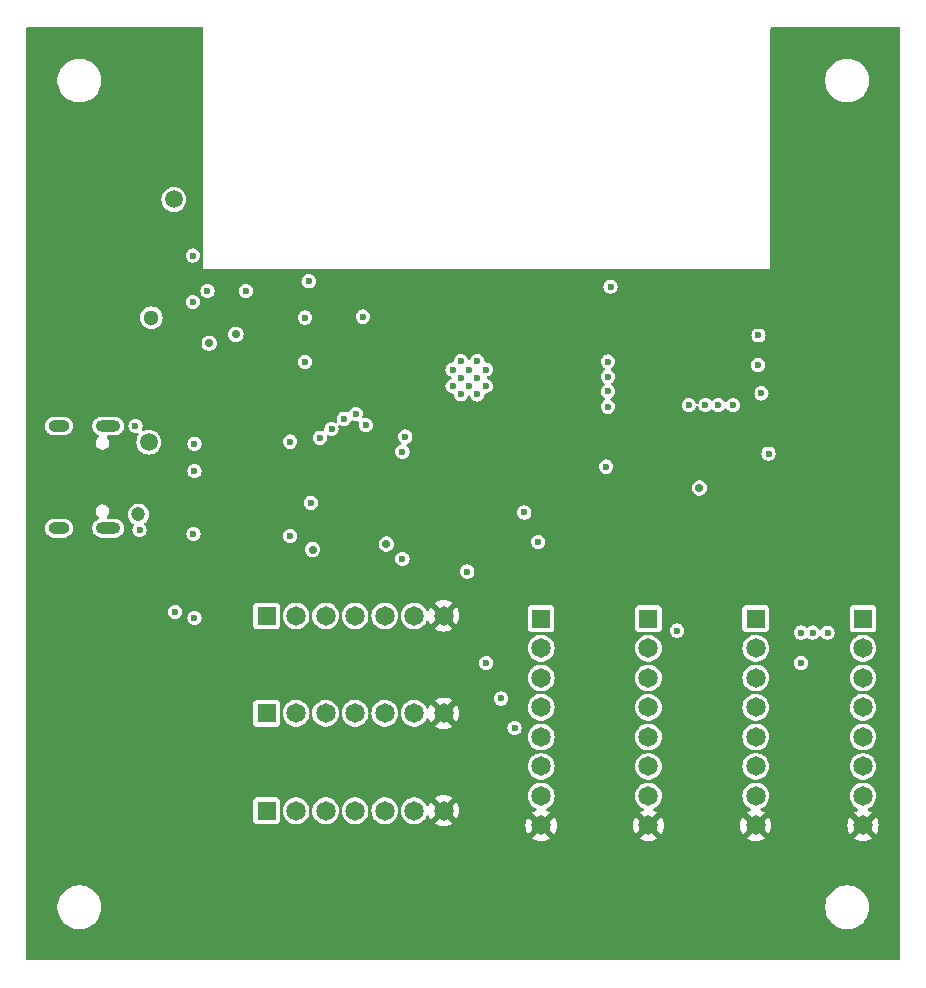
<source format=gbr>
%TF.GenerationSoftware,KiCad,Pcbnew,8.0.8*%
%TF.CreationDate,2025-04-03T15:34:39+02:00*%
%TF.ProjectId,MCU,4d43552e-6b69-4636-9164-5f7063625858,rev?*%
%TF.SameCoordinates,Original*%
%TF.FileFunction,Copper,L3,Inr*%
%TF.FilePolarity,Positive*%
%FSLAX46Y46*%
G04 Gerber Fmt 4.6, Leading zero omitted, Abs format (unit mm)*
G04 Created by KiCad (PCBNEW 8.0.8) date 2025-04-03 15:34:39*
%MOMM*%
%LPD*%
G01*
G04 APERTURE LIST*
%TA.AperFunction,HeatsinkPad*%
%ADD10O,2.100000X1.000000*%
%TD*%
%TA.AperFunction,HeatsinkPad*%
%ADD11O,1.800000X1.000000*%
%TD*%
%TA.AperFunction,ComponentPad*%
%ADD12R,1.650000X1.650000*%
%TD*%
%TA.AperFunction,ComponentPad*%
%ADD13C,1.650000*%
%TD*%
%TA.AperFunction,HeatsinkPad*%
%ADD14C,0.600000*%
%TD*%
%TA.AperFunction,ViaPad*%
%ADD15C,0.600000*%
%TD*%
%TA.AperFunction,ViaPad*%
%ADD16C,0.700000*%
%TD*%
%TA.AperFunction,ViaPad*%
%ADD17C,1.500000*%
%TD*%
%TA.AperFunction,ViaPad*%
%ADD18C,1.300000*%
%TD*%
%TA.AperFunction,ViaPad*%
%ADD19C,1.200000*%
%TD*%
G04 APERTURE END LIST*
D10*
%TO.N,GND*%
%TO.C,USB-C*%
X103455000Y-83260000D03*
D11*
X99275000Y-83260000D03*
D10*
X103455000Y-91900000D03*
D11*
X99275000Y-91900000D03*
%TD*%
D12*
%TO.N,GND*%
%TO.C,SPI1*%
X116850000Y-107580000D03*
D13*
%TO.N,+3.3V*%
X119350000Y-107580000D03*
%TO.N,mosi*%
X121850000Y-107580000D03*
%TO.N,sck*%
X124350000Y-107580000D03*
%TO.N,miso*%
X126850000Y-107580000D03*
%TO.N,ss1*%
X129350000Y-107580000D03*
%TO.N,+5Vin*%
X131850000Y-107580000D03*
%TD*%
D12*
%TO.N,GND*%
%TO.C,GPIO0*%
X140100000Y-99580000D03*
D13*
%TO.N,+3.3V*%
X140100000Y-102080000D03*
%TO.N,io46*%
X140100000Y-104580000D03*
%TO.N,io7*%
X140100000Y-107080000D03*
%TO.N,io15*%
X140100000Y-109580000D03*
%TO.N,io16*%
X140100000Y-112080000D03*
%TO.N,io17*%
X140100000Y-114580000D03*
%TO.N,+5Vin*%
X140100000Y-117080000D03*
%TD*%
D12*
%TO.N,GND*%
%TO.C,SPI2*%
X116850000Y-115830000D03*
D13*
%TO.N,+3.3V*%
X119350000Y-115830000D03*
%TO.N,mosi*%
X121850000Y-115830000D03*
%TO.N,sck*%
X124350000Y-115830000D03*
%TO.N,miso*%
X126850000Y-115830000D03*
%TO.N,ss2*%
X129350000Y-115830000D03*
%TO.N,+5Vin*%
X131850000Y-115830000D03*
%TD*%
D12*
%TO.N,GND*%
%TO.C,GPIO3*%
X167350000Y-99580000D03*
D13*
%TO.N,+3.3V*%
X167350000Y-102080000D03*
%TO.N,io39*%
X167350000Y-104580000D03*
%TO.N,txd0*%
X167350000Y-107080000D03*
%TO.N,rxd0*%
X167350000Y-109580000D03*
%TO.N,io2*%
X167350000Y-112080000D03*
%TO.N,io1*%
X167350000Y-114580000D03*
%TO.N,+5Vin*%
X167350000Y-117080000D03*
%TD*%
D12*
%TO.N,GND*%
%TO.C,GPIO2*%
X158266666Y-99580000D03*
D13*
%TO.N,+3.3V*%
X158266666Y-102080000D03*
%TO.N,io45*%
X158266666Y-104580000D03*
%TO.N,io35*%
X158266666Y-107080000D03*
%TO.N,io36*%
X158266666Y-109580000D03*
%TO.N,io37*%
X158266666Y-112080000D03*
%TO.N,io38*%
X158266666Y-114580000D03*
%TO.N,+5Vin*%
X158266666Y-117080000D03*
%TD*%
D14*
%TO.N,GND*%
%TO.C,U1*%
X132600000Y-78480000D03*
X132600000Y-79880000D03*
X133300000Y-77780000D03*
X133300000Y-79180000D03*
X133300000Y-80580000D03*
X134000000Y-78480000D03*
X134000000Y-79880000D03*
X134700000Y-77780000D03*
X134700000Y-79180000D03*
X134700000Y-80580000D03*
X135400000Y-78480000D03*
X135400000Y-79880000D03*
%TD*%
D12*
%TO.N,GND*%
%TO.C,SPI0*%
X116850000Y-99330000D03*
D13*
%TO.N,+3.3V*%
X119350000Y-99330000D03*
%TO.N,mosi*%
X121850000Y-99330000D03*
%TO.N,sck*%
X124350000Y-99330000D03*
%TO.N,miso*%
X126850000Y-99330000D03*
%TO.N,ss0*%
X129350000Y-99330000D03*
%TO.N,+5Vin*%
X131850000Y-99330000D03*
%TD*%
D12*
%TO.N,GND*%
%TO.C,GPIO1*%
X149183333Y-99580000D03*
D13*
%TO.N,+3.3V*%
X149183333Y-102080000D03*
%TO.N,io18*%
X149183333Y-104580000D03*
%TO.N,io8*%
X149183333Y-107080000D03*
%TO.N,io21*%
X149183333Y-109580000D03*
%TO.N,io47*%
X149183333Y-112080000D03*
%TO.N,io48*%
X149183333Y-114580000D03*
%TO.N,+5Vin*%
X149183333Y-117080000D03*
%TD*%
D15*
%TO.N,GND*%
X159350000Y-85590000D03*
X120412500Y-71017500D03*
D16*
X112000000Y-76250000D03*
D15*
X118850000Y-84580000D03*
X106100000Y-92070000D03*
X109122500Y-98992500D03*
X105750000Y-83250000D03*
X110750000Y-87080000D03*
X110750000Y-84750000D03*
D16*
X153500000Y-88500000D03*
D15*
X110662500Y-92382500D03*
X145975000Y-71455000D03*
D17*
X109000000Y-64080000D03*
D15*
X118850000Y-92570000D03*
%TO.N,+3.3V*%
X110600000Y-68830000D03*
X110750000Y-99500000D03*
X120600000Y-89750000D03*
X120100000Y-74080000D03*
X110600000Y-72750000D03*
D16*
X114250000Y-75500000D03*
D17*
%TO.N,+5Vout*%
X106875000Y-84625000D03*
D18*
X107100000Y-74080000D03*
D19*
X106000000Y-90750000D03*
D15*
%TO.N,i2s sd*%
X158500000Y-75590000D03*
X145750000Y-77810000D03*
%TO.N,i2s sck*%
X145750000Y-80330000D03*
X158750000Y-80500000D03*
%TO.N,i2s ws*%
X145750000Y-79080000D03*
X158465000Y-78090000D03*
%TO.N,io15*%
X137850000Y-108830000D03*
X123410000Y-82640000D03*
D17*
%TO.N,+5Vin*%
X109100000Y-76580000D03*
X108500000Y-111102500D03*
D15*
%TO.N,io1*%
X156350000Y-81500000D03*
%TO.N,io7*%
X122350000Y-83500000D03*
X136700000Y-106330000D03*
%TO.N,io17*%
X125250000Y-83200000D03*
%TO.N,txd0*%
X154010000Y-81490000D03*
X164350000Y-100750000D03*
%TO.N,io16*%
X124400000Y-82250000D03*
%TO.N,rxd0*%
X163100000Y-100750000D03*
X152600000Y-81500000D03*
%TO.N,io18*%
X128600000Y-84160000D03*
%TO.N,io35*%
X145600000Y-86700000D03*
X151600000Y-100580000D03*
%TO.N,io21*%
X138675000Y-90580000D03*
%TO.N,ss0*%
X128350000Y-94500000D03*
%TO.N,io39*%
X162100000Y-100750000D03*
X162100000Y-103330000D03*
X145750000Y-81620000D03*
%TO.N,io47*%
X139850000Y-93080000D03*
%TO.N,scl1*%
X115100000Y-71830000D03*
X111850000Y-71830000D03*
%TO.N,scl0*%
X121350000Y-84250000D03*
D16*
X120750000Y-93720000D03*
D15*
%TO.N,ss2*%
X133850000Y-95580000D03*
%TO.N,reset*%
X125000000Y-74000000D03*
X120100000Y-77830000D03*
%TO.N,io2*%
X155100000Y-81500000D03*
%TO.N,io8*%
X128350000Y-85430000D03*
%TO.N,io46*%
X135450000Y-103330000D03*
D16*
X127000000Y-93250000D03*
%TD*%
%TA.AperFunction,Conductor*%
%TO.N,+5Vin*%
G36*
X111443039Y-49520185D02*
G01*
X111488794Y-49572989D01*
X111500000Y-49624500D01*
X111500000Y-69970000D01*
X159500000Y-69970000D01*
X159500000Y-53878711D01*
X164149500Y-53878711D01*
X164149500Y-54121288D01*
X164181161Y-54361785D01*
X164243947Y-54596104D01*
X164336773Y-54820205D01*
X164336776Y-54820212D01*
X164458064Y-55030289D01*
X164458066Y-55030292D01*
X164458067Y-55030293D01*
X164605733Y-55222736D01*
X164605739Y-55222743D01*
X164777256Y-55394260D01*
X164777262Y-55394265D01*
X164969711Y-55541936D01*
X165179788Y-55663224D01*
X165403900Y-55756054D01*
X165638211Y-55818838D01*
X165818586Y-55842584D01*
X165878711Y-55850500D01*
X165878712Y-55850500D01*
X166121289Y-55850500D01*
X166169388Y-55844167D01*
X166361789Y-55818838D01*
X166596100Y-55756054D01*
X166820212Y-55663224D01*
X167030289Y-55541936D01*
X167222738Y-55394265D01*
X167394265Y-55222738D01*
X167541936Y-55030289D01*
X167663224Y-54820212D01*
X167756054Y-54596100D01*
X167818838Y-54361789D01*
X167850500Y-54121288D01*
X167850500Y-53878712D01*
X167818838Y-53638211D01*
X167756054Y-53403900D01*
X167663224Y-53179788D01*
X167541936Y-52969711D01*
X167394265Y-52777262D01*
X167394260Y-52777256D01*
X167222743Y-52605739D01*
X167222736Y-52605733D01*
X167030293Y-52458067D01*
X167030292Y-52458066D01*
X167030289Y-52458064D01*
X166820212Y-52336776D01*
X166820205Y-52336773D01*
X166596104Y-52243947D01*
X166361785Y-52181161D01*
X166121289Y-52149500D01*
X166121288Y-52149500D01*
X165878712Y-52149500D01*
X165878711Y-52149500D01*
X165638214Y-52181161D01*
X165403895Y-52243947D01*
X165179794Y-52336773D01*
X165179785Y-52336777D01*
X164969706Y-52458067D01*
X164777263Y-52605733D01*
X164777256Y-52605739D01*
X164605739Y-52777256D01*
X164605733Y-52777263D01*
X164458067Y-52969706D01*
X164336777Y-53179785D01*
X164336773Y-53179794D01*
X164243947Y-53403895D01*
X164181161Y-53638214D01*
X164149500Y-53878711D01*
X159500000Y-53878711D01*
X159500000Y-49624500D01*
X159519685Y-49557461D01*
X159572489Y-49511706D01*
X159624000Y-49500500D01*
X170375500Y-49500500D01*
X170442539Y-49520185D01*
X170488294Y-49572989D01*
X170499500Y-49624500D01*
X170499500Y-128375500D01*
X170479815Y-128442539D01*
X170427011Y-128488294D01*
X170375500Y-128499500D01*
X96624500Y-128499500D01*
X96557461Y-128479815D01*
X96511706Y-128427011D01*
X96500500Y-128375500D01*
X96500500Y-123878711D01*
X99149500Y-123878711D01*
X99149500Y-124121288D01*
X99181161Y-124361785D01*
X99243947Y-124596104D01*
X99336773Y-124820205D01*
X99336776Y-124820212D01*
X99458064Y-125030289D01*
X99458066Y-125030292D01*
X99458067Y-125030293D01*
X99605733Y-125222736D01*
X99605739Y-125222743D01*
X99777256Y-125394260D01*
X99777262Y-125394265D01*
X99969711Y-125541936D01*
X100179788Y-125663224D01*
X100403900Y-125756054D01*
X100638211Y-125818838D01*
X100818586Y-125842584D01*
X100878711Y-125850500D01*
X100878712Y-125850500D01*
X101121289Y-125850500D01*
X101169388Y-125844167D01*
X101361789Y-125818838D01*
X101596100Y-125756054D01*
X101820212Y-125663224D01*
X102030289Y-125541936D01*
X102222738Y-125394265D01*
X102394265Y-125222738D01*
X102541936Y-125030289D01*
X102663224Y-124820212D01*
X102756054Y-124596100D01*
X102818838Y-124361789D01*
X102850500Y-124121288D01*
X102850500Y-123878712D01*
X102850500Y-123878711D01*
X164149500Y-123878711D01*
X164149500Y-124121288D01*
X164181161Y-124361785D01*
X164243947Y-124596104D01*
X164336773Y-124820205D01*
X164336776Y-124820212D01*
X164458064Y-125030289D01*
X164458066Y-125030292D01*
X164458067Y-125030293D01*
X164605733Y-125222736D01*
X164605739Y-125222743D01*
X164777256Y-125394260D01*
X164777262Y-125394265D01*
X164969711Y-125541936D01*
X165179788Y-125663224D01*
X165403900Y-125756054D01*
X165638211Y-125818838D01*
X165818586Y-125842584D01*
X165878711Y-125850500D01*
X165878712Y-125850500D01*
X166121289Y-125850500D01*
X166169388Y-125844167D01*
X166361789Y-125818838D01*
X166596100Y-125756054D01*
X166820212Y-125663224D01*
X167030289Y-125541936D01*
X167222738Y-125394265D01*
X167394265Y-125222738D01*
X167541936Y-125030289D01*
X167663224Y-124820212D01*
X167756054Y-124596100D01*
X167818838Y-124361789D01*
X167850500Y-124121288D01*
X167850500Y-123878712D01*
X167818838Y-123638211D01*
X167756054Y-123403900D01*
X167663224Y-123179788D01*
X167541936Y-122969711D01*
X167394265Y-122777262D01*
X167394260Y-122777256D01*
X167222743Y-122605739D01*
X167222736Y-122605733D01*
X167030293Y-122458067D01*
X167030292Y-122458066D01*
X167030289Y-122458064D01*
X166820212Y-122336776D01*
X166820205Y-122336773D01*
X166596104Y-122243947D01*
X166361785Y-122181161D01*
X166121289Y-122149500D01*
X166121288Y-122149500D01*
X165878712Y-122149500D01*
X165878711Y-122149500D01*
X165638214Y-122181161D01*
X165403895Y-122243947D01*
X165179794Y-122336773D01*
X165179785Y-122336777D01*
X164969706Y-122458067D01*
X164777263Y-122605733D01*
X164777256Y-122605739D01*
X164605739Y-122777256D01*
X164605733Y-122777263D01*
X164458067Y-122969706D01*
X164336777Y-123179785D01*
X164336773Y-123179794D01*
X164243947Y-123403895D01*
X164181161Y-123638214D01*
X164149500Y-123878711D01*
X102850500Y-123878711D01*
X102818838Y-123638211D01*
X102756054Y-123403900D01*
X102663224Y-123179788D01*
X102541936Y-122969711D01*
X102394265Y-122777262D01*
X102394260Y-122777256D01*
X102222743Y-122605739D01*
X102222736Y-122605733D01*
X102030293Y-122458067D01*
X102030292Y-122458066D01*
X102030289Y-122458064D01*
X101820212Y-122336776D01*
X101820205Y-122336773D01*
X101596104Y-122243947D01*
X101361785Y-122181161D01*
X101121289Y-122149500D01*
X101121288Y-122149500D01*
X100878712Y-122149500D01*
X100878711Y-122149500D01*
X100638214Y-122181161D01*
X100403895Y-122243947D01*
X100179794Y-122336773D01*
X100179785Y-122336777D01*
X99969706Y-122458067D01*
X99777263Y-122605733D01*
X99777256Y-122605739D01*
X99605739Y-122777256D01*
X99605733Y-122777263D01*
X99458067Y-122969706D01*
X99336777Y-123179785D01*
X99336773Y-123179794D01*
X99243947Y-123403895D01*
X99181161Y-123638214D01*
X99149500Y-123878711D01*
X96500500Y-123878711D01*
X96500500Y-114960131D01*
X115724500Y-114960131D01*
X115724500Y-116699856D01*
X115724502Y-116699882D01*
X115727413Y-116724987D01*
X115727415Y-116724991D01*
X115772793Y-116827764D01*
X115772794Y-116827765D01*
X115852235Y-116907206D01*
X115955009Y-116952585D01*
X115980135Y-116955500D01*
X117719864Y-116955499D01*
X117719879Y-116955497D01*
X117719882Y-116955497D01*
X117744987Y-116952586D01*
X117744988Y-116952585D01*
X117744991Y-116952585D01*
X117847765Y-116907206D01*
X117927206Y-116827765D01*
X117972585Y-116724991D01*
X117975500Y-116699865D01*
X117975499Y-115876971D01*
X117989486Y-115829336D01*
X117988893Y-115828193D01*
X118209578Y-115828193D01*
X118218476Y-115842038D01*
X118222970Y-115865531D01*
X118238923Y-116037691D01*
X118238923Y-116037693D01*
X118238924Y-116037696D01*
X118296006Y-116238319D01*
X118296007Y-116238322D01*
X118322021Y-116290564D01*
X118388981Y-116425038D01*
X118514682Y-116591493D01*
X118668829Y-116732016D01*
X118846172Y-116841823D01*
X119040673Y-116917173D01*
X119245707Y-116955500D01*
X119245710Y-116955500D01*
X119454290Y-116955500D01*
X119454293Y-116955500D01*
X119659327Y-116917173D01*
X119853828Y-116841823D01*
X120031171Y-116732016D01*
X120185318Y-116591493D01*
X120311019Y-116425038D01*
X120403994Y-116238319D01*
X120461076Y-116037696D01*
X120476529Y-115870933D01*
X120492629Y-115830384D01*
X120707064Y-115830384D01*
X120721693Y-115858566D01*
X120723471Y-115870933D01*
X120738923Y-116037691D01*
X120738923Y-116037693D01*
X120738924Y-116037696D01*
X120796006Y-116238319D01*
X120796007Y-116238322D01*
X120822021Y-116290564D01*
X120888981Y-116425038D01*
X121014682Y-116591493D01*
X121168829Y-116732016D01*
X121346172Y-116841823D01*
X121540673Y-116917173D01*
X121745707Y-116955500D01*
X121745710Y-116955500D01*
X121954290Y-116955500D01*
X121954293Y-116955500D01*
X122159327Y-116917173D01*
X122353828Y-116841823D01*
X122531171Y-116732016D01*
X122685318Y-116591493D01*
X122811019Y-116425038D01*
X122903994Y-116238319D01*
X122961076Y-116037696D01*
X122976529Y-115870933D01*
X122992629Y-115830384D01*
X123207064Y-115830384D01*
X123221693Y-115858566D01*
X123223471Y-115870933D01*
X123238923Y-116037691D01*
X123238923Y-116037693D01*
X123238924Y-116037696D01*
X123296006Y-116238319D01*
X123296007Y-116238322D01*
X123322021Y-116290564D01*
X123388981Y-116425038D01*
X123514682Y-116591493D01*
X123668829Y-116732016D01*
X123846172Y-116841823D01*
X124040673Y-116917173D01*
X124245707Y-116955500D01*
X124245710Y-116955500D01*
X124454290Y-116955500D01*
X124454293Y-116955500D01*
X124659327Y-116917173D01*
X124853828Y-116841823D01*
X125031171Y-116732016D01*
X125185318Y-116591493D01*
X125311019Y-116425038D01*
X125403994Y-116238319D01*
X125461076Y-116037696D01*
X125476529Y-115870933D01*
X125492629Y-115830384D01*
X125707064Y-115830384D01*
X125721693Y-115858566D01*
X125723471Y-115870933D01*
X125738923Y-116037691D01*
X125738923Y-116037693D01*
X125738924Y-116037696D01*
X125796006Y-116238319D01*
X125796007Y-116238322D01*
X125822021Y-116290564D01*
X125888981Y-116425038D01*
X126014682Y-116591493D01*
X126168829Y-116732016D01*
X126346172Y-116841823D01*
X126540673Y-116917173D01*
X126745707Y-116955500D01*
X126745710Y-116955500D01*
X126954290Y-116955500D01*
X126954293Y-116955500D01*
X127159327Y-116917173D01*
X127353828Y-116841823D01*
X127531171Y-116732016D01*
X127685318Y-116591493D01*
X127811019Y-116425038D01*
X127903994Y-116238319D01*
X127961076Y-116037696D01*
X127976529Y-115870933D01*
X127992629Y-115830384D01*
X128207064Y-115830384D01*
X128221693Y-115858566D01*
X128223471Y-115870933D01*
X128238923Y-116037691D01*
X128238923Y-116037693D01*
X128238924Y-116037696D01*
X128296006Y-116238319D01*
X128296007Y-116238322D01*
X128322021Y-116290564D01*
X128388981Y-116425038D01*
X128514682Y-116591493D01*
X128668829Y-116732016D01*
X128846172Y-116841823D01*
X129040673Y-116917173D01*
X129245707Y-116955500D01*
X129245710Y-116955500D01*
X129454290Y-116955500D01*
X129454293Y-116955500D01*
X129659327Y-116917173D01*
X129853828Y-116841823D01*
X130031171Y-116732016D01*
X130185318Y-116591493D01*
X130311019Y-116425038D01*
X130379406Y-116287697D01*
X130426908Y-116236461D01*
X130494571Y-116219039D01*
X130560912Y-116240964D01*
X130602788Y-116290564D01*
X130698132Y-116495029D01*
X130698133Y-116495031D01*
X130753023Y-116573422D01*
X130753023Y-116573423D01*
X131285387Y-116041059D01*
X131290889Y-116061591D01*
X131369881Y-116198408D01*
X131481592Y-116310119D01*
X131618409Y-116389111D01*
X131638939Y-116394612D01*
X131106575Y-116926975D01*
X131184973Y-116981868D01*
X131395090Y-117079847D01*
X131395099Y-117079851D01*
X131619031Y-117139852D01*
X131619041Y-117139854D01*
X131849999Y-117160061D01*
X131850001Y-117160061D01*
X132080958Y-117139854D01*
X132080968Y-117139852D01*
X132304348Y-117079999D01*
X138769939Y-117079999D01*
X138769939Y-117080000D01*
X138790145Y-117310958D01*
X138790147Y-117310968D01*
X138850148Y-117534900D01*
X138850152Y-117534909D01*
X138948132Y-117745029D01*
X138948133Y-117745031D01*
X139003023Y-117823422D01*
X139003023Y-117823423D01*
X139535387Y-117291059D01*
X139540889Y-117311591D01*
X139619881Y-117448408D01*
X139731592Y-117560119D01*
X139868409Y-117639111D01*
X139888939Y-117644612D01*
X139356575Y-118176975D01*
X139434973Y-118231868D01*
X139645090Y-118329847D01*
X139645099Y-118329851D01*
X139869031Y-118389852D01*
X139869041Y-118389854D01*
X140099999Y-118410061D01*
X140100001Y-118410061D01*
X140330958Y-118389854D01*
X140330968Y-118389852D01*
X140554900Y-118329851D01*
X140554909Y-118329847D01*
X140765030Y-118231867D01*
X140843423Y-118176975D01*
X140311059Y-117644612D01*
X140331591Y-117639111D01*
X140468408Y-117560119D01*
X140580119Y-117448408D01*
X140659111Y-117311591D01*
X140664612Y-117291060D01*
X141196975Y-117823423D01*
X141251867Y-117745030D01*
X141349847Y-117534909D01*
X141349851Y-117534900D01*
X141409852Y-117310968D01*
X141409854Y-117310958D01*
X141430061Y-117080000D01*
X141430061Y-117079999D01*
X147853272Y-117079999D01*
X147853272Y-117080000D01*
X147873478Y-117310958D01*
X147873480Y-117310968D01*
X147933481Y-117534900D01*
X147933485Y-117534909D01*
X148031465Y-117745029D01*
X148031466Y-117745031D01*
X148086356Y-117823422D01*
X148086356Y-117823423D01*
X148618720Y-117291059D01*
X148624222Y-117311591D01*
X148703214Y-117448408D01*
X148814925Y-117560119D01*
X148951742Y-117639111D01*
X148972272Y-117644612D01*
X148439908Y-118176975D01*
X148518306Y-118231868D01*
X148728423Y-118329847D01*
X148728432Y-118329851D01*
X148952364Y-118389852D01*
X148952374Y-118389854D01*
X149183332Y-118410061D01*
X149183334Y-118410061D01*
X149414291Y-118389854D01*
X149414301Y-118389852D01*
X149638233Y-118329851D01*
X149638242Y-118329847D01*
X149848363Y-118231867D01*
X149926756Y-118176975D01*
X149394392Y-117644612D01*
X149414924Y-117639111D01*
X149551741Y-117560119D01*
X149663452Y-117448408D01*
X149742444Y-117311591D01*
X149747945Y-117291060D01*
X150280308Y-117823423D01*
X150335200Y-117745030D01*
X150433180Y-117534909D01*
X150433184Y-117534900D01*
X150493185Y-117310968D01*
X150493187Y-117310958D01*
X150513394Y-117080000D01*
X150513394Y-117079999D01*
X156936605Y-117079999D01*
X156936605Y-117080000D01*
X156956811Y-117310958D01*
X156956813Y-117310968D01*
X157016814Y-117534900D01*
X157016818Y-117534909D01*
X157114798Y-117745029D01*
X157114799Y-117745031D01*
X157169689Y-117823422D01*
X157169689Y-117823423D01*
X157702053Y-117291059D01*
X157707555Y-117311591D01*
X157786547Y-117448408D01*
X157898258Y-117560119D01*
X158035075Y-117639111D01*
X158055605Y-117644612D01*
X157523241Y-118176975D01*
X157601639Y-118231868D01*
X157811756Y-118329847D01*
X157811765Y-118329851D01*
X158035697Y-118389852D01*
X158035707Y-118389854D01*
X158266665Y-118410061D01*
X158266667Y-118410061D01*
X158497624Y-118389854D01*
X158497634Y-118389852D01*
X158721566Y-118329851D01*
X158721575Y-118329847D01*
X158931696Y-118231867D01*
X159010089Y-118176975D01*
X158477725Y-117644612D01*
X158498257Y-117639111D01*
X158635074Y-117560119D01*
X158746785Y-117448408D01*
X158825777Y-117311591D01*
X158831278Y-117291060D01*
X159363641Y-117823423D01*
X159418533Y-117745030D01*
X159516513Y-117534909D01*
X159516517Y-117534900D01*
X159576518Y-117310968D01*
X159576520Y-117310958D01*
X159596727Y-117080000D01*
X159596727Y-117079999D01*
X166019939Y-117079999D01*
X166019939Y-117080000D01*
X166040145Y-117310958D01*
X166040147Y-117310968D01*
X166100148Y-117534900D01*
X166100152Y-117534909D01*
X166198132Y-117745029D01*
X166198133Y-117745031D01*
X166253023Y-117823422D01*
X166253023Y-117823423D01*
X166785387Y-117291059D01*
X166790889Y-117311591D01*
X166869881Y-117448408D01*
X166981592Y-117560119D01*
X167118409Y-117639111D01*
X167138939Y-117644612D01*
X166606575Y-118176975D01*
X166684973Y-118231868D01*
X166895090Y-118329847D01*
X166895099Y-118329851D01*
X167119031Y-118389852D01*
X167119041Y-118389854D01*
X167349999Y-118410061D01*
X167350001Y-118410061D01*
X167580958Y-118389854D01*
X167580968Y-118389852D01*
X167804900Y-118329851D01*
X167804909Y-118329847D01*
X168015030Y-118231867D01*
X168093423Y-118176975D01*
X167561059Y-117644612D01*
X167581591Y-117639111D01*
X167718408Y-117560119D01*
X167830119Y-117448408D01*
X167909111Y-117311591D01*
X167914612Y-117291060D01*
X168446975Y-117823423D01*
X168501867Y-117745030D01*
X168599847Y-117534909D01*
X168599851Y-117534900D01*
X168659852Y-117310968D01*
X168659854Y-117310958D01*
X168680061Y-117080000D01*
X168680061Y-117079999D01*
X168659854Y-116849041D01*
X168659852Y-116849031D01*
X168599851Y-116625099D01*
X168599847Y-116625090D01*
X168501868Y-116414972D01*
X168446974Y-116336576D01*
X167914612Y-116868939D01*
X167909111Y-116848409D01*
X167830119Y-116711592D01*
X167718408Y-116599881D01*
X167581591Y-116520889D01*
X167561058Y-116515387D01*
X168093423Y-115983023D01*
X168015031Y-115928133D01*
X168015029Y-115928132D01*
X167811566Y-115833255D01*
X167759127Y-115787082D01*
X167739975Y-115719889D01*
X167760191Y-115653008D01*
X167813356Y-115607673D01*
X167819179Y-115605246D01*
X167853821Y-115591826D01*
X167853825Y-115591824D01*
X167853828Y-115591823D01*
X168031171Y-115482016D01*
X168185318Y-115341493D01*
X168311019Y-115175038D01*
X168403994Y-114988319D01*
X168461076Y-114787696D01*
X168480322Y-114580000D01*
X168461076Y-114372304D01*
X168403994Y-114171681D01*
X168311019Y-113984962D01*
X168185318Y-113818507D01*
X168031171Y-113677984D01*
X167853828Y-113568177D01*
X167853827Y-113568176D01*
X167711609Y-113513081D01*
X167659327Y-113492827D01*
X167454293Y-113454500D01*
X167245707Y-113454500D01*
X167040673Y-113492827D01*
X167040670Y-113492827D01*
X167040670Y-113492828D01*
X166846172Y-113568176D01*
X166846171Y-113568177D01*
X166668827Y-113677985D01*
X166514683Y-113818505D01*
X166388981Y-113984961D01*
X166296007Y-114171677D01*
X166238923Y-114372308D01*
X166219678Y-114579999D01*
X166219678Y-114580000D01*
X166238923Y-114787691D01*
X166238923Y-114787693D01*
X166238924Y-114787696D01*
X166296006Y-114988319D01*
X166388981Y-115175038D01*
X166514682Y-115341493D01*
X166668829Y-115482016D01*
X166846172Y-115591823D01*
X166864778Y-115599031D01*
X166880821Y-115605246D01*
X166936223Y-115647818D01*
X166959814Y-115713585D01*
X166944104Y-115781665D01*
X166894080Y-115830445D01*
X166888434Y-115833255D01*
X166684972Y-115928132D01*
X166606576Y-115983024D01*
X167138940Y-116515387D01*
X167118409Y-116520889D01*
X166981592Y-116599881D01*
X166869881Y-116711592D01*
X166790889Y-116848409D01*
X166785387Y-116868940D01*
X166253024Y-116336576D01*
X166198131Y-116414974D01*
X166100152Y-116625090D01*
X166100148Y-116625099D01*
X166040147Y-116849031D01*
X166040145Y-116849041D01*
X166019939Y-117079999D01*
X159596727Y-117079999D01*
X159576520Y-116849041D01*
X159576518Y-116849031D01*
X159516517Y-116625099D01*
X159516513Y-116625090D01*
X159418534Y-116414972D01*
X159363640Y-116336576D01*
X158831278Y-116868939D01*
X158825777Y-116848409D01*
X158746785Y-116711592D01*
X158635074Y-116599881D01*
X158498257Y-116520889D01*
X158477724Y-116515387D01*
X159010089Y-115983023D01*
X158931697Y-115928133D01*
X158931695Y-115928132D01*
X158728232Y-115833255D01*
X158675793Y-115787082D01*
X158656641Y-115719889D01*
X158676857Y-115653008D01*
X158730022Y-115607673D01*
X158735845Y-115605246D01*
X158770487Y-115591826D01*
X158770491Y-115591824D01*
X158770494Y-115591823D01*
X158947837Y-115482016D01*
X159101984Y-115341493D01*
X159227685Y-115175038D01*
X159320660Y-114988319D01*
X159377742Y-114787696D01*
X159396988Y-114580000D01*
X159377742Y-114372304D01*
X159320660Y-114171681D01*
X159227685Y-113984962D01*
X159101984Y-113818507D01*
X158947837Y-113677984D01*
X158770494Y-113568177D01*
X158770493Y-113568176D01*
X158628275Y-113513081D01*
X158575993Y-113492827D01*
X158370959Y-113454500D01*
X158162373Y-113454500D01*
X157957339Y-113492827D01*
X157957336Y-113492827D01*
X157957336Y-113492828D01*
X157762838Y-113568176D01*
X157762837Y-113568177D01*
X157585493Y-113677985D01*
X157431349Y-113818505D01*
X157305647Y-113984961D01*
X157212673Y-114171677D01*
X157155589Y-114372308D01*
X157136344Y-114579999D01*
X157136344Y-114580000D01*
X157155589Y-114787691D01*
X157155589Y-114787693D01*
X157155590Y-114787696D01*
X157212672Y-114988319D01*
X157305647Y-115175038D01*
X157431348Y-115341493D01*
X157585495Y-115482016D01*
X157762838Y-115591823D01*
X157781444Y-115599031D01*
X157797487Y-115605246D01*
X157852889Y-115647818D01*
X157876480Y-115713585D01*
X157860770Y-115781665D01*
X157810746Y-115830445D01*
X157805100Y-115833255D01*
X157601638Y-115928132D01*
X157523242Y-115983024D01*
X158055606Y-116515387D01*
X158035075Y-116520889D01*
X157898258Y-116599881D01*
X157786547Y-116711592D01*
X157707555Y-116848409D01*
X157702053Y-116868940D01*
X157169690Y-116336576D01*
X157114797Y-116414974D01*
X157016818Y-116625090D01*
X157016814Y-116625099D01*
X156956813Y-116849031D01*
X156956811Y-116849041D01*
X156936605Y-117079999D01*
X150513394Y-117079999D01*
X150493187Y-116849041D01*
X150493185Y-116849031D01*
X150433184Y-116625099D01*
X150433180Y-116625090D01*
X150335201Y-116414972D01*
X150280307Y-116336576D01*
X149747945Y-116868939D01*
X149742444Y-116848409D01*
X149663452Y-116711592D01*
X149551741Y-116599881D01*
X149414924Y-116520889D01*
X149394391Y-116515387D01*
X149926756Y-115983023D01*
X149848364Y-115928133D01*
X149848362Y-115928132D01*
X149644899Y-115833255D01*
X149592460Y-115787082D01*
X149573308Y-115719889D01*
X149593524Y-115653008D01*
X149646689Y-115607673D01*
X149652512Y-115605246D01*
X149687154Y-115591826D01*
X149687158Y-115591824D01*
X149687161Y-115591823D01*
X149864504Y-115482016D01*
X150018651Y-115341493D01*
X150144352Y-115175038D01*
X150237327Y-114988319D01*
X150294409Y-114787696D01*
X150313655Y-114580000D01*
X150294409Y-114372304D01*
X150237327Y-114171681D01*
X150144352Y-113984962D01*
X150018651Y-113818507D01*
X149864504Y-113677984D01*
X149687161Y-113568177D01*
X149687160Y-113568176D01*
X149544942Y-113513081D01*
X149492660Y-113492827D01*
X149287626Y-113454500D01*
X149079040Y-113454500D01*
X148874006Y-113492827D01*
X148874003Y-113492827D01*
X148874003Y-113492828D01*
X148679505Y-113568176D01*
X148679504Y-113568177D01*
X148502160Y-113677985D01*
X148348016Y-113818505D01*
X148222314Y-113984961D01*
X148129340Y-114171677D01*
X148072256Y-114372308D01*
X148053011Y-114579999D01*
X148053011Y-114580000D01*
X148072256Y-114787691D01*
X148072256Y-114787693D01*
X148072257Y-114787696D01*
X148129339Y-114988319D01*
X148222314Y-115175038D01*
X148348015Y-115341493D01*
X148502162Y-115482016D01*
X148679505Y-115591823D01*
X148698111Y-115599031D01*
X148714154Y-115605246D01*
X148769556Y-115647818D01*
X148793147Y-115713585D01*
X148777437Y-115781665D01*
X148727413Y-115830445D01*
X148721767Y-115833255D01*
X148518305Y-115928132D01*
X148439909Y-115983024D01*
X148972273Y-116515387D01*
X148951742Y-116520889D01*
X148814925Y-116599881D01*
X148703214Y-116711592D01*
X148624222Y-116848409D01*
X148618720Y-116868940D01*
X148086357Y-116336576D01*
X148031464Y-116414974D01*
X147933485Y-116625090D01*
X147933481Y-116625099D01*
X147873480Y-116849031D01*
X147873478Y-116849041D01*
X147853272Y-117079999D01*
X141430061Y-117079999D01*
X141409854Y-116849041D01*
X141409852Y-116849031D01*
X141349851Y-116625099D01*
X141349847Y-116625090D01*
X141251868Y-116414972D01*
X141196974Y-116336576D01*
X140664612Y-116868939D01*
X140659111Y-116848409D01*
X140580119Y-116711592D01*
X140468408Y-116599881D01*
X140331591Y-116520889D01*
X140311058Y-116515387D01*
X140843423Y-115983023D01*
X140765031Y-115928133D01*
X140765029Y-115928132D01*
X140561566Y-115833255D01*
X140509127Y-115787082D01*
X140489975Y-115719889D01*
X140510191Y-115653008D01*
X140563356Y-115607673D01*
X140569179Y-115605246D01*
X140603821Y-115591826D01*
X140603825Y-115591824D01*
X140603828Y-115591823D01*
X140781171Y-115482016D01*
X140935318Y-115341493D01*
X141061019Y-115175038D01*
X141153994Y-114988319D01*
X141211076Y-114787696D01*
X141230322Y-114580000D01*
X141211076Y-114372304D01*
X141153994Y-114171681D01*
X141061019Y-113984962D01*
X140935318Y-113818507D01*
X140781171Y-113677984D01*
X140603828Y-113568177D01*
X140603827Y-113568176D01*
X140461609Y-113513081D01*
X140409327Y-113492827D01*
X140204293Y-113454500D01*
X139995707Y-113454500D01*
X139790673Y-113492827D01*
X139790670Y-113492827D01*
X139790670Y-113492828D01*
X139596172Y-113568176D01*
X139596171Y-113568177D01*
X139418827Y-113677985D01*
X139264683Y-113818505D01*
X139138981Y-113984961D01*
X139046007Y-114171677D01*
X138988923Y-114372308D01*
X138969678Y-114579999D01*
X138969678Y-114580000D01*
X138988923Y-114787691D01*
X138988923Y-114787693D01*
X138988924Y-114787696D01*
X139046006Y-114988319D01*
X139138981Y-115175038D01*
X139264682Y-115341493D01*
X139418829Y-115482016D01*
X139596172Y-115591823D01*
X139614778Y-115599031D01*
X139630821Y-115605246D01*
X139686223Y-115647818D01*
X139709814Y-115713585D01*
X139694104Y-115781665D01*
X139644080Y-115830445D01*
X139638434Y-115833255D01*
X139434972Y-115928132D01*
X139356576Y-115983024D01*
X139888940Y-116515387D01*
X139868409Y-116520889D01*
X139731592Y-116599881D01*
X139619881Y-116711592D01*
X139540889Y-116848409D01*
X139535387Y-116868940D01*
X139003024Y-116336576D01*
X138948131Y-116414974D01*
X138850152Y-116625090D01*
X138850148Y-116625099D01*
X138790147Y-116849031D01*
X138790145Y-116849041D01*
X138769939Y-117079999D01*
X132304348Y-117079999D01*
X132304900Y-117079851D01*
X132304909Y-117079847D01*
X132515030Y-116981867D01*
X132593423Y-116926975D01*
X132061059Y-116394612D01*
X132081591Y-116389111D01*
X132218408Y-116310119D01*
X132330119Y-116198408D01*
X132409111Y-116061591D01*
X132414612Y-116041059D01*
X132946975Y-116573423D01*
X133001867Y-116495030D01*
X133099847Y-116284909D01*
X133099851Y-116284900D01*
X133159852Y-116060968D01*
X133159854Y-116060958D01*
X133180061Y-115830000D01*
X133180061Y-115829999D01*
X133159854Y-115599041D01*
X133159852Y-115599031D01*
X133099851Y-115375099D01*
X133099847Y-115375090D01*
X133001868Y-115164972D01*
X132946974Y-115086576D01*
X132414612Y-115618939D01*
X132409111Y-115598409D01*
X132330119Y-115461592D01*
X132218408Y-115349881D01*
X132081591Y-115270889D01*
X132061058Y-115265387D01*
X132593423Y-114733023D01*
X132515031Y-114678133D01*
X132515029Y-114678132D01*
X132304909Y-114580152D01*
X132304900Y-114580148D01*
X132080968Y-114520147D01*
X132080958Y-114520145D01*
X131850001Y-114499939D01*
X131849999Y-114499939D01*
X131619041Y-114520145D01*
X131619031Y-114520147D01*
X131395099Y-114580148D01*
X131395090Y-114580152D01*
X131184974Y-114678131D01*
X131106576Y-114733024D01*
X131638940Y-115265387D01*
X131618409Y-115270889D01*
X131481592Y-115349881D01*
X131369881Y-115461592D01*
X131290889Y-115598409D01*
X131285387Y-115618940D01*
X130753024Y-115086576D01*
X130698131Y-115164974D01*
X130602788Y-115369435D01*
X130556615Y-115421874D01*
X130489421Y-115441026D01*
X130422540Y-115420810D01*
X130379406Y-115372301D01*
X130311020Y-115234963D01*
X130265766Y-115175038D01*
X130185318Y-115068507D01*
X130031171Y-114927984D01*
X129853828Y-114818177D01*
X129853827Y-114818176D01*
X129685052Y-114752793D01*
X129659327Y-114742827D01*
X129454293Y-114704500D01*
X129245707Y-114704500D01*
X129040673Y-114742827D01*
X129040670Y-114742827D01*
X129040670Y-114742828D01*
X128846172Y-114818176D01*
X128846171Y-114818177D01*
X128668827Y-114927985D01*
X128514683Y-115068505D01*
X128388981Y-115234961D01*
X128296007Y-115421677D01*
X128296006Y-115421681D01*
X128243778Y-115605246D01*
X128238923Y-115622308D01*
X128223471Y-115789066D01*
X128207064Y-115830384D01*
X127992629Y-115830384D01*
X127992935Y-115829614D01*
X127978307Y-115801433D01*
X127976529Y-115789066D01*
X127961076Y-115622308D01*
X127961076Y-115622304D01*
X127903994Y-115421681D01*
X127811019Y-115234962D01*
X127685318Y-115068507D01*
X127531171Y-114927984D01*
X127353828Y-114818177D01*
X127353827Y-114818176D01*
X127185052Y-114752793D01*
X127159327Y-114742827D01*
X126954293Y-114704500D01*
X126745707Y-114704500D01*
X126540673Y-114742827D01*
X126540670Y-114742827D01*
X126540670Y-114742828D01*
X126346172Y-114818176D01*
X126346171Y-114818177D01*
X126168827Y-114927985D01*
X126014683Y-115068505D01*
X125888981Y-115234961D01*
X125796007Y-115421677D01*
X125796006Y-115421681D01*
X125743778Y-115605246D01*
X125738923Y-115622308D01*
X125723471Y-115789066D01*
X125707064Y-115830384D01*
X125492629Y-115830384D01*
X125492935Y-115829614D01*
X125478307Y-115801433D01*
X125476529Y-115789066D01*
X125461076Y-115622308D01*
X125461076Y-115622304D01*
X125403994Y-115421681D01*
X125311019Y-115234962D01*
X125185318Y-115068507D01*
X125031171Y-114927984D01*
X124853828Y-114818177D01*
X124853827Y-114818176D01*
X124685052Y-114752793D01*
X124659327Y-114742827D01*
X124454293Y-114704500D01*
X124245707Y-114704500D01*
X124040673Y-114742827D01*
X124040670Y-114742827D01*
X124040670Y-114742828D01*
X123846172Y-114818176D01*
X123846171Y-114818177D01*
X123668827Y-114927985D01*
X123514683Y-115068505D01*
X123388981Y-115234961D01*
X123296007Y-115421677D01*
X123296006Y-115421681D01*
X123243778Y-115605246D01*
X123238923Y-115622308D01*
X123223471Y-115789066D01*
X123207064Y-115830384D01*
X122992629Y-115830384D01*
X122992935Y-115829614D01*
X122978307Y-115801433D01*
X122976529Y-115789066D01*
X122961076Y-115622308D01*
X122961076Y-115622304D01*
X122903994Y-115421681D01*
X122811019Y-115234962D01*
X122685318Y-115068507D01*
X122531171Y-114927984D01*
X122353828Y-114818177D01*
X122353827Y-114818176D01*
X122185052Y-114752793D01*
X122159327Y-114742827D01*
X121954293Y-114704500D01*
X121745707Y-114704500D01*
X121540673Y-114742827D01*
X121540670Y-114742827D01*
X121540670Y-114742828D01*
X121346172Y-114818176D01*
X121346171Y-114818177D01*
X121168827Y-114927985D01*
X121014683Y-115068505D01*
X120888981Y-115234961D01*
X120796007Y-115421677D01*
X120796006Y-115421681D01*
X120743778Y-115605246D01*
X120738923Y-115622308D01*
X120723471Y-115789066D01*
X120707064Y-115830384D01*
X120492629Y-115830384D01*
X120492935Y-115829614D01*
X120478307Y-115801433D01*
X120476529Y-115789066D01*
X120461076Y-115622308D01*
X120461076Y-115622304D01*
X120403994Y-115421681D01*
X120311019Y-115234962D01*
X120185318Y-115068507D01*
X120031171Y-114927984D01*
X119853828Y-114818177D01*
X119853827Y-114818176D01*
X119685052Y-114752793D01*
X119659327Y-114742827D01*
X119454293Y-114704500D01*
X119245707Y-114704500D01*
X119040673Y-114742827D01*
X119040670Y-114742827D01*
X119040670Y-114742828D01*
X118846172Y-114818176D01*
X118846171Y-114818177D01*
X118668827Y-114927985D01*
X118514683Y-115068505D01*
X118388981Y-115234961D01*
X118296007Y-115421677D01*
X118296006Y-115421681D01*
X118243778Y-115605246D01*
X118238923Y-115622308D01*
X118222970Y-115794469D01*
X118209578Y-115828193D01*
X117988893Y-115828193D01*
X117977806Y-115806835D01*
X117975499Y-115783027D01*
X117975499Y-114960143D01*
X117975499Y-114960136D01*
X117975497Y-114960117D01*
X117972586Y-114935012D01*
X117972585Y-114935010D01*
X117972585Y-114935009D01*
X117927206Y-114832235D01*
X117847765Y-114752794D01*
X117802988Y-114733023D01*
X117744992Y-114707415D01*
X117719865Y-114704500D01*
X115980143Y-114704500D01*
X115980117Y-114704502D01*
X115955012Y-114707413D01*
X115955008Y-114707415D01*
X115852235Y-114752793D01*
X115772794Y-114832234D01*
X115727415Y-114935006D01*
X115727415Y-114935008D01*
X115724500Y-114960131D01*
X96500500Y-114960131D01*
X96500500Y-112079999D01*
X138969678Y-112079999D01*
X138969678Y-112080000D01*
X138988923Y-112287691D01*
X138988923Y-112287693D01*
X138988924Y-112287696D01*
X139046006Y-112488319D01*
X139138981Y-112675038D01*
X139264682Y-112841493D01*
X139418829Y-112982016D01*
X139596172Y-113091823D01*
X139790673Y-113167173D01*
X139995707Y-113205500D01*
X139995710Y-113205500D01*
X140204290Y-113205500D01*
X140204293Y-113205500D01*
X140409327Y-113167173D01*
X140603828Y-113091823D01*
X140781171Y-112982016D01*
X140935318Y-112841493D01*
X141061019Y-112675038D01*
X141153994Y-112488319D01*
X141211076Y-112287696D01*
X141230322Y-112080000D01*
X141230322Y-112079999D01*
X148053011Y-112079999D01*
X148053011Y-112080000D01*
X148072256Y-112287691D01*
X148072256Y-112287693D01*
X148072257Y-112287696D01*
X148129339Y-112488319D01*
X148222314Y-112675038D01*
X148348015Y-112841493D01*
X148502162Y-112982016D01*
X148679505Y-113091823D01*
X148874006Y-113167173D01*
X149079040Y-113205500D01*
X149079043Y-113205500D01*
X149287623Y-113205500D01*
X149287626Y-113205500D01*
X149492660Y-113167173D01*
X149687161Y-113091823D01*
X149864504Y-112982016D01*
X150018651Y-112841493D01*
X150144352Y-112675038D01*
X150237327Y-112488319D01*
X150294409Y-112287696D01*
X150313655Y-112080000D01*
X150313655Y-112079999D01*
X157136344Y-112079999D01*
X157136344Y-112080000D01*
X157155589Y-112287691D01*
X157155589Y-112287693D01*
X157155590Y-112287696D01*
X157212672Y-112488319D01*
X157305647Y-112675038D01*
X157431348Y-112841493D01*
X157585495Y-112982016D01*
X157762838Y-113091823D01*
X157957339Y-113167173D01*
X158162373Y-113205500D01*
X158162376Y-113205500D01*
X158370956Y-113205500D01*
X158370959Y-113205500D01*
X158575993Y-113167173D01*
X158770494Y-113091823D01*
X158947837Y-112982016D01*
X159101984Y-112841493D01*
X159227685Y-112675038D01*
X159320660Y-112488319D01*
X159377742Y-112287696D01*
X159396988Y-112080000D01*
X159396988Y-112079999D01*
X166219678Y-112079999D01*
X166219678Y-112080000D01*
X166238923Y-112287691D01*
X166238923Y-112287693D01*
X166238924Y-112287696D01*
X166296006Y-112488319D01*
X166388981Y-112675038D01*
X166514682Y-112841493D01*
X166668829Y-112982016D01*
X166846172Y-113091823D01*
X167040673Y-113167173D01*
X167245707Y-113205500D01*
X167245710Y-113205500D01*
X167454290Y-113205500D01*
X167454293Y-113205500D01*
X167659327Y-113167173D01*
X167853828Y-113091823D01*
X168031171Y-112982016D01*
X168185318Y-112841493D01*
X168311019Y-112675038D01*
X168403994Y-112488319D01*
X168461076Y-112287696D01*
X168480322Y-112080000D01*
X168461076Y-111872304D01*
X168403994Y-111671681D01*
X168311019Y-111484962D01*
X168185318Y-111318507D01*
X168031171Y-111177984D01*
X167853828Y-111068177D01*
X167853827Y-111068176D01*
X167711609Y-111013081D01*
X167659327Y-110992827D01*
X167454293Y-110954500D01*
X167245707Y-110954500D01*
X167040673Y-110992827D01*
X167040670Y-110992827D01*
X167040670Y-110992828D01*
X166846172Y-111068176D01*
X166846171Y-111068177D01*
X166668827Y-111177985D01*
X166514683Y-111318505D01*
X166388981Y-111484961D01*
X166296007Y-111671677D01*
X166238923Y-111872308D01*
X166219678Y-112079999D01*
X159396988Y-112079999D01*
X159377742Y-111872304D01*
X159320660Y-111671681D01*
X159227685Y-111484962D01*
X159101984Y-111318507D01*
X158947837Y-111177984D01*
X158770494Y-111068177D01*
X158770493Y-111068176D01*
X158628275Y-111013081D01*
X158575993Y-110992827D01*
X158370959Y-110954500D01*
X158162373Y-110954500D01*
X157957339Y-110992827D01*
X157957336Y-110992827D01*
X157957336Y-110992828D01*
X157762838Y-111068176D01*
X157762837Y-111068177D01*
X157585493Y-111177985D01*
X157431349Y-111318505D01*
X157305647Y-111484961D01*
X157212673Y-111671677D01*
X157155589Y-111872308D01*
X157136344Y-112079999D01*
X150313655Y-112079999D01*
X150294409Y-111872304D01*
X150237327Y-111671681D01*
X150144352Y-111484962D01*
X150018651Y-111318507D01*
X149864504Y-111177984D01*
X149687161Y-111068177D01*
X149687160Y-111068176D01*
X149544942Y-111013081D01*
X149492660Y-110992827D01*
X149287626Y-110954500D01*
X149079040Y-110954500D01*
X148874006Y-110992827D01*
X148874003Y-110992827D01*
X148874003Y-110992828D01*
X148679505Y-111068176D01*
X148679504Y-111068177D01*
X148502160Y-111177985D01*
X148348016Y-111318505D01*
X148222314Y-111484961D01*
X148129340Y-111671677D01*
X148072256Y-111872308D01*
X148053011Y-112079999D01*
X141230322Y-112079999D01*
X141211076Y-111872304D01*
X141153994Y-111671681D01*
X141061019Y-111484962D01*
X140935318Y-111318507D01*
X140781171Y-111177984D01*
X140603828Y-111068177D01*
X140603827Y-111068176D01*
X140461609Y-111013081D01*
X140409327Y-110992827D01*
X140204293Y-110954500D01*
X139995707Y-110954500D01*
X139790673Y-110992827D01*
X139790670Y-110992827D01*
X139790670Y-110992828D01*
X139596172Y-111068176D01*
X139596171Y-111068177D01*
X139418827Y-111177985D01*
X139264683Y-111318505D01*
X139138981Y-111484961D01*
X139046007Y-111671677D01*
X138988923Y-111872308D01*
X138969678Y-112079999D01*
X96500500Y-112079999D01*
X96500500Y-109579999D01*
X138969678Y-109579999D01*
X138969678Y-109580000D01*
X138988923Y-109787691D01*
X138988923Y-109787693D01*
X138988924Y-109787696D01*
X139046006Y-109988319D01*
X139138981Y-110175038D01*
X139264682Y-110341493D01*
X139418829Y-110482016D01*
X139596172Y-110591823D01*
X139790673Y-110667173D01*
X139995707Y-110705500D01*
X139995710Y-110705500D01*
X140204290Y-110705500D01*
X140204293Y-110705500D01*
X140409327Y-110667173D01*
X140603828Y-110591823D01*
X140781171Y-110482016D01*
X140935318Y-110341493D01*
X141061019Y-110175038D01*
X141153994Y-109988319D01*
X141211076Y-109787696D01*
X141230322Y-109580000D01*
X141230322Y-109579999D01*
X148053011Y-109579999D01*
X148053011Y-109580000D01*
X148072256Y-109787691D01*
X148072256Y-109787693D01*
X148072257Y-109787696D01*
X148129339Y-109988319D01*
X148222314Y-110175038D01*
X148348015Y-110341493D01*
X148502162Y-110482016D01*
X148679505Y-110591823D01*
X148874006Y-110667173D01*
X149079040Y-110705500D01*
X149079043Y-110705500D01*
X149287623Y-110705500D01*
X149287626Y-110705500D01*
X149492660Y-110667173D01*
X149687161Y-110591823D01*
X149864504Y-110482016D01*
X150018651Y-110341493D01*
X150144352Y-110175038D01*
X150237327Y-109988319D01*
X150294409Y-109787696D01*
X150313655Y-109580000D01*
X150313655Y-109579999D01*
X157136344Y-109579999D01*
X157136344Y-109580000D01*
X157155589Y-109787691D01*
X157155589Y-109787693D01*
X157155590Y-109787696D01*
X157212672Y-109988319D01*
X157305647Y-110175038D01*
X157431348Y-110341493D01*
X157585495Y-110482016D01*
X157762838Y-110591823D01*
X157957339Y-110667173D01*
X158162373Y-110705500D01*
X158162376Y-110705500D01*
X158370956Y-110705500D01*
X158370959Y-110705500D01*
X158575993Y-110667173D01*
X158770494Y-110591823D01*
X158947837Y-110482016D01*
X159101984Y-110341493D01*
X159227685Y-110175038D01*
X159320660Y-109988319D01*
X159377742Y-109787696D01*
X159396988Y-109580000D01*
X159396988Y-109579999D01*
X166219678Y-109579999D01*
X166219678Y-109580000D01*
X166238923Y-109787691D01*
X166238923Y-109787693D01*
X166238924Y-109787696D01*
X166296006Y-109988319D01*
X166388981Y-110175038D01*
X166514682Y-110341493D01*
X166668829Y-110482016D01*
X166846172Y-110591823D01*
X167040673Y-110667173D01*
X167245707Y-110705500D01*
X167245710Y-110705500D01*
X167454290Y-110705500D01*
X167454293Y-110705500D01*
X167659327Y-110667173D01*
X167853828Y-110591823D01*
X168031171Y-110482016D01*
X168185318Y-110341493D01*
X168311019Y-110175038D01*
X168403994Y-109988319D01*
X168461076Y-109787696D01*
X168480322Y-109580000D01*
X168461076Y-109372304D01*
X168403994Y-109171681D01*
X168311019Y-108984962D01*
X168185318Y-108818507D01*
X168031171Y-108677984D01*
X167853828Y-108568177D01*
X167853827Y-108568176D01*
X167711609Y-108513081D01*
X167659327Y-108492827D01*
X167454293Y-108454500D01*
X167245707Y-108454500D01*
X167040673Y-108492827D01*
X167040670Y-108492827D01*
X167040670Y-108492828D01*
X166846172Y-108568176D01*
X166846171Y-108568177D01*
X166668827Y-108677985D01*
X166514683Y-108818505D01*
X166388981Y-108984961D01*
X166296007Y-109171677D01*
X166296006Y-109171681D01*
X166243980Y-109354536D01*
X166238923Y-109372308D01*
X166219678Y-109579999D01*
X159396988Y-109579999D01*
X159377742Y-109372304D01*
X159320660Y-109171681D01*
X159227685Y-108984962D01*
X159101984Y-108818507D01*
X158947837Y-108677984D01*
X158770494Y-108568177D01*
X158770493Y-108568176D01*
X158628275Y-108513081D01*
X158575993Y-108492827D01*
X158370959Y-108454500D01*
X158162373Y-108454500D01*
X157957339Y-108492827D01*
X157957336Y-108492827D01*
X157957336Y-108492828D01*
X157762838Y-108568176D01*
X157762837Y-108568177D01*
X157585493Y-108677985D01*
X157431349Y-108818505D01*
X157305647Y-108984961D01*
X157212673Y-109171677D01*
X157212672Y-109171681D01*
X157160646Y-109354536D01*
X157155589Y-109372308D01*
X157136344Y-109579999D01*
X150313655Y-109579999D01*
X150294409Y-109372304D01*
X150237327Y-109171681D01*
X150144352Y-108984962D01*
X150018651Y-108818507D01*
X149864504Y-108677984D01*
X149687161Y-108568177D01*
X149687160Y-108568176D01*
X149544942Y-108513081D01*
X149492660Y-108492827D01*
X149287626Y-108454500D01*
X149079040Y-108454500D01*
X148874006Y-108492827D01*
X148874003Y-108492827D01*
X148874003Y-108492828D01*
X148679505Y-108568176D01*
X148679504Y-108568177D01*
X148502160Y-108677985D01*
X148348016Y-108818505D01*
X148222314Y-108984961D01*
X148129340Y-109171677D01*
X148129339Y-109171681D01*
X148077313Y-109354536D01*
X148072256Y-109372308D01*
X148053011Y-109579999D01*
X141230322Y-109579999D01*
X141211076Y-109372304D01*
X141153994Y-109171681D01*
X141061019Y-108984962D01*
X140935318Y-108818507D01*
X140781171Y-108677984D01*
X140603828Y-108568177D01*
X140603827Y-108568176D01*
X140461609Y-108513081D01*
X140409327Y-108492827D01*
X140204293Y-108454500D01*
X139995707Y-108454500D01*
X139790673Y-108492827D01*
X139790670Y-108492827D01*
X139790670Y-108492828D01*
X139596172Y-108568176D01*
X139596171Y-108568177D01*
X139418827Y-108677985D01*
X139264683Y-108818505D01*
X139138981Y-108984961D01*
X139046007Y-109171677D01*
X139046006Y-109171681D01*
X138993980Y-109354536D01*
X138988923Y-109372308D01*
X138969678Y-109579999D01*
X96500500Y-109579999D01*
X96500500Y-106710131D01*
X115724500Y-106710131D01*
X115724500Y-108449856D01*
X115724502Y-108449882D01*
X115727413Y-108474987D01*
X115727415Y-108474991D01*
X115772793Y-108577764D01*
X115772794Y-108577765D01*
X115852235Y-108657206D01*
X115955009Y-108702585D01*
X115980135Y-108705500D01*
X117719864Y-108705499D01*
X117719879Y-108705497D01*
X117719882Y-108705497D01*
X117744987Y-108702586D01*
X117744988Y-108702585D01*
X117744991Y-108702585D01*
X117847765Y-108657206D01*
X117927206Y-108577765D01*
X117972585Y-108474991D01*
X117975500Y-108449865D01*
X117975499Y-107626971D01*
X117989486Y-107579336D01*
X117988893Y-107578193D01*
X118209578Y-107578193D01*
X118218476Y-107592038D01*
X118222970Y-107615531D01*
X118238923Y-107787691D01*
X118238923Y-107787693D01*
X118238924Y-107787696D01*
X118296006Y-107988319D01*
X118296007Y-107988322D01*
X118322021Y-108040564D01*
X118388981Y-108175038D01*
X118514682Y-108341493D01*
X118668829Y-108482016D01*
X118846172Y-108591823D01*
X119040673Y-108667173D01*
X119245707Y-108705500D01*
X119245710Y-108705500D01*
X119454290Y-108705500D01*
X119454293Y-108705500D01*
X119659327Y-108667173D01*
X119853828Y-108591823D01*
X120031171Y-108482016D01*
X120185318Y-108341493D01*
X120311019Y-108175038D01*
X120403994Y-107988319D01*
X120461076Y-107787696D01*
X120476529Y-107620933D01*
X120492629Y-107580384D01*
X120707064Y-107580384D01*
X120721693Y-107608566D01*
X120723471Y-107620933D01*
X120738923Y-107787691D01*
X120738923Y-107787693D01*
X120738924Y-107787696D01*
X120796006Y-107988319D01*
X120796007Y-107988322D01*
X120822021Y-108040564D01*
X120888981Y-108175038D01*
X121014682Y-108341493D01*
X121168829Y-108482016D01*
X121346172Y-108591823D01*
X121540673Y-108667173D01*
X121745707Y-108705500D01*
X121745710Y-108705500D01*
X121954290Y-108705500D01*
X121954293Y-108705500D01*
X122159327Y-108667173D01*
X122353828Y-108591823D01*
X122531171Y-108482016D01*
X122685318Y-108341493D01*
X122811019Y-108175038D01*
X122903994Y-107988319D01*
X122961076Y-107787696D01*
X122976529Y-107620933D01*
X122992629Y-107580384D01*
X123207064Y-107580384D01*
X123221693Y-107608566D01*
X123223471Y-107620933D01*
X123238923Y-107787691D01*
X123238923Y-107787693D01*
X123238924Y-107787696D01*
X123296006Y-107988319D01*
X123296007Y-107988322D01*
X123322021Y-108040564D01*
X123388981Y-108175038D01*
X123514682Y-108341493D01*
X123668829Y-108482016D01*
X123846172Y-108591823D01*
X124040673Y-108667173D01*
X124245707Y-108705500D01*
X124245710Y-108705500D01*
X124454290Y-108705500D01*
X124454293Y-108705500D01*
X124659327Y-108667173D01*
X124853828Y-108591823D01*
X125031171Y-108482016D01*
X125185318Y-108341493D01*
X125311019Y-108175038D01*
X125403994Y-107988319D01*
X125461076Y-107787696D01*
X125476529Y-107620933D01*
X125492629Y-107580384D01*
X125707064Y-107580384D01*
X125721693Y-107608566D01*
X125723471Y-107620933D01*
X125738923Y-107787691D01*
X125738923Y-107787693D01*
X125738924Y-107787696D01*
X125796006Y-107988319D01*
X125796007Y-107988322D01*
X125822021Y-108040564D01*
X125888981Y-108175038D01*
X126014682Y-108341493D01*
X126168829Y-108482016D01*
X126346172Y-108591823D01*
X126540673Y-108667173D01*
X126745707Y-108705500D01*
X126745710Y-108705500D01*
X126954290Y-108705500D01*
X126954293Y-108705500D01*
X127159327Y-108667173D01*
X127353828Y-108591823D01*
X127531171Y-108482016D01*
X127685318Y-108341493D01*
X127811019Y-108175038D01*
X127903994Y-107988319D01*
X127961076Y-107787696D01*
X127976529Y-107620933D01*
X127992629Y-107580384D01*
X128207064Y-107580384D01*
X128221693Y-107608566D01*
X128223471Y-107620933D01*
X128238923Y-107787691D01*
X128238923Y-107787693D01*
X128238924Y-107787696D01*
X128296006Y-107988319D01*
X128296007Y-107988322D01*
X128322021Y-108040564D01*
X128388981Y-108175038D01*
X128514682Y-108341493D01*
X128668829Y-108482016D01*
X128846172Y-108591823D01*
X129040673Y-108667173D01*
X129245707Y-108705500D01*
X129245710Y-108705500D01*
X129454290Y-108705500D01*
X129454293Y-108705500D01*
X129659327Y-108667173D01*
X129853828Y-108591823D01*
X130031171Y-108482016D01*
X130185318Y-108341493D01*
X130311019Y-108175038D01*
X130379406Y-108037697D01*
X130426908Y-107986461D01*
X130494571Y-107969039D01*
X130560912Y-107990964D01*
X130602788Y-108040564D01*
X130698132Y-108245029D01*
X130698133Y-108245031D01*
X130753023Y-108323422D01*
X130753023Y-108323423D01*
X131285387Y-107791059D01*
X131290889Y-107811591D01*
X131369881Y-107948408D01*
X131481592Y-108060119D01*
X131618409Y-108139111D01*
X131638939Y-108144612D01*
X131106575Y-108676975D01*
X131184973Y-108731868D01*
X131395090Y-108829847D01*
X131395099Y-108829851D01*
X131619031Y-108889852D01*
X131619041Y-108889854D01*
X131849999Y-108910061D01*
X131850001Y-108910061D01*
X132080958Y-108889854D01*
X132080968Y-108889852D01*
X132304351Y-108829998D01*
X137244318Y-108829998D01*
X137244318Y-108830001D01*
X137264955Y-108986760D01*
X137264956Y-108986762D01*
X137325464Y-109132841D01*
X137421718Y-109258282D01*
X137547159Y-109354536D01*
X137693238Y-109415044D01*
X137771619Y-109425363D01*
X137849999Y-109435682D01*
X137850000Y-109435682D01*
X137850001Y-109435682D01*
X137902254Y-109428802D01*
X138006762Y-109415044D01*
X138152841Y-109354536D01*
X138278282Y-109258282D01*
X138374536Y-109132841D01*
X138435044Y-108986762D01*
X138455682Y-108830000D01*
X138455662Y-108829851D01*
X138435044Y-108673239D01*
X138435044Y-108673238D01*
X138374536Y-108527159D01*
X138278282Y-108401718D01*
X138152841Y-108305464D01*
X138006762Y-108244956D01*
X138006760Y-108244955D01*
X137850001Y-108224318D01*
X137849999Y-108224318D01*
X137693239Y-108244955D01*
X137693237Y-108244956D01*
X137547160Y-108305463D01*
X137421718Y-108401718D01*
X137325463Y-108527160D01*
X137264956Y-108673237D01*
X137264955Y-108673239D01*
X137244318Y-108829998D01*
X132304351Y-108829998D01*
X132304900Y-108829851D01*
X132304909Y-108829847D01*
X132515030Y-108731867D01*
X132593423Y-108676975D01*
X132061059Y-108144612D01*
X132081591Y-108139111D01*
X132218408Y-108060119D01*
X132330119Y-107948408D01*
X132409111Y-107811591D01*
X132414612Y-107791059D01*
X132946975Y-108323423D01*
X133001867Y-108245030D01*
X133099847Y-108034909D01*
X133099851Y-108034900D01*
X133159852Y-107810968D01*
X133159854Y-107810958D01*
X133180061Y-107580000D01*
X133180061Y-107579999D01*
X133159854Y-107349041D01*
X133159852Y-107349031D01*
X133099851Y-107125099D01*
X133099847Y-107125090D01*
X133078821Y-107079999D01*
X138969678Y-107079999D01*
X138969678Y-107080000D01*
X138988923Y-107287691D01*
X138988923Y-107287693D01*
X138988924Y-107287696D01*
X139006378Y-107349041D01*
X139046007Y-107488322D01*
X139091658Y-107580001D01*
X139138981Y-107675038D01*
X139264682Y-107841493D01*
X139418829Y-107982016D01*
X139596172Y-108091823D01*
X139790673Y-108167173D01*
X139995707Y-108205500D01*
X139995710Y-108205500D01*
X140204290Y-108205500D01*
X140204293Y-108205500D01*
X140409327Y-108167173D01*
X140603828Y-108091823D01*
X140781171Y-107982016D01*
X140935318Y-107841493D01*
X141061019Y-107675038D01*
X141153994Y-107488319D01*
X141211076Y-107287696D01*
X141230322Y-107080000D01*
X141230322Y-107079999D01*
X148053011Y-107079999D01*
X148053011Y-107080000D01*
X148072256Y-107287691D01*
X148072256Y-107287693D01*
X148072257Y-107287696D01*
X148089711Y-107349041D01*
X148129340Y-107488322D01*
X148174991Y-107580001D01*
X148222314Y-107675038D01*
X148348015Y-107841493D01*
X148502162Y-107982016D01*
X148679505Y-108091823D01*
X148874006Y-108167173D01*
X149079040Y-108205500D01*
X149079043Y-108205500D01*
X149287623Y-108205500D01*
X149287626Y-108205500D01*
X149492660Y-108167173D01*
X149687161Y-108091823D01*
X149864504Y-107982016D01*
X150018651Y-107841493D01*
X150144352Y-107675038D01*
X150237327Y-107488319D01*
X150294409Y-107287696D01*
X150313655Y-107080000D01*
X150313655Y-107079999D01*
X157136344Y-107079999D01*
X157136344Y-107080000D01*
X157155589Y-107287691D01*
X157155589Y-107287693D01*
X157155590Y-107287696D01*
X157173044Y-107349041D01*
X157212673Y-107488322D01*
X157258324Y-107580001D01*
X157305647Y-107675038D01*
X157431348Y-107841493D01*
X157585495Y-107982016D01*
X157762838Y-108091823D01*
X157957339Y-108167173D01*
X158162373Y-108205500D01*
X158162376Y-108205500D01*
X158370956Y-108205500D01*
X158370959Y-108205500D01*
X158575993Y-108167173D01*
X158770494Y-108091823D01*
X158947837Y-107982016D01*
X159101984Y-107841493D01*
X159227685Y-107675038D01*
X159320660Y-107488319D01*
X159377742Y-107287696D01*
X159396988Y-107080000D01*
X159396988Y-107079999D01*
X166219678Y-107079999D01*
X166219678Y-107080000D01*
X166238923Y-107287691D01*
X166238923Y-107287693D01*
X166238924Y-107287696D01*
X166256378Y-107349041D01*
X166296007Y-107488322D01*
X166341658Y-107580001D01*
X166388981Y-107675038D01*
X166514682Y-107841493D01*
X166668829Y-107982016D01*
X166846172Y-108091823D01*
X167040673Y-108167173D01*
X167245707Y-108205500D01*
X167245710Y-108205500D01*
X167454290Y-108205500D01*
X167454293Y-108205500D01*
X167659327Y-108167173D01*
X167853828Y-108091823D01*
X168031171Y-107982016D01*
X168185318Y-107841493D01*
X168311019Y-107675038D01*
X168403994Y-107488319D01*
X168461076Y-107287696D01*
X168480322Y-107080000D01*
X168461076Y-106872304D01*
X168403994Y-106671681D01*
X168311019Y-106484962D01*
X168185318Y-106318507D01*
X168031171Y-106177984D01*
X167853828Y-106068177D01*
X167853827Y-106068176D01*
X167711609Y-106013081D01*
X167659327Y-105992827D01*
X167454293Y-105954500D01*
X167245707Y-105954500D01*
X167040673Y-105992827D01*
X167040670Y-105992827D01*
X167040670Y-105992828D01*
X166846172Y-106068176D01*
X166846171Y-106068177D01*
X166668827Y-106177985D01*
X166514683Y-106318505D01*
X166388981Y-106484961D01*
X166296007Y-106671677D01*
X166296006Y-106671681D01*
X166243980Y-106854536D01*
X166238923Y-106872308D01*
X166219678Y-107079999D01*
X159396988Y-107079999D01*
X159377742Y-106872304D01*
X159320660Y-106671681D01*
X159227685Y-106484962D01*
X159101984Y-106318507D01*
X158947837Y-106177984D01*
X158770494Y-106068177D01*
X158770493Y-106068176D01*
X158628275Y-106013081D01*
X158575993Y-105992827D01*
X158370959Y-105954500D01*
X158162373Y-105954500D01*
X157957339Y-105992827D01*
X157957336Y-105992827D01*
X157957336Y-105992828D01*
X157762838Y-106068176D01*
X157762837Y-106068177D01*
X157585493Y-106177985D01*
X157431349Y-106318505D01*
X157305647Y-106484961D01*
X157212673Y-106671677D01*
X157212672Y-106671681D01*
X157160646Y-106854536D01*
X157155589Y-106872308D01*
X157136344Y-107079999D01*
X150313655Y-107079999D01*
X150294409Y-106872304D01*
X150237327Y-106671681D01*
X150144352Y-106484962D01*
X150018651Y-106318507D01*
X149864504Y-106177984D01*
X149687161Y-106068177D01*
X149687160Y-106068176D01*
X149544942Y-106013081D01*
X149492660Y-105992827D01*
X149287626Y-105954500D01*
X149079040Y-105954500D01*
X148874006Y-105992827D01*
X148874003Y-105992827D01*
X148874003Y-105992828D01*
X148679505Y-106068176D01*
X148679504Y-106068177D01*
X148502160Y-106177985D01*
X148348016Y-106318505D01*
X148222314Y-106484961D01*
X148129340Y-106671677D01*
X148129339Y-106671681D01*
X148077313Y-106854536D01*
X148072256Y-106872308D01*
X148053011Y-107079999D01*
X141230322Y-107079999D01*
X141211076Y-106872304D01*
X141153994Y-106671681D01*
X141061019Y-106484962D01*
X140935318Y-106318507D01*
X140781171Y-106177984D01*
X140603828Y-106068177D01*
X140603827Y-106068176D01*
X140461609Y-106013081D01*
X140409327Y-105992827D01*
X140204293Y-105954500D01*
X139995707Y-105954500D01*
X139790673Y-105992827D01*
X139790670Y-105992827D01*
X139790670Y-105992828D01*
X139596172Y-106068176D01*
X139596171Y-106068177D01*
X139418827Y-106177985D01*
X139264683Y-106318505D01*
X139138981Y-106484961D01*
X139046007Y-106671677D01*
X139046006Y-106671681D01*
X138993980Y-106854536D01*
X138988923Y-106872308D01*
X138969678Y-107079999D01*
X133078821Y-107079999D01*
X133001868Y-106914972D01*
X132946974Y-106836576D01*
X132414612Y-107368939D01*
X132409111Y-107348409D01*
X132330119Y-107211592D01*
X132218408Y-107099881D01*
X132081591Y-107020889D01*
X132061058Y-107015387D01*
X132593423Y-106483023D01*
X132515031Y-106428133D01*
X132515029Y-106428132D01*
X132304909Y-106330152D01*
X132304900Y-106330148D01*
X132304340Y-106329998D01*
X136094318Y-106329998D01*
X136094318Y-106330001D01*
X136114955Y-106486760D01*
X136114956Y-106486762D01*
X136175464Y-106632841D01*
X136271718Y-106758282D01*
X136397159Y-106854536D01*
X136543238Y-106915044D01*
X136621619Y-106925363D01*
X136699999Y-106935682D01*
X136700000Y-106935682D01*
X136700001Y-106935682D01*
X136752254Y-106928802D01*
X136856762Y-106915044D01*
X137002841Y-106854536D01*
X137128282Y-106758282D01*
X137224536Y-106632841D01*
X137285044Y-106486762D01*
X137305682Y-106330000D01*
X137285044Y-106173238D01*
X137224536Y-106027159D01*
X137128282Y-105901718D01*
X137002841Y-105805464D01*
X136856762Y-105744956D01*
X136856760Y-105744955D01*
X136700001Y-105724318D01*
X136699999Y-105724318D01*
X136543239Y-105744955D01*
X136543237Y-105744956D01*
X136397160Y-105805463D01*
X136271718Y-105901718D01*
X136175463Y-106027160D01*
X136114956Y-106173237D01*
X136114955Y-106173239D01*
X136094318Y-106329998D01*
X132304340Y-106329998D01*
X132080968Y-106270147D01*
X132080958Y-106270145D01*
X131850001Y-106249939D01*
X131849999Y-106249939D01*
X131619041Y-106270145D01*
X131619031Y-106270147D01*
X131395099Y-106330148D01*
X131395090Y-106330152D01*
X131184974Y-106428131D01*
X131106576Y-106483024D01*
X131638940Y-107015387D01*
X131618409Y-107020889D01*
X131481592Y-107099881D01*
X131369881Y-107211592D01*
X131290889Y-107348409D01*
X131285387Y-107368940D01*
X130753024Y-106836576D01*
X130698131Y-106914974D01*
X130602788Y-107119435D01*
X130556615Y-107171874D01*
X130489421Y-107191026D01*
X130422540Y-107170810D01*
X130379406Y-107122301D01*
X130311020Y-106984963D01*
X130258219Y-106915043D01*
X130185318Y-106818507D01*
X130031171Y-106677984D01*
X129853828Y-106568177D01*
X129853827Y-106568176D01*
X129685052Y-106502793D01*
X129659327Y-106492827D01*
X129454293Y-106454500D01*
X129245707Y-106454500D01*
X129040673Y-106492827D01*
X129040670Y-106492827D01*
X129040670Y-106492828D01*
X128846172Y-106568176D01*
X128846171Y-106568177D01*
X128668827Y-106677985D01*
X128514683Y-106818505D01*
X128388981Y-106984961D01*
X128296007Y-107171677D01*
X128238923Y-107372308D01*
X128223471Y-107539066D01*
X128207064Y-107580384D01*
X127992629Y-107580384D01*
X127992935Y-107579614D01*
X127978307Y-107551433D01*
X127976529Y-107539066D01*
X127961076Y-107372308D01*
X127961076Y-107372304D01*
X127903994Y-107171681D01*
X127811019Y-106984962D01*
X127685318Y-106818507D01*
X127531171Y-106677984D01*
X127353828Y-106568177D01*
X127353827Y-106568176D01*
X127185052Y-106502793D01*
X127159327Y-106492827D01*
X126954293Y-106454500D01*
X126745707Y-106454500D01*
X126540673Y-106492827D01*
X126540670Y-106492827D01*
X126540670Y-106492828D01*
X126346172Y-106568176D01*
X126346171Y-106568177D01*
X126168827Y-106677985D01*
X126014683Y-106818505D01*
X125888981Y-106984961D01*
X125796007Y-107171677D01*
X125738923Y-107372308D01*
X125723471Y-107539066D01*
X125707064Y-107580384D01*
X125492629Y-107580384D01*
X125492935Y-107579614D01*
X125478307Y-107551433D01*
X125476529Y-107539066D01*
X125461076Y-107372308D01*
X125461076Y-107372304D01*
X125403994Y-107171681D01*
X125311019Y-106984962D01*
X125185318Y-106818507D01*
X125031171Y-106677984D01*
X124853828Y-106568177D01*
X124853827Y-106568176D01*
X124685052Y-106502793D01*
X124659327Y-106492827D01*
X124454293Y-106454500D01*
X124245707Y-106454500D01*
X124040673Y-106492827D01*
X124040670Y-106492827D01*
X124040670Y-106492828D01*
X123846172Y-106568176D01*
X123846171Y-106568177D01*
X123668827Y-106677985D01*
X123514683Y-106818505D01*
X123388981Y-106984961D01*
X123296007Y-107171677D01*
X123238923Y-107372308D01*
X123223471Y-107539066D01*
X123207064Y-107580384D01*
X122992629Y-107580384D01*
X122992935Y-107579614D01*
X122978307Y-107551433D01*
X122976529Y-107539066D01*
X122961076Y-107372308D01*
X122961076Y-107372304D01*
X122903994Y-107171681D01*
X122811019Y-106984962D01*
X122685318Y-106818507D01*
X122531171Y-106677984D01*
X122353828Y-106568177D01*
X122353827Y-106568176D01*
X122185052Y-106502793D01*
X122159327Y-106492827D01*
X121954293Y-106454500D01*
X121745707Y-106454500D01*
X121540673Y-106492827D01*
X121540670Y-106492827D01*
X121540670Y-106492828D01*
X121346172Y-106568176D01*
X121346171Y-106568177D01*
X121168827Y-106677985D01*
X121014683Y-106818505D01*
X120888981Y-106984961D01*
X120796007Y-107171677D01*
X120738923Y-107372308D01*
X120723471Y-107539066D01*
X120707064Y-107580384D01*
X120492629Y-107580384D01*
X120492935Y-107579614D01*
X120478307Y-107551433D01*
X120476529Y-107539066D01*
X120461076Y-107372308D01*
X120461076Y-107372304D01*
X120403994Y-107171681D01*
X120311019Y-106984962D01*
X120185318Y-106818507D01*
X120031171Y-106677984D01*
X119853828Y-106568177D01*
X119853827Y-106568176D01*
X119685052Y-106502793D01*
X119659327Y-106492827D01*
X119454293Y-106454500D01*
X119245707Y-106454500D01*
X119040673Y-106492827D01*
X119040670Y-106492827D01*
X119040670Y-106492828D01*
X118846172Y-106568176D01*
X118846171Y-106568177D01*
X118668827Y-106677985D01*
X118514683Y-106818505D01*
X118388981Y-106984961D01*
X118296007Y-107171677D01*
X118238923Y-107372308D01*
X118222970Y-107544469D01*
X118209578Y-107578193D01*
X117988893Y-107578193D01*
X117977806Y-107556835D01*
X117975499Y-107533027D01*
X117975499Y-106710143D01*
X117975499Y-106710136D01*
X117975497Y-106710117D01*
X117972586Y-106685012D01*
X117972585Y-106685010D01*
X117972585Y-106685009D01*
X117927206Y-106582235D01*
X117847765Y-106502794D01*
X117811456Y-106486762D01*
X117744992Y-106457415D01*
X117719865Y-106454500D01*
X115980143Y-106454500D01*
X115980117Y-106454502D01*
X115955012Y-106457413D01*
X115955008Y-106457415D01*
X115852235Y-106502793D01*
X115772794Y-106582234D01*
X115727415Y-106685006D01*
X115727415Y-106685008D01*
X115724500Y-106710131D01*
X96500500Y-106710131D01*
X96500500Y-104579999D01*
X138969678Y-104579999D01*
X138969678Y-104580000D01*
X138988923Y-104787691D01*
X138988923Y-104787693D01*
X138988924Y-104787696D01*
X139046006Y-104988319D01*
X139138981Y-105175038D01*
X139264682Y-105341493D01*
X139418829Y-105482016D01*
X139596172Y-105591823D01*
X139790673Y-105667173D01*
X139995707Y-105705500D01*
X139995710Y-105705500D01*
X140204290Y-105705500D01*
X140204293Y-105705500D01*
X140409327Y-105667173D01*
X140603828Y-105591823D01*
X140781171Y-105482016D01*
X140935318Y-105341493D01*
X141061019Y-105175038D01*
X141153994Y-104988319D01*
X141211076Y-104787696D01*
X141230322Y-104580000D01*
X141230322Y-104579999D01*
X148053011Y-104579999D01*
X148053011Y-104580000D01*
X148072256Y-104787691D01*
X148072256Y-104787693D01*
X148072257Y-104787696D01*
X148129339Y-104988319D01*
X148222314Y-105175038D01*
X148348015Y-105341493D01*
X148502162Y-105482016D01*
X148679505Y-105591823D01*
X148874006Y-105667173D01*
X149079040Y-105705500D01*
X149079043Y-105705500D01*
X149287623Y-105705500D01*
X149287626Y-105705500D01*
X149492660Y-105667173D01*
X149687161Y-105591823D01*
X149864504Y-105482016D01*
X150018651Y-105341493D01*
X150144352Y-105175038D01*
X150237327Y-104988319D01*
X150294409Y-104787696D01*
X150313655Y-104580000D01*
X150313655Y-104579999D01*
X157136344Y-104579999D01*
X157136344Y-104580000D01*
X157155589Y-104787691D01*
X157155589Y-104787693D01*
X157155590Y-104787696D01*
X157212672Y-104988319D01*
X157305647Y-105175038D01*
X157431348Y-105341493D01*
X157585495Y-105482016D01*
X157762838Y-105591823D01*
X157957339Y-105667173D01*
X158162373Y-105705500D01*
X158162376Y-105705500D01*
X158370956Y-105705500D01*
X158370959Y-105705500D01*
X158575993Y-105667173D01*
X158770494Y-105591823D01*
X158947837Y-105482016D01*
X159101984Y-105341493D01*
X159227685Y-105175038D01*
X159320660Y-104988319D01*
X159377742Y-104787696D01*
X159396988Y-104580000D01*
X159396988Y-104579999D01*
X166219678Y-104579999D01*
X166219678Y-104580000D01*
X166238923Y-104787691D01*
X166238923Y-104787693D01*
X166238924Y-104787696D01*
X166296006Y-104988319D01*
X166388981Y-105175038D01*
X166514682Y-105341493D01*
X166668829Y-105482016D01*
X166846172Y-105591823D01*
X167040673Y-105667173D01*
X167245707Y-105705500D01*
X167245710Y-105705500D01*
X167454290Y-105705500D01*
X167454293Y-105705500D01*
X167659327Y-105667173D01*
X167853828Y-105591823D01*
X168031171Y-105482016D01*
X168185318Y-105341493D01*
X168311019Y-105175038D01*
X168403994Y-104988319D01*
X168461076Y-104787696D01*
X168480322Y-104580000D01*
X168461076Y-104372304D01*
X168403994Y-104171681D01*
X168311019Y-103984962D01*
X168185318Y-103818507D01*
X168031171Y-103677984D01*
X167853828Y-103568177D01*
X167853827Y-103568176D01*
X167711609Y-103513081D01*
X167659327Y-103492827D01*
X167454293Y-103454500D01*
X167245707Y-103454500D01*
X167040673Y-103492827D01*
X167040670Y-103492827D01*
X167040670Y-103492828D01*
X166846172Y-103568176D01*
X166846171Y-103568177D01*
X166668827Y-103677985D01*
X166514683Y-103818505D01*
X166388981Y-103984961D01*
X166296007Y-104171677D01*
X166238923Y-104372308D01*
X166219678Y-104579999D01*
X159396988Y-104579999D01*
X159377742Y-104372304D01*
X159320660Y-104171681D01*
X159227685Y-103984962D01*
X159101984Y-103818507D01*
X158947837Y-103677984D01*
X158770494Y-103568177D01*
X158770493Y-103568176D01*
X158628275Y-103513081D01*
X158575993Y-103492827D01*
X158370959Y-103454500D01*
X158162373Y-103454500D01*
X157957339Y-103492827D01*
X157957336Y-103492827D01*
X157957336Y-103492828D01*
X157762838Y-103568176D01*
X157762837Y-103568177D01*
X157585493Y-103677985D01*
X157431349Y-103818505D01*
X157305647Y-103984961D01*
X157212673Y-104171677D01*
X157155589Y-104372308D01*
X157136344Y-104579999D01*
X150313655Y-104579999D01*
X150294409Y-104372304D01*
X150237327Y-104171681D01*
X150144352Y-103984962D01*
X150018651Y-103818507D01*
X149864504Y-103677984D01*
X149687161Y-103568177D01*
X149687160Y-103568176D01*
X149544942Y-103513081D01*
X149492660Y-103492827D01*
X149287626Y-103454500D01*
X149079040Y-103454500D01*
X148874006Y-103492827D01*
X148874003Y-103492827D01*
X148874003Y-103492828D01*
X148679505Y-103568176D01*
X148679504Y-103568177D01*
X148502160Y-103677985D01*
X148348016Y-103818505D01*
X148222314Y-103984961D01*
X148129340Y-104171677D01*
X148072256Y-104372308D01*
X148053011Y-104579999D01*
X141230322Y-104579999D01*
X141211076Y-104372304D01*
X141153994Y-104171681D01*
X141061019Y-103984962D01*
X140935318Y-103818507D01*
X140781171Y-103677984D01*
X140603828Y-103568177D01*
X140603827Y-103568176D01*
X140461609Y-103513081D01*
X140409327Y-103492827D01*
X140204293Y-103454500D01*
X139995707Y-103454500D01*
X139790673Y-103492827D01*
X139790670Y-103492827D01*
X139790670Y-103492828D01*
X139596172Y-103568176D01*
X139596171Y-103568177D01*
X139418827Y-103677985D01*
X139264683Y-103818505D01*
X139138981Y-103984961D01*
X139046007Y-104171677D01*
X138988923Y-104372308D01*
X138969678Y-104579999D01*
X96500500Y-104579999D01*
X96500500Y-103329998D01*
X134844318Y-103329998D01*
X134844318Y-103330001D01*
X134864955Y-103486760D01*
X134864956Y-103486762D01*
X134925464Y-103632841D01*
X135021718Y-103758282D01*
X135147159Y-103854536D01*
X135293238Y-103915044D01*
X135371619Y-103925363D01*
X135449999Y-103935682D01*
X135450000Y-103935682D01*
X135450001Y-103935682D01*
X135502254Y-103928802D01*
X135606762Y-103915044D01*
X135752841Y-103854536D01*
X135878282Y-103758282D01*
X135974536Y-103632841D01*
X136035044Y-103486762D01*
X136055682Y-103330000D01*
X136055682Y-103329998D01*
X161494318Y-103329998D01*
X161494318Y-103330001D01*
X161514955Y-103486760D01*
X161514956Y-103486762D01*
X161575464Y-103632841D01*
X161671718Y-103758282D01*
X161797159Y-103854536D01*
X161943238Y-103915044D01*
X162021619Y-103925363D01*
X162099999Y-103935682D01*
X162100000Y-103935682D01*
X162100001Y-103935682D01*
X162152254Y-103928802D01*
X162256762Y-103915044D01*
X162402841Y-103854536D01*
X162528282Y-103758282D01*
X162624536Y-103632841D01*
X162685044Y-103486762D01*
X162705682Y-103330000D01*
X162685044Y-103173238D01*
X162624536Y-103027159D01*
X162528282Y-102901718D01*
X162402841Y-102805464D01*
X162256762Y-102744956D01*
X162256760Y-102744955D01*
X162100001Y-102724318D01*
X162099999Y-102724318D01*
X161943239Y-102744955D01*
X161943237Y-102744956D01*
X161797160Y-102805463D01*
X161671718Y-102901718D01*
X161575463Y-103027160D01*
X161514956Y-103173237D01*
X161514955Y-103173239D01*
X161494318Y-103329998D01*
X136055682Y-103329998D01*
X136035044Y-103173238D01*
X135974536Y-103027159D01*
X135878282Y-102901718D01*
X135752841Y-102805464D01*
X135606762Y-102744956D01*
X135606760Y-102744955D01*
X135450001Y-102724318D01*
X135449999Y-102724318D01*
X135293239Y-102744955D01*
X135293237Y-102744956D01*
X135147160Y-102805463D01*
X135021718Y-102901718D01*
X134925463Y-103027160D01*
X134864956Y-103173237D01*
X134864955Y-103173239D01*
X134844318Y-103329998D01*
X96500500Y-103329998D01*
X96500500Y-102079999D01*
X138969678Y-102079999D01*
X138969678Y-102080000D01*
X138988923Y-102287691D01*
X138988923Y-102287693D01*
X138988924Y-102287696D01*
X139046006Y-102488319D01*
X139138981Y-102675038D01*
X139264682Y-102841493D01*
X139418829Y-102982016D01*
X139596172Y-103091823D01*
X139790673Y-103167173D01*
X139995707Y-103205500D01*
X139995710Y-103205500D01*
X140204290Y-103205500D01*
X140204293Y-103205500D01*
X140409327Y-103167173D01*
X140603828Y-103091823D01*
X140781171Y-102982016D01*
X140935318Y-102841493D01*
X141061019Y-102675038D01*
X141153994Y-102488319D01*
X141211076Y-102287696D01*
X141230322Y-102080000D01*
X141230322Y-102079999D01*
X148053011Y-102079999D01*
X148053011Y-102080000D01*
X148072256Y-102287691D01*
X148072256Y-102287693D01*
X148072257Y-102287696D01*
X148129339Y-102488319D01*
X148222314Y-102675038D01*
X148348015Y-102841493D01*
X148502162Y-102982016D01*
X148679505Y-103091823D01*
X148874006Y-103167173D01*
X149079040Y-103205500D01*
X149079043Y-103205500D01*
X149287623Y-103205500D01*
X149287626Y-103205500D01*
X149492660Y-103167173D01*
X149687161Y-103091823D01*
X149864504Y-102982016D01*
X150018651Y-102841493D01*
X150144352Y-102675038D01*
X150237327Y-102488319D01*
X150294409Y-102287696D01*
X150313655Y-102080000D01*
X150313655Y-102079999D01*
X157136344Y-102079999D01*
X157136344Y-102080000D01*
X157155589Y-102287691D01*
X157155589Y-102287693D01*
X157155590Y-102287696D01*
X157212672Y-102488319D01*
X157305647Y-102675038D01*
X157431348Y-102841493D01*
X157585495Y-102982016D01*
X157762838Y-103091823D01*
X157957339Y-103167173D01*
X158162373Y-103205500D01*
X158162376Y-103205500D01*
X158370956Y-103205500D01*
X158370959Y-103205500D01*
X158575993Y-103167173D01*
X158770494Y-103091823D01*
X158947837Y-102982016D01*
X159101984Y-102841493D01*
X159227685Y-102675038D01*
X159320660Y-102488319D01*
X159377742Y-102287696D01*
X159396988Y-102080000D01*
X159396988Y-102079999D01*
X166219678Y-102079999D01*
X166219678Y-102080000D01*
X166238923Y-102287691D01*
X166238923Y-102287693D01*
X166238924Y-102287696D01*
X166296006Y-102488319D01*
X166388981Y-102675038D01*
X166514682Y-102841493D01*
X166668829Y-102982016D01*
X166846172Y-103091823D01*
X167040673Y-103167173D01*
X167245707Y-103205500D01*
X167245710Y-103205500D01*
X167454290Y-103205500D01*
X167454293Y-103205500D01*
X167659327Y-103167173D01*
X167853828Y-103091823D01*
X168031171Y-102982016D01*
X168185318Y-102841493D01*
X168311019Y-102675038D01*
X168403994Y-102488319D01*
X168461076Y-102287696D01*
X168480322Y-102080000D01*
X168461076Y-101872304D01*
X168403994Y-101671681D01*
X168311019Y-101484962D01*
X168185318Y-101318507D01*
X168031171Y-101177984D01*
X167853828Y-101068177D01*
X167853827Y-101068176D01*
X167690135Y-101004762D01*
X167659327Y-100992827D01*
X167454293Y-100954500D01*
X167245707Y-100954500D01*
X167040673Y-100992827D01*
X167040670Y-100992827D01*
X167040670Y-100992828D01*
X166846172Y-101068176D01*
X166846171Y-101068177D01*
X166668827Y-101177985D01*
X166514683Y-101318505D01*
X166388981Y-101484961D01*
X166296007Y-101671677D01*
X166238923Y-101872308D01*
X166219678Y-102079999D01*
X159396988Y-102079999D01*
X159377742Y-101872304D01*
X159320660Y-101671681D01*
X159227685Y-101484962D01*
X159101984Y-101318507D01*
X158947837Y-101177984D01*
X158770494Y-101068177D01*
X158770493Y-101068176D01*
X158606801Y-101004762D01*
X158575993Y-100992827D01*
X158370959Y-100954500D01*
X158162373Y-100954500D01*
X157957339Y-100992827D01*
X157957336Y-100992827D01*
X157957336Y-100992828D01*
X157762838Y-101068176D01*
X157762837Y-101068177D01*
X157585493Y-101177985D01*
X157431349Y-101318505D01*
X157305647Y-101484961D01*
X157212673Y-101671677D01*
X157155589Y-101872308D01*
X157136344Y-102079999D01*
X150313655Y-102079999D01*
X150294409Y-101872304D01*
X150237327Y-101671681D01*
X150144352Y-101484962D01*
X150018651Y-101318507D01*
X149864504Y-101177984D01*
X149687161Y-101068177D01*
X149687160Y-101068176D01*
X149523468Y-101004762D01*
X149492660Y-100992827D01*
X149287626Y-100954500D01*
X149079040Y-100954500D01*
X148874006Y-100992827D01*
X148874003Y-100992827D01*
X148874003Y-100992828D01*
X148679505Y-101068176D01*
X148679504Y-101068177D01*
X148502160Y-101177985D01*
X148348016Y-101318505D01*
X148222314Y-101484961D01*
X148129340Y-101671677D01*
X148072256Y-101872308D01*
X148053011Y-102079999D01*
X141230322Y-102079999D01*
X141211076Y-101872304D01*
X141153994Y-101671681D01*
X141061019Y-101484962D01*
X140935318Y-101318507D01*
X140781171Y-101177984D01*
X140603828Y-101068177D01*
X140603827Y-101068176D01*
X140440135Y-101004762D01*
X140409327Y-100992827D01*
X140204293Y-100954500D01*
X139995707Y-100954500D01*
X139790673Y-100992827D01*
X139790670Y-100992827D01*
X139790670Y-100992828D01*
X139596172Y-101068176D01*
X139596171Y-101068177D01*
X139418827Y-101177985D01*
X139264683Y-101318505D01*
X139138981Y-101484961D01*
X139046007Y-101671677D01*
X138988923Y-101872308D01*
X138969678Y-102079999D01*
X96500500Y-102079999D01*
X96500500Y-98992498D01*
X108516818Y-98992498D01*
X108516818Y-98992501D01*
X108537455Y-99149260D01*
X108537456Y-99149262D01*
X108597964Y-99295341D01*
X108694218Y-99420782D01*
X108819659Y-99517036D01*
X108965738Y-99577544D01*
X109044119Y-99587863D01*
X109122499Y-99598182D01*
X109122500Y-99598182D01*
X109122501Y-99598182D01*
X109174754Y-99591302D01*
X109279262Y-99577544D01*
X109425341Y-99517036D01*
X109447545Y-99499998D01*
X110144318Y-99499998D01*
X110144318Y-99500001D01*
X110164955Y-99656760D01*
X110164956Y-99656762D01*
X110219191Y-99787698D01*
X110225464Y-99802841D01*
X110321718Y-99928282D01*
X110447159Y-100024536D01*
X110593238Y-100085044D01*
X110642231Y-100091494D01*
X110749999Y-100105682D01*
X110750000Y-100105682D01*
X110750001Y-100105682D01*
X110802254Y-100098802D01*
X110906762Y-100085044D01*
X111052841Y-100024536D01*
X111178282Y-99928282D01*
X111274536Y-99802841D01*
X111335044Y-99656762D01*
X111355682Y-99500000D01*
X111335044Y-99343238D01*
X111274536Y-99197159D01*
X111178282Y-99071718D01*
X111052841Y-98975464D01*
X110969700Y-98941026D01*
X110906762Y-98914956D01*
X110906760Y-98914955D01*
X110750001Y-98894318D01*
X110749999Y-98894318D01*
X110593239Y-98914955D01*
X110593237Y-98914956D01*
X110447160Y-98975463D01*
X110321718Y-99071718D01*
X110225463Y-99197160D01*
X110164956Y-99343237D01*
X110164955Y-99343239D01*
X110144318Y-99499998D01*
X109447545Y-99499998D01*
X109550782Y-99420782D01*
X109647036Y-99295341D01*
X109707544Y-99149262D01*
X109728182Y-98992500D01*
X109726068Y-98976446D01*
X109707544Y-98835739D01*
X109707544Y-98835738D01*
X109647036Y-98689659D01*
X109550782Y-98564218D01*
X109425341Y-98467964D01*
X109406459Y-98460143D01*
X109406430Y-98460131D01*
X115724500Y-98460131D01*
X115724500Y-100199856D01*
X115724502Y-100199882D01*
X115727413Y-100224987D01*
X115727415Y-100224991D01*
X115772793Y-100327764D01*
X115772794Y-100327765D01*
X115852235Y-100407206D01*
X115955009Y-100452585D01*
X115980135Y-100455500D01*
X117719864Y-100455499D01*
X117719879Y-100455497D01*
X117719882Y-100455497D01*
X117744987Y-100452586D01*
X117744988Y-100452585D01*
X117744991Y-100452585D01*
X117847765Y-100407206D01*
X117927206Y-100327765D01*
X117972585Y-100224991D01*
X117975500Y-100199865D01*
X117975499Y-99376971D01*
X117989486Y-99329336D01*
X117988893Y-99328193D01*
X118209578Y-99328193D01*
X118218476Y-99342038D01*
X118222970Y-99365531D01*
X118238923Y-99537691D01*
X118238923Y-99537693D01*
X118238924Y-99537696D01*
X118296006Y-99738319D01*
X118296007Y-99738322D01*
X118322021Y-99790564D01*
X118388981Y-99925038D01*
X118514682Y-100091493D01*
X118668829Y-100232016D01*
X118846172Y-100341823D01*
X119040673Y-100417173D01*
X119245707Y-100455500D01*
X119245710Y-100455500D01*
X119454290Y-100455500D01*
X119454293Y-100455500D01*
X119659327Y-100417173D01*
X119853828Y-100341823D01*
X120031171Y-100232016D01*
X120185318Y-100091493D01*
X120311019Y-99925038D01*
X120403994Y-99738319D01*
X120461076Y-99537696D01*
X120476529Y-99370933D01*
X120492629Y-99330384D01*
X120707064Y-99330384D01*
X120721693Y-99358566D01*
X120723471Y-99370933D01*
X120738923Y-99537691D01*
X120738923Y-99537693D01*
X120738924Y-99537696D01*
X120796006Y-99738319D01*
X120796007Y-99738322D01*
X120822021Y-99790564D01*
X120888981Y-99925038D01*
X121014682Y-100091493D01*
X121168829Y-100232016D01*
X121346172Y-100341823D01*
X121540673Y-100417173D01*
X121745707Y-100455500D01*
X121745710Y-100455500D01*
X121954290Y-100455500D01*
X121954293Y-100455500D01*
X122159327Y-100417173D01*
X122353828Y-100341823D01*
X122531171Y-100232016D01*
X122685318Y-100091493D01*
X122811019Y-99925038D01*
X122903994Y-99738319D01*
X122961076Y-99537696D01*
X122976529Y-99370933D01*
X122992629Y-99330384D01*
X123207064Y-99330384D01*
X123221693Y-99358566D01*
X123223471Y-99370933D01*
X123238923Y-99537691D01*
X123238923Y-99537693D01*
X123238924Y-99537696D01*
X123296006Y-99738319D01*
X123296007Y-99738322D01*
X123322021Y-99790564D01*
X123388981Y-99925038D01*
X123514682Y-100091493D01*
X123668829Y-100232016D01*
X123846172Y-100341823D01*
X124040673Y-100417173D01*
X124245707Y-100455500D01*
X124245710Y-100455500D01*
X124454290Y-100455500D01*
X124454293Y-100455500D01*
X124659327Y-100417173D01*
X124853828Y-100341823D01*
X125031171Y-100232016D01*
X125185318Y-100091493D01*
X125311019Y-99925038D01*
X125403994Y-99738319D01*
X125461076Y-99537696D01*
X125476529Y-99370933D01*
X125492629Y-99330384D01*
X125707064Y-99330384D01*
X125721693Y-99358566D01*
X125723471Y-99370933D01*
X125738923Y-99537691D01*
X125738923Y-99537693D01*
X125738924Y-99537696D01*
X125796006Y-99738319D01*
X125796007Y-99738322D01*
X125822021Y-99790564D01*
X125888981Y-99925038D01*
X126014682Y-100091493D01*
X126168829Y-100232016D01*
X126346172Y-100341823D01*
X126540673Y-100417173D01*
X126745707Y-100455500D01*
X126745710Y-100455500D01*
X126954290Y-100455500D01*
X126954293Y-100455500D01*
X127159327Y-100417173D01*
X127353828Y-100341823D01*
X127531171Y-100232016D01*
X127685318Y-100091493D01*
X127811019Y-99925038D01*
X127903994Y-99738319D01*
X127961076Y-99537696D01*
X127976529Y-99370933D01*
X127992629Y-99330384D01*
X128207064Y-99330384D01*
X128221693Y-99358566D01*
X128223471Y-99370933D01*
X128238923Y-99537691D01*
X128238923Y-99537693D01*
X128238924Y-99537696D01*
X128296006Y-99738319D01*
X128296007Y-99738322D01*
X128322021Y-99790564D01*
X128388981Y-99925038D01*
X128514682Y-100091493D01*
X128668829Y-100232016D01*
X128846172Y-100341823D01*
X129040673Y-100417173D01*
X129245707Y-100455500D01*
X129245710Y-100455500D01*
X129454290Y-100455500D01*
X129454293Y-100455500D01*
X129659327Y-100417173D01*
X129853828Y-100341823D01*
X130031171Y-100232016D01*
X130185318Y-100091493D01*
X130311019Y-99925038D01*
X130379406Y-99787697D01*
X130426908Y-99736461D01*
X130494571Y-99719039D01*
X130560912Y-99740964D01*
X130602788Y-99790564D01*
X130698132Y-99995029D01*
X130698133Y-99995031D01*
X130753023Y-100073422D01*
X130753023Y-100073423D01*
X131285387Y-99541059D01*
X131290889Y-99561591D01*
X131369881Y-99698408D01*
X131481592Y-99810119D01*
X131618409Y-99889111D01*
X131638939Y-99894612D01*
X131106575Y-100426975D01*
X131184973Y-100481868D01*
X131395090Y-100579847D01*
X131395099Y-100579851D01*
X131619031Y-100639852D01*
X131619041Y-100639854D01*
X131849999Y-100660061D01*
X131850001Y-100660061D01*
X132080958Y-100639854D01*
X132080968Y-100639852D01*
X132304900Y-100579851D01*
X132304909Y-100579847D01*
X132515030Y-100481867D01*
X132593423Y-100426975D01*
X132061059Y-99894612D01*
X132081591Y-99889111D01*
X132218408Y-99810119D01*
X132330119Y-99698408D01*
X132409111Y-99561591D01*
X132414612Y-99541059D01*
X132946975Y-100073423D01*
X133001867Y-99995030D01*
X133099847Y-99784909D01*
X133099851Y-99784900D01*
X133159852Y-99560968D01*
X133159854Y-99560958D01*
X133180061Y-99330000D01*
X133180061Y-99329999D01*
X133159854Y-99099041D01*
X133159852Y-99099031D01*
X133099851Y-98875099D01*
X133099847Y-98875090D01*
X133022926Y-98710131D01*
X138974500Y-98710131D01*
X138974500Y-100449856D01*
X138974502Y-100449880D01*
X138977413Y-100474987D01*
X138977415Y-100474991D01*
X139022793Y-100577764D01*
X139022794Y-100577765D01*
X139102235Y-100657206D01*
X139205009Y-100702585D01*
X139230135Y-100705500D01*
X140969864Y-100705499D01*
X140969879Y-100705497D01*
X140969882Y-100705497D01*
X140994987Y-100702586D01*
X140994988Y-100702585D01*
X140994991Y-100702585D01*
X141097765Y-100657206D01*
X141177206Y-100577765D01*
X141222585Y-100474991D01*
X141225500Y-100449865D01*
X141225499Y-98710136D01*
X141225498Y-98710131D01*
X148057833Y-98710131D01*
X148057833Y-100449856D01*
X148057835Y-100449880D01*
X148060746Y-100474987D01*
X148060748Y-100474991D01*
X148106126Y-100577764D01*
X148106127Y-100577765D01*
X148185568Y-100657206D01*
X148288342Y-100702585D01*
X148313468Y-100705500D01*
X150053197Y-100705499D01*
X150053212Y-100705497D01*
X150053215Y-100705497D01*
X150078320Y-100702586D01*
X150078321Y-100702585D01*
X150078324Y-100702585D01*
X150181098Y-100657206D01*
X150258306Y-100579998D01*
X150994318Y-100579998D01*
X150994318Y-100580001D01*
X151014955Y-100736760D01*
X151014956Y-100736762D01*
X151075464Y-100882841D01*
X151171718Y-101008282D01*
X151297159Y-101104536D01*
X151443238Y-101165044D01*
X151481012Y-101170017D01*
X151599999Y-101185682D01*
X151600000Y-101185682D01*
X151600001Y-101185682D01*
X151658472Y-101177984D01*
X151756762Y-101165044D01*
X151902841Y-101104536D01*
X152028282Y-101008282D01*
X152124536Y-100882841D01*
X152179561Y-100749998D01*
X161494318Y-100749998D01*
X161494318Y-100750001D01*
X161514955Y-100906760D01*
X161514956Y-100906762D01*
X161557006Y-101008281D01*
X161575464Y-101052841D01*
X161671718Y-101178282D01*
X161797159Y-101274536D01*
X161943238Y-101335044D01*
X162021619Y-101345363D01*
X162099999Y-101355682D01*
X162100000Y-101355682D01*
X162100001Y-101355682D01*
X162152254Y-101348802D01*
X162256762Y-101335044D01*
X162402841Y-101274536D01*
X162524515Y-101181171D01*
X162589683Y-101155979D01*
X162658127Y-101170017D01*
X162675478Y-101181167D01*
X162797159Y-101274536D01*
X162943238Y-101335044D01*
X163021619Y-101345363D01*
X163099999Y-101355682D01*
X163100000Y-101355682D01*
X163100001Y-101355682D01*
X163152254Y-101348802D01*
X163256762Y-101335044D01*
X163402841Y-101274536D01*
X163528282Y-101178282D01*
X163624536Y-101052841D01*
X163624535Y-101052841D01*
X163626624Y-101050120D01*
X163683052Y-101008917D01*
X163752798Y-101004762D01*
X163813718Y-101038974D01*
X163823376Y-101050120D01*
X163825464Y-101052841D01*
X163921718Y-101178282D01*
X164047159Y-101274536D01*
X164193238Y-101335044D01*
X164271619Y-101345363D01*
X164349999Y-101355682D01*
X164350000Y-101355682D01*
X164350001Y-101355682D01*
X164402254Y-101348802D01*
X164506762Y-101335044D01*
X164652841Y-101274536D01*
X164778282Y-101178282D01*
X164874536Y-101052841D01*
X164935044Y-100906762D01*
X164955682Y-100750000D01*
X164949823Y-100705500D01*
X164935044Y-100593239D01*
X164935044Y-100593238D01*
X164874536Y-100447159D01*
X164778282Y-100321718D01*
X164652841Y-100225464D01*
X164651689Y-100224987D01*
X164506762Y-100164956D01*
X164506760Y-100164955D01*
X164350001Y-100144318D01*
X164349999Y-100144318D01*
X164193239Y-100164955D01*
X164193237Y-100164956D01*
X164047160Y-100225463D01*
X163921718Y-100321718D01*
X163823376Y-100449880D01*
X163766947Y-100491082D01*
X163697201Y-100495237D01*
X163636281Y-100461024D01*
X163626624Y-100449880D01*
X163609048Y-100426975D01*
X163528282Y-100321718D01*
X163402841Y-100225464D01*
X163401689Y-100224987D01*
X163256762Y-100164956D01*
X163256760Y-100164955D01*
X163100001Y-100144318D01*
X163099999Y-100144318D01*
X162943239Y-100164955D01*
X162943237Y-100164956D01*
X162797157Y-100225464D01*
X162675486Y-100318826D01*
X162610317Y-100344020D01*
X162541872Y-100329981D01*
X162524514Y-100318826D01*
X162402842Y-100225464D01*
X162256762Y-100164956D01*
X162256760Y-100164955D01*
X162100001Y-100144318D01*
X162099999Y-100144318D01*
X161943239Y-100164955D01*
X161943237Y-100164956D01*
X161797160Y-100225463D01*
X161671718Y-100321718D01*
X161575463Y-100447160D01*
X161514956Y-100593237D01*
X161514955Y-100593239D01*
X161494318Y-100749998D01*
X152179561Y-100749998D01*
X152185044Y-100736762D01*
X152205682Y-100580000D01*
X152205662Y-100579851D01*
X152185044Y-100423239D01*
X152185044Y-100423238D01*
X152124536Y-100277159D01*
X152028282Y-100151718D01*
X151902841Y-100055464D01*
X151828174Y-100024536D01*
X151756762Y-99994956D01*
X151756760Y-99994955D01*
X151600001Y-99974318D01*
X151599999Y-99974318D01*
X151443239Y-99994955D01*
X151443237Y-99994956D01*
X151297160Y-100055463D01*
X151171718Y-100151718D01*
X151075463Y-100277160D01*
X151014956Y-100423237D01*
X151014955Y-100423239D01*
X150994318Y-100579998D01*
X150258306Y-100579998D01*
X150260539Y-100577765D01*
X150305918Y-100474991D01*
X150308833Y-100449865D01*
X150308832Y-98710136D01*
X150308831Y-98710131D01*
X157141166Y-98710131D01*
X157141166Y-100449856D01*
X157141168Y-100449880D01*
X157144079Y-100474987D01*
X157144081Y-100474991D01*
X157189459Y-100577764D01*
X157189460Y-100577765D01*
X157268901Y-100657206D01*
X157371675Y-100702585D01*
X157396801Y-100705500D01*
X159136530Y-100705499D01*
X159136545Y-100705497D01*
X159136548Y-100705497D01*
X159161653Y-100702586D01*
X159161654Y-100702585D01*
X159161657Y-100702585D01*
X159264431Y-100657206D01*
X159343872Y-100577765D01*
X159389251Y-100474991D01*
X159392166Y-100449865D01*
X159392165Y-98710136D01*
X159392164Y-98710131D01*
X166224500Y-98710131D01*
X166224500Y-100449856D01*
X166224502Y-100449880D01*
X166227413Y-100474987D01*
X166227415Y-100474991D01*
X166272793Y-100577764D01*
X166272794Y-100577765D01*
X166352235Y-100657206D01*
X166455009Y-100702585D01*
X166480135Y-100705500D01*
X168219864Y-100705499D01*
X168219879Y-100705497D01*
X168219882Y-100705497D01*
X168244987Y-100702586D01*
X168244988Y-100702585D01*
X168244991Y-100702585D01*
X168347765Y-100657206D01*
X168427206Y-100577765D01*
X168472585Y-100474991D01*
X168475500Y-100449865D01*
X168475499Y-98710136D01*
X168475497Y-98710117D01*
X168472586Y-98685012D01*
X168472585Y-98685010D01*
X168472585Y-98685009D01*
X168427206Y-98582235D01*
X168347765Y-98502794D01*
X168347763Y-98502793D01*
X168244992Y-98457415D01*
X168219865Y-98454500D01*
X166480143Y-98454500D01*
X166480117Y-98454502D01*
X166455012Y-98457413D01*
X166455008Y-98457415D01*
X166352235Y-98502793D01*
X166272794Y-98582234D01*
X166227415Y-98685006D01*
X166227415Y-98685008D01*
X166224500Y-98710131D01*
X159392164Y-98710131D01*
X159392163Y-98710117D01*
X159389252Y-98685012D01*
X159389251Y-98685010D01*
X159389251Y-98685009D01*
X159343872Y-98582235D01*
X159264431Y-98502794D01*
X159264429Y-98502793D01*
X159161658Y-98457415D01*
X159136531Y-98454500D01*
X157396809Y-98454500D01*
X157396783Y-98454502D01*
X157371678Y-98457413D01*
X157371674Y-98457415D01*
X157268901Y-98502793D01*
X157189460Y-98582234D01*
X157144081Y-98685006D01*
X157144081Y-98685008D01*
X157141166Y-98710131D01*
X150308831Y-98710131D01*
X150308830Y-98710117D01*
X150305919Y-98685012D01*
X150305918Y-98685010D01*
X150305918Y-98685009D01*
X150260539Y-98582235D01*
X150181098Y-98502794D01*
X150181096Y-98502793D01*
X150078325Y-98457415D01*
X150053198Y-98454500D01*
X148313476Y-98454500D01*
X148313450Y-98454502D01*
X148288345Y-98457413D01*
X148288341Y-98457415D01*
X148185568Y-98502793D01*
X148106127Y-98582234D01*
X148060748Y-98685006D01*
X148060748Y-98685008D01*
X148057833Y-98710131D01*
X141225498Y-98710131D01*
X141225497Y-98710117D01*
X141222586Y-98685012D01*
X141222585Y-98685010D01*
X141222585Y-98685009D01*
X141177206Y-98582235D01*
X141097765Y-98502794D01*
X141097763Y-98502793D01*
X140994992Y-98457415D01*
X140969865Y-98454500D01*
X139230143Y-98454500D01*
X139230117Y-98454502D01*
X139205012Y-98457413D01*
X139205008Y-98457415D01*
X139102235Y-98502793D01*
X139022794Y-98582234D01*
X138977415Y-98685006D01*
X138977415Y-98685008D01*
X138974500Y-98710131D01*
X133022926Y-98710131D01*
X133001868Y-98664972D01*
X132946974Y-98586576D01*
X132414612Y-99118939D01*
X132409111Y-99098409D01*
X132330119Y-98961592D01*
X132218408Y-98849881D01*
X132081591Y-98770889D01*
X132061058Y-98765387D01*
X132593423Y-98233023D01*
X132515031Y-98178133D01*
X132515029Y-98178132D01*
X132304909Y-98080152D01*
X132304900Y-98080148D01*
X132080968Y-98020147D01*
X132080958Y-98020145D01*
X131850001Y-97999939D01*
X131849999Y-97999939D01*
X131619041Y-98020145D01*
X131619031Y-98020147D01*
X131395099Y-98080148D01*
X131395090Y-98080152D01*
X131184974Y-98178131D01*
X131106576Y-98233024D01*
X131638940Y-98765387D01*
X131618409Y-98770889D01*
X131481592Y-98849881D01*
X131369881Y-98961592D01*
X131290889Y-99098409D01*
X131285387Y-99118940D01*
X130753024Y-98586576D01*
X130698131Y-98664974D01*
X130602788Y-98869435D01*
X130556615Y-98921874D01*
X130489421Y-98941026D01*
X130422540Y-98920810D01*
X130379406Y-98872301D01*
X130311020Y-98734963D01*
X130269118Y-98679477D01*
X130185318Y-98568507D01*
X130031171Y-98427984D01*
X129853828Y-98318177D01*
X129853827Y-98318176D01*
X129685052Y-98252793D01*
X129659327Y-98242827D01*
X129454293Y-98204500D01*
X129245707Y-98204500D01*
X129040673Y-98242827D01*
X129040670Y-98242827D01*
X129040670Y-98242828D01*
X128846172Y-98318176D01*
X128846171Y-98318177D01*
X128668827Y-98427985D01*
X128514683Y-98568505D01*
X128388981Y-98734961D01*
X128296007Y-98921677D01*
X128238923Y-99122308D01*
X128223471Y-99289066D01*
X128207064Y-99330384D01*
X127992629Y-99330384D01*
X127992935Y-99329614D01*
X127978307Y-99301433D01*
X127976529Y-99289066D01*
X127961076Y-99122308D01*
X127961076Y-99122304D01*
X127903994Y-98921681D01*
X127811019Y-98734962D01*
X127685318Y-98568507D01*
X127531171Y-98427984D01*
X127353828Y-98318177D01*
X127353827Y-98318176D01*
X127185052Y-98252793D01*
X127159327Y-98242827D01*
X126954293Y-98204500D01*
X126745707Y-98204500D01*
X126540673Y-98242827D01*
X126540670Y-98242827D01*
X126540670Y-98242828D01*
X126346172Y-98318176D01*
X126346171Y-98318177D01*
X126168827Y-98427985D01*
X126014683Y-98568505D01*
X125888981Y-98734961D01*
X125796007Y-98921677D01*
X125738923Y-99122308D01*
X125723471Y-99289066D01*
X125707064Y-99330384D01*
X125492629Y-99330384D01*
X125492935Y-99329614D01*
X125478307Y-99301433D01*
X125476529Y-99289066D01*
X125461076Y-99122308D01*
X125461076Y-99122304D01*
X125403994Y-98921681D01*
X125311019Y-98734962D01*
X125185318Y-98568507D01*
X125031171Y-98427984D01*
X124853828Y-98318177D01*
X124853827Y-98318176D01*
X124685052Y-98252793D01*
X124659327Y-98242827D01*
X124454293Y-98204500D01*
X124245707Y-98204500D01*
X124040673Y-98242827D01*
X124040670Y-98242827D01*
X124040670Y-98242828D01*
X123846172Y-98318176D01*
X123846171Y-98318177D01*
X123668827Y-98427985D01*
X123514683Y-98568505D01*
X123388981Y-98734961D01*
X123296007Y-98921677D01*
X123238923Y-99122308D01*
X123223471Y-99289066D01*
X123207064Y-99330384D01*
X122992629Y-99330384D01*
X122992935Y-99329614D01*
X122978307Y-99301433D01*
X122976529Y-99289066D01*
X122961076Y-99122308D01*
X122961076Y-99122304D01*
X122903994Y-98921681D01*
X122811019Y-98734962D01*
X122685318Y-98568507D01*
X122531171Y-98427984D01*
X122353828Y-98318177D01*
X122353827Y-98318176D01*
X122185052Y-98252793D01*
X122159327Y-98242827D01*
X121954293Y-98204500D01*
X121745707Y-98204500D01*
X121540673Y-98242827D01*
X121540670Y-98242827D01*
X121540670Y-98242828D01*
X121346172Y-98318176D01*
X121346171Y-98318177D01*
X121168827Y-98427985D01*
X121014683Y-98568505D01*
X120888981Y-98734961D01*
X120796007Y-98921677D01*
X120738923Y-99122308D01*
X120723471Y-99289066D01*
X120707064Y-99330384D01*
X120492629Y-99330384D01*
X120492935Y-99329614D01*
X120478307Y-99301433D01*
X120476529Y-99289066D01*
X120461076Y-99122308D01*
X120461076Y-99122304D01*
X120403994Y-98921681D01*
X120311019Y-98734962D01*
X120185318Y-98568507D01*
X120031171Y-98427984D01*
X119853828Y-98318177D01*
X119853827Y-98318176D01*
X119685052Y-98252793D01*
X119659327Y-98242827D01*
X119454293Y-98204500D01*
X119245707Y-98204500D01*
X119040673Y-98242827D01*
X119040670Y-98242827D01*
X119040670Y-98242828D01*
X118846172Y-98318176D01*
X118846171Y-98318177D01*
X118668827Y-98427985D01*
X118514683Y-98568505D01*
X118388981Y-98734961D01*
X118296007Y-98921677D01*
X118238923Y-99122308D01*
X118222970Y-99294469D01*
X118209578Y-99328193D01*
X117988893Y-99328193D01*
X117977806Y-99306835D01*
X117975499Y-99283027D01*
X117975499Y-98460143D01*
X117975499Y-98460136D01*
X117975497Y-98460117D01*
X117972586Y-98435012D01*
X117972585Y-98435010D01*
X117972585Y-98435009D01*
X117927206Y-98332235D01*
X117847765Y-98252794D01*
X117802988Y-98233023D01*
X117744992Y-98207415D01*
X117719865Y-98204500D01*
X115980143Y-98204500D01*
X115980117Y-98204502D01*
X115955012Y-98207413D01*
X115955008Y-98207415D01*
X115852235Y-98252793D01*
X115772794Y-98332234D01*
X115727415Y-98435006D01*
X115727415Y-98435008D01*
X115724500Y-98460131D01*
X109406430Y-98460131D01*
X109279262Y-98407456D01*
X109279260Y-98407455D01*
X109122501Y-98386818D01*
X109122499Y-98386818D01*
X108965739Y-98407455D01*
X108965737Y-98407456D01*
X108819660Y-98467963D01*
X108694218Y-98564218D01*
X108597963Y-98689660D01*
X108537456Y-98835737D01*
X108537455Y-98835739D01*
X108516818Y-98992498D01*
X96500500Y-98992498D01*
X96500500Y-95579998D01*
X133244318Y-95579998D01*
X133244318Y-95580001D01*
X133264955Y-95736760D01*
X133264956Y-95736762D01*
X133325464Y-95882841D01*
X133421718Y-96008282D01*
X133547159Y-96104536D01*
X133693238Y-96165044D01*
X133771619Y-96175363D01*
X133849999Y-96185682D01*
X133850000Y-96185682D01*
X133850001Y-96185682D01*
X133902254Y-96178802D01*
X134006762Y-96165044D01*
X134152841Y-96104536D01*
X134278282Y-96008282D01*
X134374536Y-95882841D01*
X134435044Y-95736762D01*
X134455682Y-95580000D01*
X134435044Y-95423238D01*
X134374536Y-95277159D01*
X134278282Y-95151718D01*
X134152841Y-95055464D01*
X134078174Y-95024536D01*
X134006762Y-94994956D01*
X134006760Y-94994955D01*
X133850001Y-94974318D01*
X133849999Y-94974318D01*
X133693239Y-94994955D01*
X133693237Y-94994956D01*
X133547160Y-95055463D01*
X133421718Y-95151718D01*
X133325463Y-95277160D01*
X133264956Y-95423237D01*
X133264955Y-95423239D01*
X133244318Y-95579998D01*
X96500500Y-95579998D01*
X96500500Y-94499998D01*
X127744318Y-94499998D01*
X127744318Y-94500001D01*
X127764955Y-94656760D01*
X127764956Y-94656762D01*
X127825464Y-94802841D01*
X127921718Y-94928282D01*
X128047159Y-95024536D01*
X128193238Y-95085044D01*
X128271619Y-95095363D01*
X128349999Y-95105682D01*
X128350000Y-95105682D01*
X128350001Y-95105682D01*
X128402254Y-95098802D01*
X128506762Y-95085044D01*
X128652841Y-95024536D01*
X128778282Y-94928282D01*
X128874536Y-94802841D01*
X128935044Y-94656762D01*
X128955682Y-94500000D01*
X128935044Y-94343238D01*
X128874536Y-94197159D01*
X128778282Y-94071718D01*
X128652841Y-93975464D01*
X128506762Y-93914956D01*
X128506760Y-93914955D01*
X128350001Y-93894318D01*
X128349999Y-93894318D01*
X128193239Y-93914955D01*
X128193237Y-93914956D01*
X128047160Y-93975463D01*
X127921718Y-94071718D01*
X127825463Y-94197160D01*
X127764956Y-94343237D01*
X127764955Y-94343239D01*
X127744318Y-94499998D01*
X96500500Y-94499998D01*
X96500500Y-93719999D01*
X120094722Y-93719999D01*
X120094722Y-93720000D01*
X120113762Y-93876818D01*
X120151174Y-93975463D01*
X120169780Y-94024523D01*
X120259517Y-94154530D01*
X120377760Y-94259283D01*
X120377762Y-94259284D01*
X120517634Y-94332696D01*
X120671014Y-94370500D01*
X120671015Y-94370500D01*
X120828985Y-94370500D01*
X120982365Y-94332696D01*
X121122240Y-94259283D01*
X121240483Y-94154530D01*
X121330220Y-94024523D01*
X121386237Y-93876818D01*
X121405278Y-93720000D01*
X121386237Y-93563182D01*
X121382953Y-93554524D01*
X121364992Y-93507164D01*
X121330220Y-93415477D01*
X121240483Y-93285470D01*
X121200444Y-93249999D01*
X126344722Y-93249999D01*
X126344722Y-93250000D01*
X126363762Y-93406818D01*
X126402243Y-93508282D01*
X126419780Y-93554523D01*
X126509517Y-93684530D01*
X126627760Y-93789283D01*
X126627762Y-93789284D01*
X126767634Y-93862696D01*
X126921014Y-93900500D01*
X126921015Y-93900500D01*
X127078985Y-93900500D01*
X127232365Y-93862696D01*
X127372240Y-93789283D01*
X127490483Y-93684530D01*
X127580220Y-93554523D01*
X127636237Y-93406818D01*
X127655278Y-93250000D01*
X127653671Y-93236760D01*
X127636237Y-93093181D01*
X127631237Y-93079998D01*
X139244318Y-93079998D01*
X139244318Y-93080001D01*
X139264955Y-93236760D01*
X139264956Y-93236762D01*
X139285131Y-93285470D01*
X139325464Y-93382841D01*
X139421718Y-93508282D01*
X139547159Y-93604536D01*
X139693238Y-93665044D01*
X139771619Y-93675363D01*
X139849999Y-93685682D01*
X139850000Y-93685682D01*
X139850001Y-93685682D01*
X139902254Y-93678802D01*
X140006762Y-93665044D01*
X140152841Y-93604536D01*
X140278282Y-93508282D01*
X140374536Y-93382841D01*
X140435044Y-93236762D01*
X140455682Y-93080000D01*
X140435044Y-92923238D01*
X140374536Y-92777159D01*
X140278282Y-92651718D01*
X140152841Y-92555464D01*
X140071542Y-92521789D01*
X140006762Y-92494956D01*
X140006760Y-92494955D01*
X139850001Y-92474318D01*
X139849999Y-92474318D01*
X139693239Y-92494955D01*
X139693237Y-92494956D01*
X139547160Y-92555463D01*
X139421718Y-92651718D01*
X139325463Y-92777160D01*
X139264956Y-92923237D01*
X139264955Y-92923239D01*
X139244318Y-93079998D01*
X127631237Y-93079998D01*
X127596416Y-92988182D01*
X127580220Y-92945477D01*
X127490483Y-92815470D01*
X127372240Y-92710717D01*
X127372238Y-92710716D01*
X127372237Y-92710715D01*
X127232365Y-92637303D01*
X127078986Y-92599500D01*
X127078985Y-92599500D01*
X126921015Y-92599500D01*
X126921014Y-92599500D01*
X126767634Y-92637303D01*
X126627762Y-92710715D01*
X126509516Y-92815471D01*
X126419781Y-92945475D01*
X126419780Y-92945476D01*
X126363762Y-93093181D01*
X126344722Y-93249999D01*
X121200444Y-93249999D01*
X121122240Y-93180717D01*
X121122238Y-93180716D01*
X121122237Y-93180715D01*
X120982365Y-93107303D01*
X120828986Y-93069500D01*
X120828985Y-93069500D01*
X120671015Y-93069500D01*
X120671014Y-93069500D01*
X120517634Y-93107303D01*
X120377762Y-93180715D01*
X120259516Y-93285471D01*
X120169781Y-93415475D01*
X120169780Y-93415476D01*
X120113762Y-93563181D01*
X120094722Y-93719999D01*
X96500500Y-93719999D01*
X96500500Y-91821153D01*
X98074500Y-91821153D01*
X98074500Y-91978846D01*
X98105261Y-92133489D01*
X98105264Y-92133501D01*
X98165602Y-92279172D01*
X98165609Y-92279185D01*
X98253210Y-92410288D01*
X98253213Y-92410292D01*
X98364707Y-92521786D01*
X98364711Y-92521789D01*
X98495814Y-92609390D01*
X98495827Y-92609397D01*
X98641498Y-92669735D01*
X98641503Y-92669737D01*
X98796153Y-92700499D01*
X98796156Y-92700500D01*
X98796158Y-92700500D01*
X99753844Y-92700500D01*
X99753845Y-92700499D01*
X99908497Y-92669737D01*
X100054179Y-92609394D01*
X100185289Y-92521789D01*
X100296789Y-92410289D01*
X100384394Y-92279179D01*
X100444737Y-92133497D01*
X100475500Y-91978842D01*
X100475500Y-91821158D01*
X100475500Y-91821155D01*
X100475499Y-91821153D01*
X102104500Y-91821153D01*
X102104500Y-91978846D01*
X102135261Y-92133489D01*
X102135264Y-92133501D01*
X102195602Y-92279172D01*
X102195609Y-92279185D01*
X102283210Y-92410288D01*
X102283213Y-92410292D01*
X102394707Y-92521786D01*
X102394711Y-92521789D01*
X102525814Y-92609390D01*
X102525827Y-92609397D01*
X102671498Y-92669735D01*
X102671503Y-92669737D01*
X102826153Y-92700499D01*
X102826156Y-92700500D01*
X102826158Y-92700500D01*
X104083844Y-92700500D01*
X104083845Y-92700499D01*
X104238497Y-92669737D01*
X104384179Y-92609394D01*
X104515289Y-92521789D01*
X104626789Y-92410289D01*
X104714394Y-92279179D01*
X104774737Y-92133497D01*
X104805500Y-91978842D01*
X104805500Y-91821158D01*
X104805500Y-91821155D01*
X104805499Y-91821153D01*
X104774738Y-91666510D01*
X104774737Y-91666503D01*
X104750799Y-91608711D01*
X104714397Y-91520827D01*
X104714390Y-91520814D01*
X104626789Y-91389711D01*
X104626786Y-91389707D01*
X104515292Y-91278213D01*
X104515288Y-91278210D01*
X104384185Y-91190609D01*
X104384172Y-91190602D01*
X104238501Y-91130264D01*
X104238489Y-91130261D01*
X104083845Y-91099500D01*
X104083842Y-91099500D01*
X103438742Y-91099500D01*
X103371703Y-91079815D01*
X103325948Y-91027011D01*
X103316004Y-90957853D01*
X103345029Y-90894297D01*
X103351061Y-90887819D01*
X103356041Y-90882839D01*
X103415515Y-90823365D01*
X103457872Y-90750000D01*
X105094540Y-90750000D01*
X105114326Y-90938256D01*
X105114327Y-90938259D01*
X105172818Y-91118277D01*
X105172821Y-91118284D01*
X105267467Y-91282216D01*
X105364253Y-91389707D01*
X105394129Y-91422888D01*
X105547265Y-91534148D01*
X105547267Y-91534149D01*
X105547270Y-91534151D01*
X105557856Y-91538864D01*
X105611092Y-91584113D01*
X105631414Y-91650962D01*
X105612369Y-91718186D01*
X105605796Y-91727629D01*
X105575464Y-91767157D01*
X105514956Y-91913237D01*
X105514955Y-91913239D01*
X105494318Y-92069998D01*
X105494318Y-92070001D01*
X105514955Y-92226760D01*
X105514956Y-92226762D01*
X105575464Y-92372841D01*
X105671718Y-92498282D01*
X105797159Y-92594536D01*
X105943238Y-92655044D01*
X106021619Y-92665363D01*
X106099999Y-92675682D01*
X106100000Y-92675682D01*
X106100001Y-92675682D01*
X106152254Y-92668802D01*
X106256762Y-92655044D01*
X106402841Y-92594536D01*
X106528282Y-92498282D01*
X106617126Y-92382498D01*
X110056818Y-92382498D01*
X110056818Y-92382501D01*
X110077455Y-92539260D01*
X110077456Y-92539262D01*
X110131500Y-92669737D01*
X110137964Y-92685341D01*
X110234218Y-92810782D01*
X110359659Y-92907036D01*
X110505738Y-92967544D01*
X110584119Y-92977863D01*
X110662499Y-92988182D01*
X110662500Y-92988182D01*
X110662501Y-92988182D01*
X110714754Y-92981302D01*
X110819262Y-92967544D01*
X110965341Y-92907036D01*
X111090782Y-92810782D01*
X111187036Y-92685341D01*
X111234813Y-92569998D01*
X118244318Y-92569998D01*
X118244318Y-92570001D01*
X118264955Y-92726760D01*
X118264956Y-92726762D01*
X118301700Y-92815471D01*
X118325464Y-92872841D01*
X118421718Y-92998282D01*
X118547159Y-93094536D01*
X118693238Y-93155044D01*
X118771619Y-93165363D01*
X118849999Y-93175682D01*
X118850000Y-93175682D01*
X118850001Y-93175682D01*
X118902254Y-93168802D01*
X119006762Y-93155044D01*
X119152841Y-93094536D01*
X119278282Y-92998282D01*
X119374536Y-92872841D01*
X119435044Y-92726762D01*
X119455682Y-92570000D01*
X119453768Y-92555464D01*
X119435044Y-92413239D01*
X119435044Y-92413238D01*
X119374536Y-92267159D01*
X119278282Y-92141718D01*
X119152841Y-92045464D01*
X119006762Y-91984956D01*
X119006760Y-91984955D01*
X118850001Y-91964318D01*
X118849999Y-91964318D01*
X118693239Y-91984955D01*
X118693237Y-91984956D01*
X118547160Y-92045463D01*
X118421718Y-92141718D01*
X118325463Y-92267160D01*
X118264956Y-92413237D01*
X118264955Y-92413239D01*
X118244318Y-92569998D01*
X111234813Y-92569998D01*
X111247544Y-92539262D01*
X111268182Y-92382500D01*
X111266910Y-92372841D01*
X111247679Y-92226762D01*
X111247544Y-92225738D01*
X111187036Y-92079659D01*
X111090782Y-91954218D01*
X110965341Y-91857964D01*
X110876476Y-91821155D01*
X110819262Y-91797456D01*
X110819260Y-91797455D01*
X110662501Y-91776818D01*
X110662499Y-91776818D01*
X110505739Y-91797455D01*
X110505737Y-91797456D01*
X110359660Y-91857963D01*
X110234218Y-91954218D01*
X110137963Y-92079660D01*
X110077456Y-92225737D01*
X110077455Y-92225739D01*
X110056818Y-92382498D01*
X106617126Y-92382498D01*
X106624536Y-92372841D01*
X106685044Y-92226762D01*
X106705682Y-92070000D01*
X106685044Y-91913238D01*
X106624536Y-91767159D01*
X106528282Y-91641718D01*
X106528279Y-91641716D01*
X106525732Y-91638396D01*
X106500538Y-91573226D01*
X106514576Y-91504781D01*
X106551221Y-91462593D01*
X106605871Y-91422888D01*
X106732533Y-91282216D01*
X106827179Y-91118284D01*
X106885674Y-90938256D01*
X106905460Y-90750000D01*
X106887593Y-90579998D01*
X138069318Y-90579998D01*
X138069318Y-90580001D01*
X138089955Y-90736760D01*
X138089956Y-90736762D01*
X138150464Y-90882841D01*
X138246718Y-91008282D01*
X138372159Y-91104536D01*
X138518238Y-91165044D01*
X138596619Y-91175363D01*
X138674999Y-91185682D01*
X138675000Y-91185682D01*
X138675001Y-91185682D01*
X138727254Y-91178802D01*
X138831762Y-91165044D01*
X138977841Y-91104536D01*
X139103282Y-91008282D01*
X139199536Y-90882841D01*
X139260044Y-90736762D01*
X139280682Y-90580000D01*
X139260044Y-90423238D01*
X139199536Y-90277159D01*
X139103282Y-90151718D01*
X138977841Y-90055464D01*
X138831762Y-89994956D01*
X138831760Y-89994955D01*
X138675001Y-89974318D01*
X138674999Y-89974318D01*
X138518239Y-89994955D01*
X138518237Y-89994956D01*
X138372160Y-90055463D01*
X138246718Y-90151718D01*
X138150463Y-90277160D01*
X138089956Y-90423237D01*
X138089955Y-90423239D01*
X138069318Y-90579998D01*
X106887593Y-90579998D01*
X106885674Y-90561744D01*
X106827179Y-90381716D01*
X106732533Y-90217784D01*
X106605871Y-90077112D01*
X106605870Y-90077111D01*
X106452734Y-89965851D01*
X106452729Y-89965848D01*
X106279807Y-89888857D01*
X106279802Y-89888855D01*
X106134001Y-89857865D01*
X106094646Y-89849500D01*
X105905354Y-89849500D01*
X105872897Y-89856398D01*
X105720197Y-89888855D01*
X105720192Y-89888857D01*
X105547270Y-89965848D01*
X105547265Y-89965851D01*
X105394129Y-90077111D01*
X105267466Y-90217785D01*
X105172821Y-90381715D01*
X105172818Y-90381722D01*
X105114327Y-90561740D01*
X105114326Y-90561744D01*
X105094540Y-90750000D01*
X103457872Y-90750000D01*
X103491281Y-90692135D01*
X103530500Y-90545766D01*
X103530500Y-90394234D01*
X103491281Y-90247865D01*
X103415515Y-90116635D01*
X103308365Y-90009485D01*
X103232784Y-89965848D01*
X103177136Y-89933719D01*
X103076521Y-89906760D01*
X103030766Y-89894500D01*
X102879234Y-89894500D01*
X102732863Y-89933719D01*
X102601635Y-90009485D01*
X102601632Y-90009487D01*
X102494487Y-90116632D01*
X102494485Y-90116635D01*
X102418719Y-90247863D01*
X102379500Y-90394234D01*
X102379500Y-90545765D01*
X102418719Y-90692136D01*
X102456602Y-90757750D01*
X102494485Y-90823365D01*
X102601635Y-90930515D01*
X102614508Y-90937947D01*
X102662723Y-90988511D01*
X102675948Y-91057117D01*
X102649982Y-91121983D01*
X102599962Y-91159895D01*
X102525824Y-91190604D01*
X102525814Y-91190609D01*
X102394711Y-91278210D01*
X102394707Y-91278213D01*
X102283213Y-91389707D01*
X102283210Y-91389711D01*
X102195609Y-91520814D01*
X102195602Y-91520827D01*
X102135264Y-91666498D01*
X102135261Y-91666510D01*
X102104500Y-91821153D01*
X100475499Y-91821153D01*
X100444738Y-91666510D01*
X100444737Y-91666503D01*
X100420799Y-91608711D01*
X100384397Y-91520827D01*
X100384390Y-91520814D01*
X100296789Y-91389711D01*
X100296786Y-91389707D01*
X100185292Y-91278213D01*
X100185288Y-91278210D01*
X100054185Y-91190609D01*
X100054172Y-91190602D01*
X99908501Y-91130264D01*
X99908489Y-91130261D01*
X99753845Y-91099500D01*
X99753842Y-91099500D01*
X98796158Y-91099500D01*
X98796155Y-91099500D01*
X98641510Y-91130261D01*
X98641498Y-91130264D01*
X98495827Y-91190602D01*
X98495814Y-91190609D01*
X98364711Y-91278210D01*
X98364707Y-91278213D01*
X98253213Y-91389707D01*
X98253210Y-91389711D01*
X98165609Y-91520814D01*
X98165602Y-91520827D01*
X98105264Y-91666498D01*
X98105261Y-91666510D01*
X98074500Y-91821153D01*
X96500500Y-91821153D01*
X96500500Y-89749998D01*
X119994318Y-89749998D01*
X119994318Y-89750001D01*
X120014955Y-89906760D01*
X120014956Y-89906762D01*
X120039431Y-89965851D01*
X120075464Y-90052841D01*
X120171718Y-90178282D01*
X120297159Y-90274536D01*
X120443238Y-90335044D01*
X120521619Y-90345363D01*
X120599999Y-90355682D01*
X120600000Y-90355682D01*
X120600001Y-90355682D01*
X120652254Y-90348802D01*
X120756762Y-90335044D01*
X120902841Y-90274536D01*
X121028282Y-90178282D01*
X121124536Y-90052841D01*
X121185044Y-89906762D01*
X121205682Y-89750000D01*
X121185044Y-89593238D01*
X121124536Y-89447159D01*
X121028282Y-89321718D01*
X120902841Y-89225464D01*
X120756762Y-89164956D01*
X120756760Y-89164955D01*
X120600001Y-89144318D01*
X120599999Y-89144318D01*
X120443239Y-89164955D01*
X120443237Y-89164956D01*
X120297160Y-89225463D01*
X120171718Y-89321718D01*
X120075463Y-89447160D01*
X120014956Y-89593237D01*
X120014955Y-89593239D01*
X119994318Y-89749998D01*
X96500500Y-89749998D01*
X96500500Y-88499999D01*
X152844722Y-88499999D01*
X152844722Y-88500000D01*
X152863762Y-88656818D01*
X152919780Y-88804523D01*
X153009517Y-88934530D01*
X153127760Y-89039283D01*
X153127762Y-89039284D01*
X153267634Y-89112696D01*
X153421014Y-89150500D01*
X153421015Y-89150500D01*
X153578985Y-89150500D01*
X153732365Y-89112696D01*
X153872240Y-89039283D01*
X153990483Y-88934530D01*
X154080220Y-88804523D01*
X154136237Y-88656818D01*
X154155278Y-88500000D01*
X154136237Y-88343182D01*
X154080220Y-88195477D01*
X153990483Y-88065470D01*
X153872240Y-87960717D01*
X153872238Y-87960716D01*
X153872237Y-87960715D01*
X153732365Y-87887303D01*
X153578986Y-87849500D01*
X153578985Y-87849500D01*
X153421015Y-87849500D01*
X153421014Y-87849500D01*
X153267634Y-87887303D01*
X153127762Y-87960715D01*
X153009516Y-88065471D01*
X152919781Y-88195475D01*
X152919780Y-88195476D01*
X152863762Y-88343181D01*
X152844722Y-88499999D01*
X96500500Y-88499999D01*
X96500500Y-87079998D01*
X110144318Y-87079998D01*
X110144318Y-87080001D01*
X110164955Y-87236760D01*
X110164956Y-87236762D01*
X110225464Y-87382841D01*
X110321718Y-87508282D01*
X110447159Y-87604536D01*
X110593238Y-87665044D01*
X110671619Y-87675363D01*
X110749999Y-87685682D01*
X110750000Y-87685682D01*
X110750001Y-87685682D01*
X110802254Y-87678802D01*
X110906762Y-87665044D01*
X111052841Y-87604536D01*
X111178282Y-87508282D01*
X111274536Y-87382841D01*
X111335044Y-87236762D01*
X111355682Y-87080000D01*
X111335044Y-86923238D01*
X111274536Y-86777159D01*
X111215328Y-86699998D01*
X144994318Y-86699998D01*
X144994318Y-86700001D01*
X145014955Y-86856760D01*
X145014956Y-86856762D01*
X145075464Y-87002841D01*
X145171718Y-87128282D01*
X145297159Y-87224536D01*
X145443238Y-87285044D01*
X145521619Y-87295363D01*
X145599999Y-87305682D01*
X145600000Y-87305682D01*
X145600001Y-87305682D01*
X145652254Y-87298802D01*
X145756762Y-87285044D01*
X145902841Y-87224536D01*
X146028282Y-87128282D01*
X146124536Y-87002841D01*
X146185044Y-86856762D01*
X146205682Y-86700000D01*
X146185044Y-86543238D01*
X146124536Y-86397159D01*
X146028282Y-86271718D01*
X145902841Y-86175464D01*
X145756762Y-86114956D01*
X145756760Y-86114955D01*
X145600001Y-86094318D01*
X145599999Y-86094318D01*
X145443239Y-86114955D01*
X145443237Y-86114956D01*
X145297160Y-86175463D01*
X145171718Y-86271718D01*
X145075463Y-86397160D01*
X145014956Y-86543237D01*
X145014955Y-86543239D01*
X144994318Y-86699998D01*
X111215328Y-86699998D01*
X111178282Y-86651718D01*
X111052841Y-86555464D01*
X111023327Y-86543239D01*
X110906762Y-86494956D01*
X110906760Y-86494955D01*
X110750001Y-86474318D01*
X110749999Y-86474318D01*
X110593239Y-86494955D01*
X110593237Y-86494956D01*
X110447160Y-86555463D01*
X110321718Y-86651718D01*
X110225463Y-86777160D01*
X110164956Y-86923237D01*
X110164955Y-86923239D01*
X110144318Y-87079998D01*
X96500500Y-87079998D01*
X96500500Y-83181153D01*
X98074500Y-83181153D01*
X98074500Y-83338846D01*
X98105261Y-83493489D01*
X98105264Y-83493501D01*
X98165602Y-83639172D01*
X98165609Y-83639185D01*
X98253210Y-83770288D01*
X98253213Y-83770292D01*
X98364707Y-83881786D01*
X98364711Y-83881789D01*
X98495814Y-83969390D01*
X98495827Y-83969397D01*
X98640202Y-84029198D01*
X98641503Y-84029737D01*
X98796153Y-84060499D01*
X98796156Y-84060500D01*
X98796158Y-84060500D01*
X99753844Y-84060500D01*
X99753845Y-84060499D01*
X99908497Y-84029737D01*
X100054179Y-83969394D01*
X100185289Y-83881789D01*
X100296789Y-83770289D01*
X100384394Y-83639179D01*
X100386273Y-83634644D01*
X100420157Y-83552839D01*
X100444737Y-83493497D01*
X100475500Y-83338842D01*
X100475500Y-83181158D01*
X100475500Y-83181155D01*
X100475499Y-83181153D01*
X102104500Y-83181153D01*
X102104500Y-83338846D01*
X102135261Y-83493489D01*
X102135264Y-83493501D01*
X102195602Y-83639172D01*
X102195609Y-83639185D01*
X102283210Y-83770288D01*
X102283213Y-83770292D01*
X102394707Y-83881786D01*
X102394711Y-83881789D01*
X102525814Y-83969390D01*
X102525827Y-83969397D01*
X102599961Y-84000104D01*
X102654365Y-84043945D01*
X102676430Y-84110239D01*
X102659151Y-84177938D01*
X102614511Y-84222050D01*
X102608600Y-84225464D01*
X102601635Y-84229485D01*
X102601632Y-84229487D01*
X102494487Y-84336632D01*
X102494485Y-84336635D01*
X102418719Y-84467863D01*
X102379500Y-84614234D01*
X102379500Y-84765766D01*
X102381850Y-84774536D01*
X102418719Y-84912136D01*
X102446344Y-84959983D01*
X102494485Y-85043365D01*
X102601635Y-85150515D01*
X102732865Y-85226281D01*
X102879234Y-85265500D01*
X102879236Y-85265500D01*
X103030764Y-85265500D01*
X103030766Y-85265500D01*
X103177135Y-85226281D01*
X103308365Y-85150515D01*
X103415515Y-85043365D01*
X103491281Y-84912135D01*
X103530500Y-84765766D01*
X103530500Y-84614234D01*
X103491281Y-84467865D01*
X103415515Y-84336635D01*
X103351061Y-84272181D01*
X103317576Y-84210858D01*
X103322560Y-84141166D01*
X103364432Y-84085233D01*
X103429896Y-84060816D01*
X103438742Y-84060500D01*
X104083844Y-84060500D01*
X104083845Y-84060499D01*
X104238497Y-84029737D01*
X104384179Y-83969394D01*
X104515289Y-83881789D01*
X104626789Y-83770289D01*
X104714394Y-83639179D01*
X104716273Y-83634644D01*
X104750157Y-83552839D01*
X104774737Y-83493497D01*
X104805500Y-83338842D01*
X104805500Y-83249998D01*
X105144318Y-83249998D01*
X105144318Y-83250001D01*
X105164955Y-83406760D01*
X105164956Y-83406762D01*
X105203576Y-83500000D01*
X105225464Y-83552841D01*
X105321718Y-83678282D01*
X105447159Y-83774536D01*
X105593238Y-83835044D01*
X105615570Y-83837984D01*
X105749999Y-83855682D01*
X105750000Y-83855682D01*
X105884426Y-83837984D01*
X105953458Y-83848749D01*
X106005714Y-83895129D01*
X106024600Y-83962398D01*
X106004120Y-84029198D01*
X105998156Y-84037289D01*
X105997319Y-84038543D01*
X105997317Y-84038547D01*
X105997315Y-84038550D01*
X105984192Y-84063101D01*
X105899769Y-84221043D01*
X105899768Y-84221045D01*
X105899768Y-84221046D01*
X105892898Y-84243692D01*
X105839699Y-84419067D01*
X105819417Y-84625000D01*
X105839699Y-84830932D01*
X105861729Y-84903555D01*
X105899768Y-85028954D01*
X105997315Y-85211450D01*
X106031969Y-85253677D01*
X106128589Y-85371410D01*
X106199984Y-85430001D01*
X106288550Y-85502685D01*
X106471046Y-85600232D01*
X106669066Y-85660300D01*
X106669065Y-85660300D01*
X106687529Y-85662118D01*
X106875000Y-85680583D01*
X107080934Y-85660300D01*
X107278954Y-85600232D01*
X107461450Y-85502685D01*
X107550020Y-85429998D01*
X127744318Y-85429998D01*
X127744318Y-85430001D01*
X127764955Y-85586760D01*
X127764956Y-85586762D01*
X127803817Y-85680582D01*
X127825464Y-85732841D01*
X127921718Y-85858282D01*
X128047159Y-85954536D01*
X128193238Y-86015044D01*
X128271619Y-86025363D01*
X128349999Y-86035682D01*
X128350000Y-86035682D01*
X128350001Y-86035682D01*
X128402254Y-86028802D01*
X128506762Y-86015044D01*
X128652841Y-85954536D01*
X128778282Y-85858282D01*
X128874536Y-85732841D01*
X128933704Y-85589998D01*
X158744318Y-85589998D01*
X158744318Y-85590001D01*
X158764955Y-85746760D01*
X158764956Y-85746762D01*
X158825464Y-85892841D01*
X158921718Y-86018282D01*
X159047159Y-86114536D01*
X159193238Y-86175044D01*
X159271619Y-86185363D01*
X159349999Y-86195682D01*
X159350000Y-86195682D01*
X159350001Y-86195682D01*
X159402254Y-86188802D01*
X159506762Y-86175044D01*
X159652841Y-86114536D01*
X159778282Y-86018282D01*
X159874536Y-85892841D01*
X159935044Y-85746762D01*
X159955682Y-85590000D01*
X159955255Y-85586760D01*
X159935044Y-85433239D01*
X159935044Y-85433238D01*
X159874536Y-85287159D01*
X159778282Y-85161718D01*
X159652841Y-85065464D01*
X159622366Y-85052841D01*
X159506762Y-85004956D01*
X159506760Y-85004955D01*
X159350001Y-84984318D01*
X159349999Y-84984318D01*
X159193239Y-85004955D01*
X159193237Y-85004956D01*
X159047160Y-85065463D01*
X158921718Y-85161718D01*
X158825463Y-85287160D01*
X158764956Y-85433237D01*
X158764955Y-85433239D01*
X158744318Y-85589998D01*
X128933704Y-85589998D01*
X128935044Y-85586762D01*
X128955682Y-85430000D01*
X128935044Y-85273238D01*
X128874536Y-85127159D01*
X128778282Y-85001718D01*
X128723890Y-84959981D01*
X128682689Y-84903555D01*
X128678534Y-84833808D01*
X128712747Y-84772888D01*
X128751926Y-84747046D01*
X128756758Y-84745044D01*
X128756762Y-84745044D01*
X128902841Y-84684536D01*
X129028282Y-84588282D01*
X129124536Y-84462841D01*
X129185044Y-84316762D01*
X129202471Y-84184392D01*
X129205682Y-84160001D01*
X129205682Y-84159998D01*
X129185044Y-84003239D01*
X129185044Y-84003238D01*
X129124536Y-83857159D01*
X129028282Y-83731718D01*
X128902841Y-83635464D01*
X128900861Y-83634644D01*
X128756762Y-83574956D01*
X128756760Y-83574955D01*
X128600001Y-83554318D01*
X128599999Y-83554318D01*
X128443239Y-83574955D01*
X128443237Y-83574956D01*
X128297160Y-83635463D01*
X128171718Y-83731718D01*
X128075463Y-83857160D01*
X128014956Y-84003237D01*
X128014955Y-84003239D01*
X127994318Y-84159998D01*
X127994318Y-84160001D01*
X128014955Y-84316760D01*
X128014956Y-84316762D01*
X128075464Y-84462841D01*
X128171718Y-84588282D01*
X128226109Y-84630017D01*
X128267310Y-84686444D01*
X128271465Y-84756190D01*
X128237253Y-84817111D01*
X128198074Y-84842953D01*
X128047160Y-84905463D01*
X127921718Y-85001718D01*
X127825463Y-85127160D01*
X127764956Y-85273237D01*
X127764955Y-85273239D01*
X127744318Y-85429998D01*
X107550020Y-85429998D01*
X107621410Y-85371410D01*
X107752685Y-85211450D01*
X107850232Y-85028954D01*
X107910300Y-84830934D01*
X107918272Y-84749998D01*
X110144318Y-84749998D01*
X110144318Y-84750001D01*
X110164955Y-84906760D01*
X110164956Y-84906762D01*
X110207006Y-85008281D01*
X110225464Y-85052841D01*
X110321718Y-85178282D01*
X110447159Y-85274536D01*
X110593238Y-85335044D01*
X110671619Y-85345363D01*
X110749999Y-85355682D01*
X110750000Y-85355682D01*
X110750001Y-85355682D01*
X110802254Y-85348802D01*
X110906762Y-85335044D01*
X111052841Y-85274536D01*
X111178282Y-85178282D01*
X111274536Y-85052841D01*
X111335044Y-84906762D01*
X111353607Y-84765764D01*
X111355682Y-84750001D01*
X111355682Y-84749998D01*
X111339886Y-84630016D01*
X111335044Y-84593238D01*
X111329560Y-84579998D01*
X118244318Y-84579998D01*
X118244318Y-84580001D01*
X118264955Y-84736760D01*
X118264956Y-84736762D01*
X118303962Y-84830932D01*
X118325464Y-84882841D01*
X118421718Y-85008282D01*
X118547159Y-85104536D01*
X118693238Y-85165044D01*
X118771619Y-85175363D01*
X118849999Y-85185682D01*
X118850000Y-85185682D01*
X118850001Y-85185682D01*
X118906216Y-85178281D01*
X119006762Y-85165044D01*
X119152841Y-85104536D01*
X119278282Y-85008282D01*
X119374536Y-84882841D01*
X119435044Y-84736762D01*
X119455682Y-84580000D01*
X119452106Y-84552841D01*
X119435044Y-84423239D01*
X119435044Y-84423238D01*
X119374536Y-84277159D01*
X119353695Y-84249998D01*
X120744318Y-84249998D01*
X120744318Y-84250001D01*
X120764955Y-84406760D01*
X120764956Y-84406762D01*
X120825464Y-84552841D01*
X120921718Y-84678282D01*
X121047159Y-84774536D01*
X121193238Y-84835044D01*
X121253313Y-84842953D01*
X121349999Y-84855682D01*
X121350000Y-84855682D01*
X121350001Y-84855682D01*
X121431472Y-84844956D01*
X121506762Y-84835044D01*
X121652841Y-84774536D01*
X121778282Y-84678282D01*
X121874536Y-84552841D01*
X121935044Y-84406762D01*
X121952106Y-84277160D01*
X121955682Y-84250001D01*
X121955682Y-84250000D01*
X121952452Y-84225464D01*
X121947044Y-84184389D01*
X121957809Y-84115357D01*
X122004189Y-84063101D01*
X122071458Y-84044215D01*
X122117432Y-84053644D01*
X122193238Y-84085044D01*
X122255478Y-84093238D01*
X122349999Y-84105682D01*
X122350000Y-84105682D01*
X122350001Y-84105682D01*
X122444514Y-84093239D01*
X122506762Y-84085044D01*
X122652841Y-84024536D01*
X122778282Y-83928282D01*
X122874536Y-83802841D01*
X122935044Y-83656762D01*
X122955682Y-83500000D01*
X122954826Y-83493501D01*
X122935044Y-83343239D01*
X122935043Y-83343237D01*
X122923438Y-83315218D01*
X122915969Y-83245749D01*
X122947244Y-83183270D01*
X123007334Y-83147618D01*
X123077159Y-83150112D01*
X123099300Y-83161890D01*
X123100119Y-83160472D01*
X123107157Y-83164534D01*
X123107159Y-83164536D01*
X123253238Y-83225044D01*
X123331619Y-83235363D01*
X123409999Y-83245682D01*
X123410000Y-83245682D01*
X123410001Y-83245682D01*
X123462254Y-83238802D01*
X123566762Y-83225044D01*
X123712841Y-83164536D01*
X123838282Y-83068282D01*
X123934536Y-82942841D01*
X123970404Y-82856247D01*
X124014243Y-82801845D01*
X124080537Y-82779780D01*
X124132415Y-82789139D01*
X124243238Y-82835044D01*
X124321619Y-82845363D01*
X124399999Y-82855682D01*
X124400000Y-82855682D01*
X124549472Y-82836003D01*
X124618504Y-82846768D01*
X124670760Y-82893148D01*
X124689646Y-82960417D01*
X124680217Y-83006392D01*
X124664957Y-83043234D01*
X124664955Y-83043239D01*
X124644318Y-83199998D01*
X124644318Y-83200001D01*
X124664955Y-83356760D01*
X124664956Y-83356762D01*
X124724287Y-83500001D01*
X124725464Y-83502841D01*
X124821718Y-83628282D01*
X124947159Y-83724536D01*
X125093238Y-83785044D01*
X125171619Y-83795363D01*
X125249999Y-83805682D01*
X125250000Y-83805682D01*
X125250001Y-83805682D01*
X125302254Y-83798802D01*
X125406762Y-83785044D01*
X125552841Y-83724536D01*
X125678282Y-83628282D01*
X125774536Y-83502841D01*
X125835044Y-83356762D01*
X125855682Y-83200000D01*
X125853479Y-83183270D01*
X125835044Y-83043239D01*
X125835044Y-83043238D01*
X125774536Y-82897159D01*
X125678282Y-82771718D01*
X125552841Y-82675464D01*
X125527472Y-82664956D01*
X125406762Y-82614956D01*
X125406760Y-82614955D01*
X125250001Y-82594318D01*
X125249999Y-82594318D01*
X125100529Y-82613996D01*
X125031494Y-82603230D01*
X124979238Y-82556850D01*
X124960353Y-82489581D01*
X124969782Y-82443606D01*
X124985044Y-82406762D01*
X125005682Y-82250000D01*
X125002480Y-82225682D01*
X124987970Y-82115463D01*
X124985044Y-82093238D01*
X124924536Y-81947159D01*
X124828282Y-81821718D01*
X124702841Y-81725464D01*
X124556762Y-81664956D01*
X124556760Y-81664955D01*
X124400001Y-81644318D01*
X124399999Y-81644318D01*
X124243239Y-81664955D01*
X124243237Y-81664956D01*
X124097160Y-81725463D01*
X123971718Y-81821718D01*
X123875463Y-81947160D01*
X123839596Y-82033751D01*
X123795755Y-82088154D01*
X123729460Y-82110219D01*
X123677583Y-82100859D01*
X123566765Y-82054957D01*
X123566760Y-82054955D01*
X123410001Y-82034318D01*
X123409999Y-82034318D01*
X123253239Y-82054955D01*
X123253237Y-82054956D01*
X123107160Y-82115463D01*
X122981718Y-82211718D01*
X122885463Y-82337160D01*
X122824956Y-82483237D01*
X122824955Y-82483239D01*
X122804318Y-82639998D01*
X122804318Y-82640001D01*
X122824955Y-82796760D01*
X122824956Y-82796762D01*
X122836562Y-82824782D01*
X122844029Y-82894252D01*
X122812753Y-82956730D01*
X122752664Y-82992382D01*
X122682839Y-82989887D01*
X122660692Y-82978122D01*
X122659881Y-82979528D01*
X122652843Y-82975465D01*
X122652838Y-82975463D01*
X122506762Y-82914956D01*
X122506760Y-82914955D01*
X122350001Y-82894318D01*
X122349999Y-82894318D01*
X122193239Y-82914955D01*
X122193237Y-82914956D01*
X122047160Y-82975463D01*
X121921718Y-83071718D01*
X121825463Y-83197160D01*
X121764956Y-83343237D01*
X121764955Y-83343239D01*
X121744318Y-83499998D01*
X121744318Y-83500001D01*
X121752955Y-83565608D01*
X121742189Y-83634644D01*
X121695809Y-83686899D01*
X121628540Y-83705784D01*
X121582563Y-83696354D01*
X121506762Y-83664956D01*
X121506760Y-83664955D01*
X121350001Y-83644318D01*
X121349999Y-83644318D01*
X121193239Y-83664955D01*
X121193237Y-83664956D01*
X121047160Y-83725463D01*
X120921718Y-83821718D01*
X120825463Y-83947160D01*
X120764956Y-84093237D01*
X120764955Y-84093239D01*
X120744318Y-84249998D01*
X119353695Y-84249998D01*
X119278282Y-84151718D01*
X119152841Y-84055464D01*
X119089429Y-84029198D01*
X119006762Y-83994956D01*
X119006760Y-83994955D01*
X118850001Y-83974318D01*
X118849999Y-83974318D01*
X118693239Y-83994955D01*
X118693237Y-83994956D01*
X118547160Y-84055463D01*
X118421718Y-84151718D01*
X118325463Y-84277160D01*
X118264956Y-84423237D01*
X118264955Y-84423239D01*
X118244318Y-84579998D01*
X111329560Y-84579998D01*
X111274536Y-84447159D01*
X111178282Y-84321718D01*
X111052841Y-84225464D01*
X110906762Y-84164956D01*
X110906760Y-84164955D01*
X110750001Y-84144318D01*
X110749999Y-84144318D01*
X110593239Y-84164955D01*
X110593237Y-84164956D01*
X110447160Y-84225463D01*
X110321718Y-84321718D01*
X110225463Y-84447160D01*
X110164956Y-84593237D01*
X110164955Y-84593239D01*
X110144318Y-84749998D01*
X107918272Y-84749998D01*
X107930583Y-84625000D01*
X107910300Y-84419066D01*
X107850232Y-84221046D01*
X107752685Y-84038550D01*
X107695933Y-83969397D01*
X107621410Y-83878589D01*
X107461452Y-83747317D01*
X107461453Y-83747317D01*
X107461450Y-83747315D01*
X107283317Y-83652100D01*
X107278956Y-83649769D01*
X107278955Y-83649768D01*
X107278954Y-83649768D01*
X107080934Y-83589700D01*
X107080932Y-83589699D01*
X107080934Y-83589699D01*
X106875000Y-83569417D01*
X106669067Y-83589699D01*
X106471035Y-83649771D01*
X106465414Y-83652100D01*
X106464764Y-83650531D01*
X106404301Y-83663108D01*
X106339062Y-83638096D01*
X106297702Y-83581783D01*
X106293353Y-83512049D01*
X106299711Y-83492063D01*
X106335044Y-83406762D01*
X106355682Y-83250000D01*
X106355122Y-83245749D01*
X106335044Y-83093239D01*
X106335044Y-83093238D01*
X106274536Y-82947159D01*
X106178282Y-82821718D01*
X106052841Y-82725464D01*
X105906762Y-82664956D01*
X105906760Y-82664955D01*
X105750001Y-82644318D01*
X105749999Y-82644318D01*
X105593239Y-82664955D01*
X105593237Y-82664956D01*
X105447160Y-82725463D01*
X105321718Y-82821718D01*
X105225463Y-82947160D01*
X105164956Y-83093237D01*
X105164955Y-83093239D01*
X105144318Y-83249998D01*
X104805500Y-83249998D01*
X104805500Y-83181158D01*
X104805500Y-83181155D01*
X104805499Y-83181153D01*
X104801385Y-83160472D01*
X104774737Y-83026503D01*
X104759570Y-82989887D01*
X104714397Y-82880827D01*
X104714390Y-82880814D01*
X104626789Y-82749711D01*
X104626786Y-82749707D01*
X104515292Y-82638213D01*
X104515288Y-82638210D01*
X104384185Y-82550609D01*
X104384172Y-82550602D01*
X104238501Y-82490264D01*
X104238489Y-82490261D01*
X104083845Y-82459500D01*
X104083842Y-82459500D01*
X102826158Y-82459500D01*
X102826155Y-82459500D01*
X102671510Y-82490261D01*
X102671498Y-82490264D01*
X102525827Y-82550602D01*
X102525814Y-82550609D01*
X102394711Y-82638210D01*
X102394707Y-82638213D01*
X102283213Y-82749707D01*
X102283210Y-82749711D01*
X102195609Y-82880814D01*
X102195602Y-82880827D01*
X102135264Y-83026498D01*
X102135261Y-83026510D01*
X102104500Y-83181153D01*
X100475499Y-83181153D01*
X100471385Y-83160472D01*
X100444737Y-83026503D01*
X100429570Y-82989887D01*
X100384397Y-82880827D01*
X100384390Y-82880814D01*
X100296789Y-82749711D01*
X100296786Y-82749707D01*
X100185292Y-82638213D01*
X100185288Y-82638210D01*
X100054185Y-82550609D01*
X100054172Y-82550602D01*
X99908501Y-82490264D01*
X99908489Y-82490261D01*
X99753845Y-82459500D01*
X99753842Y-82459500D01*
X98796158Y-82459500D01*
X98796155Y-82459500D01*
X98641510Y-82490261D01*
X98641498Y-82490264D01*
X98495827Y-82550602D01*
X98495814Y-82550609D01*
X98364711Y-82638210D01*
X98364707Y-82638213D01*
X98253213Y-82749707D01*
X98253210Y-82749711D01*
X98165609Y-82880814D01*
X98165602Y-82880827D01*
X98105264Y-83026498D01*
X98105261Y-83026510D01*
X98074500Y-83181153D01*
X96500500Y-83181153D01*
X96500500Y-78479998D01*
X131994318Y-78479998D01*
X131994318Y-78480001D01*
X132014955Y-78636760D01*
X132014956Y-78636762D01*
X132039361Y-78695682D01*
X132075464Y-78782841D01*
X132171718Y-78908282D01*
X132297159Y-79004536D01*
X132443238Y-79065044D01*
X132444192Y-79065439D01*
X132498595Y-79109280D01*
X132520660Y-79175574D01*
X132503381Y-79243273D01*
X132452244Y-79290884D01*
X132444192Y-79294561D01*
X132297160Y-79355463D01*
X132171718Y-79451718D01*
X132075463Y-79577160D01*
X132014956Y-79723237D01*
X132014955Y-79723239D01*
X131994318Y-79879998D01*
X131994318Y-79880001D01*
X132014955Y-80036760D01*
X132014956Y-80036762D01*
X132075464Y-80182841D01*
X132171718Y-80308282D01*
X132297159Y-80404536D01*
X132443238Y-80465044D01*
X132589010Y-80484235D01*
X132652907Y-80512501D01*
X132691378Y-80570826D01*
X132695764Y-80590988D01*
X132704424Y-80656762D01*
X132714956Y-80736762D01*
X132775464Y-80882841D01*
X132871718Y-81008282D01*
X132997159Y-81104536D01*
X133143238Y-81165044D01*
X133221619Y-81175363D01*
X133299999Y-81185682D01*
X133300000Y-81185682D01*
X133300001Y-81185682D01*
X133352254Y-81178802D01*
X133456762Y-81165044D01*
X133602841Y-81104536D01*
X133728282Y-81008282D01*
X133824536Y-80882841D01*
X133885044Y-80736762D01*
X133885044Y-80736761D01*
X133885439Y-80735808D01*
X133929280Y-80681404D01*
X133995574Y-80659339D01*
X134063273Y-80676618D01*
X134110884Y-80727755D01*
X134114561Y-80735808D01*
X134175462Y-80882838D01*
X134175463Y-80882839D01*
X134175464Y-80882841D01*
X134271718Y-81008282D01*
X134397159Y-81104536D01*
X134543238Y-81165044D01*
X134621619Y-81175363D01*
X134699999Y-81185682D01*
X134700000Y-81185682D01*
X134700001Y-81185682D01*
X134752254Y-81178802D01*
X134856762Y-81165044D01*
X135002841Y-81104536D01*
X135128282Y-81008282D01*
X135224536Y-80882841D01*
X135285044Y-80736762D01*
X135304235Y-80590988D01*
X135332501Y-80527092D01*
X135390826Y-80488621D01*
X135410985Y-80484235D01*
X135556762Y-80465044D01*
X135702841Y-80404536D01*
X135828282Y-80308282D01*
X135924536Y-80182841D01*
X135985044Y-80036762D01*
X136005682Y-79880000D01*
X135985044Y-79723238D01*
X135924536Y-79577159D01*
X135828282Y-79451718D01*
X135702841Y-79355464D01*
X135702840Y-79355463D01*
X135702838Y-79355462D01*
X135555808Y-79294561D01*
X135501404Y-79250720D01*
X135479339Y-79184426D01*
X135496618Y-79116727D01*
X135547755Y-79069116D01*
X135555808Y-79065439D01*
X135556762Y-79065044D01*
X135702841Y-79004536D01*
X135828282Y-78908282D01*
X135924536Y-78782841D01*
X135985044Y-78636762D01*
X136005682Y-78480000D01*
X135999847Y-78435682D01*
X135985044Y-78323239D01*
X135985044Y-78323238D01*
X135924536Y-78177159D01*
X135828282Y-78051718D01*
X135702841Y-77955464D01*
X135556762Y-77894956D01*
X135530168Y-77891454D01*
X135410988Y-77875764D01*
X135347092Y-77847497D01*
X135322357Y-77809998D01*
X145144318Y-77809998D01*
X145144318Y-77810001D01*
X145164955Y-77966760D01*
X145164956Y-77966762D01*
X145225464Y-78112841D01*
X145321718Y-78238282D01*
X145447159Y-78334536D01*
X145447166Y-78334541D01*
X145452487Y-78337613D01*
X145500703Y-78388179D01*
X145513927Y-78456786D01*
X145487959Y-78521651D01*
X145452487Y-78552387D01*
X145447166Y-78555458D01*
X145321718Y-78651718D01*
X145225463Y-78777160D01*
X145164956Y-78923237D01*
X145164955Y-78923239D01*
X145144318Y-79079998D01*
X145144318Y-79080001D01*
X145164955Y-79236760D01*
X145164956Y-79236762D01*
X145225464Y-79382841D01*
X145321718Y-79508282D01*
X145411481Y-79577159D01*
X145449880Y-79606624D01*
X145491082Y-79663053D01*
X145495237Y-79732799D01*
X145461024Y-79793719D01*
X145449880Y-79803376D01*
X145321718Y-79901718D01*
X145225463Y-80027160D01*
X145164956Y-80173237D01*
X145164955Y-80173239D01*
X145144318Y-80329998D01*
X145144318Y-80330001D01*
X145164955Y-80486760D01*
X145164956Y-80486762D01*
X145203576Y-80580000D01*
X145225464Y-80632841D01*
X145321718Y-80758282D01*
X145447159Y-80854536D01*
X145460356Y-80860002D01*
X145461410Y-80860439D01*
X145515814Y-80904281D01*
X145537878Y-80970575D01*
X145520598Y-81038274D01*
X145469461Y-81085884D01*
X145461410Y-81089561D01*
X145447160Y-81095463D01*
X145321718Y-81191718D01*
X145225463Y-81317160D01*
X145164956Y-81463237D01*
X145164955Y-81463239D01*
X145144318Y-81619998D01*
X145144318Y-81620001D01*
X145164955Y-81776760D01*
X145164956Y-81776762D01*
X145223575Y-81918282D01*
X145225464Y-81922841D01*
X145321718Y-82048282D01*
X145447159Y-82144536D01*
X145593238Y-82205044D01*
X145671619Y-82215363D01*
X145749999Y-82225682D01*
X145750000Y-82225682D01*
X145750001Y-82225682D01*
X145802254Y-82218802D01*
X145906762Y-82205044D01*
X146052841Y-82144536D01*
X146178282Y-82048282D01*
X146274536Y-81922841D01*
X146335044Y-81776762D01*
X146350842Y-81656762D01*
X146355682Y-81620001D01*
X146355682Y-81619998D01*
X146339884Y-81500000D01*
X146339884Y-81499998D01*
X151994318Y-81499998D01*
X151994318Y-81500001D01*
X152014955Y-81656760D01*
X152014956Y-81656762D01*
X152075464Y-81802841D01*
X152171718Y-81928282D01*
X152297159Y-82024536D01*
X152443238Y-82085044D01*
X152505478Y-82093238D01*
X152599999Y-82105682D01*
X152600000Y-82105682D01*
X152600001Y-82105682D01*
X152652254Y-82098802D01*
X152756762Y-82085044D01*
X152902841Y-82024536D01*
X153028282Y-81928282D01*
X153124536Y-81802841D01*
X153185044Y-81656762D01*
X153185045Y-81656749D01*
X153186562Y-81651091D01*
X153222924Y-81591429D01*
X153285769Y-81560896D01*
X153355145Y-81569187D01*
X153409026Y-81613669D01*
X153420893Y-81639647D01*
X153421846Y-81639253D01*
X153424955Y-81646760D01*
X153424956Y-81646762D01*
X153485464Y-81792841D01*
X153581718Y-81918282D01*
X153707159Y-82014536D01*
X153853238Y-82075044D01*
X153929188Y-82085043D01*
X154009999Y-82095682D01*
X154010000Y-82095682D01*
X154010001Y-82095682D01*
X154090804Y-82085044D01*
X154166762Y-82075044D01*
X154312841Y-82014536D01*
X154438282Y-81918282D01*
X154452788Y-81899376D01*
X154509212Y-81858175D01*
X154578958Y-81854018D01*
X154639879Y-81888229D01*
X154649534Y-81899371D01*
X154671718Y-81928282D01*
X154797159Y-82024536D01*
X154943238Y-82085044D01*
X155005478Y-82093238D01*
X155099999Y-82105682D01*
X155100000Y-82105682D01*
X155100001Y-82105682D01*
X155152254Y-82098802D01*
X155256762Y-82085044D01*
X155402841Y-82024536D01*
X155528282Y-81928282D01*
X155624536Y-81802841D01*
X155624535Y-81802841D01*
X155626624Y-81800120D01*
X155683052Y-81758917D01*
X155752798Y-81754762D01*
X155813718Y-81788974D01*
X155823376Y-81800120D01*
X155914044Y-81918282D01*
X155921718Y-81928282D01*
X156047159Y-82024536D01*
X156193238Y-82085044D01*
X156255478Y-82093238D01*
X156349999Y-82105682D01*
X156350000Y-82105682D01*
X156350001Y-82105682D01*
X156402254Y-82098802D01*
X156506762Y-82085044D01*
X156652841Y-82024536D01*
X156778282Y-81928282D01*
X156874536Y-81802841D01*
X156935044Y-81656762D01*
X156955682Y-81500000D01*
X156954365Y-81490000D01*
X156939399Y-81376321D01*
X156935044Y-81343238D01*
X156874536Y-81197159D01*
X156778282Y-81071718D01*
X156652841Y-80975464D01*
X156628696Y-80965463D01*
X156506762Y-80914956D01*
X156506760Y-80914955D01*
X156350001Y-80894318D01*
X156349999Y-80894318D01*
X156193239Y-80914955D01*
X156193237Y-80914956D01*
X156047160Y-80975463D01*
X155921718Y-81071718D01*
X155823376Y-81199880D01*
X155766947Y-81241082D01*
X155697201Y-81245237D01*
X155636281Y-81211024D01*
X155626624Y-81199880D01*
X155599893Y-81165044D01*
X155528282Y-81071718D01*
X155402841Y-80975464D01*
X155378696Y-80965463D01*
X155256762Y-80914956D01*
X155256760Y-80914955D01*
X155100001Y-80894318D01*
X155099999Y-80894318D01*
X154943239Y-80914955D01*
X154943237Y-80914956D01*
X154797160Y-80975463D01*
X154797159Y-80975464D01*
X154671718Y-81071718D01*
X154671716Y-81071719D01*
X154671715Y-81071721D01*
X154657210Y-81090624D01*
X154600782Y-81131826D01*
X154531036Y-81135979D01*
X154470116Y-81101766D01*
X154460462Y-81090624D01*
X154438282Y-81061718D01*
X154312841Y-80965464D01*
X154223073Y-80928281D01*
X154166762Y-80904956D01*
X154166760Y-80904955D01*
X154010001Y-80884318D01*
X154009999Y-80884318D01*
X153853239Y-80904955D01*
X153853237Y-80904956D01*
X153707160Y-80965463D01*
X153581718Y-81061718D01*
X153485463Y-81187160D01*
X153424955Y-81333239D01*
X153423434Y-81338918D01*
X153387067Y-81398578D01*
X153324219Y-81429105D01*
X153254844Y-81420808D01*
X153200967Y-81376321D01*
X153189108Y-81350351D01*
X153188154Y-81350747D01*
X153185044Y-81343238D01*
X153124536Y-81197159D01*
X153028282Y-81071718D01*
X152902841Y-80975464D01*
X152878696Y-80965463D01*
X152756762Y-80914956D01*
X152756760Y-80914955D01*
X152600001Y-80894318D01*
X152599999Y-80894318D01*
X152443239Y-80914955D01*
X152443237Y-80914956D01*
X152297160Y-80975463D01*
X152171718Y-81071718D01*
X152075463Y-81197160D01*
X152014956Y-81343237D01*
X152014955Y-81343239D01*
X151994318Y-81499998D01*
X146339884Y-81499998D01*
X146335044Y-81463238D01*
X146274536Y-81317159D01*
X146178282Y-81191718D01*
X146052841Y-81095464D01*
X146038589Y-81089560D01*
X145984187Y-81045721D01*
X145962121Y-80979427D01*
X145979400Y-80911728D01*
X146030536Y-80864117D01*
X146038578Y-80860443D01*
X146052841Y-80854536D01*
X146178282Y-80758282D01*
X146274536Y-80632841D01*
X146329561Y-80499998D01*
X158144318Y-80499998D01*
X158144318Y-80500001D01*
X158164955Y-80656760D01*
X158164956Y-80656762D01*
X158207006Y-80758281D01*
X158225464Y-80802841D01*
X158321718Y-80928282D01*
X158447159Y-81024536D01*
X158593238Y-81085044D01*
X158627556Y-81089562D01*
X158749999Y-81105682D01*
X158750000Y-81105682D01*
X158750001Y-81105682D01*
X158802254Y-81098802D01*
X158906762Y-81085044D01*
X159052841Y-81024536D01*
X159178282Y-80928282D01*
X159274536Y-80802841D01*
X159335044Y-80656762D01*
X159355682Y-80500000D01*
X159351914Y-80471382D01*
X159335044Y-80343239D01*
X159335044Y-80343238D01*
X159274536Y-80197159D01*
X159178282Y-80071718D01*
X159052841Y-79975464D01*
X159050074Y-79974318D01*
X158906762Y-79914956D01*
X158906760Y-79914955D01*
X158750001Y-79894318D01*
X158749999Y-79894318D01*
X158593239Y-79914955D01*
X158593237Y-79914956D01*
X158447160Y-79975463D01*
X158321718Y-80071718D01*
X158225463Y-80197160D01*
X158164956Y-80343237D01*
X158164955Y-80343239D01*
X158144318Y-80499998D01*
X146329561Y-80499998D01*
X146335044Y-80486762D01*
X146355682Y-80330000D01*
X146335044Y-80173238D01*
X146274536Y-80027159D01*
X146178282Y-79901718D01*
X146178280Y-79901717D01*
X146178280Y-79901716D01*
X146050120Y-79803376D01*
X146008917Y-79746948D01*
X146004762Y-79677202D01*
X146038974Y-79616282D01*
X146050120Y-79606624D01*
X146088519Y-79577159D01*
X146178282Y-79508282D01*
X146274536Y-79382841D01*
X146335044Y-79236762D01*
X146355682Y-79080000D01*
X146354547Y-79071382D01*
X146335044Y-78923239D01*
X146335044Y-78923238D01*
X146274536Y-78777159D01*
X146178282Y-78651718D01*
X146052841Y-78555464D01*
X146052834Y-78555461D01*
X146047515Y-78552390D01*
X145999298Y-78501825D01*
X145986072Y-78433218D01*
X146012037Y-78368352D01*
X146047515Y-78337610D01*
X146052828Y-78334541D01*
X146052841Y-78334536D01*
X146178282Y-78238282D01*
X146274536Y-78112841D01*
X146283998Y-78089998D01*
X157859318Y-78089998D01*
X157859318Y-78090001D01*
X157879955Y-78246760D01*
X157879956Y-78246762D01*
X157937498Y-78385682D01*
X157940464Y-78392841D01*
X158036718Y-78518282D01*
X158162159Y-78614536D01*
X158308238Y-78675044D01*
X158386619Y-78685363D01*
X158464999Y-78695682D01*
X158465000Y-78695682D01*
X158465001Y-78695682D01*
X158517254Y-78688802D01*
X158621762Y-78675044D01*
X158767841Y-78614536D01*
X158893282Y-78518282D01*
X158989536Y-78392841D01*
X159050044Y-78246762D01*
X159070682Y-78090000D01*
X159050044Y-77933238D01*
X158989536Y-77787159D01*
X158893282Y-77661718D01*
X158767841Y-77565464D01*
X158621762Y-77504956D01*
X158621760Y-77504955D01*
X158465001Y-77484318D01*
X158464999Y-77484318D01*
X158308239Y-77504955D01*
X158308237Y-77504956D01*
X158162160Y-77565463D01*
X158036718Y-77661718D01*
X157940463Y-77787160D01*
X157879956Y-77933237D01*
X157879955Y-77933239D01*
X157859318Y-78089998D01*
X146283998Y-78089998D01*
X146335044Y-77966762D01*
X146355682Y-77810000D01*
X146351732Y-77780000D01*
X146335044Y-77653239D01*
X146335044Y-77653238D01*
X146274536Y-77507159D01*
X146178282Y-77381718D01*
X146052841Y-77285464D01*
X145980412Y-77255463D01*
X145906762Y-77224956D01*
X145906760Y-77224955D01*
X145750001Y-77204318D01*
X145749999Y-77204318D01*
X145593239Y-77224955D01*
X145593237Y-77224956D01*
X145447160Y-77285463D01*
X145321718Y-77381718D01*
X145225463Y-77507160D01*
X145164956Y-77653237D01*
X145164955Y-77653239D01*
X145144318Y-77809998D01*
X135322357Y-77809998D01*
X135308621Y-77789173D01*
X135304235Y-77769010D01*
X135291626Y-77673238D01*
X135285044Y-77623238D01*
X135224536Y-77477159D01*
X135128282Y-77351718D01*
X135002841Y-77255464D01*
X134977472Y-77244956D01*
X134856762Y-77194956D01*
X134856760Y-77194955D01*
X134700001Y-77174318D01*
X134699999Y-77174318D01*
X134543239Y-77194955D01*
X134543237Y-77194956D01*
X134397160Y-77255463D01*
X134271718Y-77351718D01*
X134175463Y-77477160D01*
X134163037Y-77507160D01*
X134114957Y-77623237D01*
X134114561Y-77624192D01*
X134070720Y-77678595D01*
X134004426Y-77700660D01*
X133936727Y-77683381D01*
X133889116Y-77632244D01*
X133885439Y-77624192D01*
X133885044Y-77623238D01*
X133824536Y-77477159D01*
X133728282Y-77351718D01*
X133602841Y-77255464D01*
X133577472Y-77244956D01*
X133456762Y-77194956D01*
X133456760Y-77194955D01*
X133300001Y-77174318D01*
X133299999Y-77174318D01*
X133143239Y-77194955D01*
X133143237Y-77194956D01*
X132997160Y-77255463D01*
X132871718Y-77351718D01*
X132775463Y-77477160D01*
X132714956Y-77623237D01*
X132714956Y-77623238D01*
X132713770Y-77632244D01*
X132695764Y-77769011D01*
X132667497Y-77832907D01*
X132609172Y-77871378D01*
X132589011Y-77875764D01*
X132465729Y-77891995D01*
X132443238Y-77894956D01*
X132443237Y-77894956D01*
X132297160Y-77955463D01*
X132171718Y-78051718D01*
X132075463Y-78177160D01*
X132014956Y-78323237D01*
X132014955Y-78323239D01*
X131994318Y-78479998D01*
X96500500Y-78479998D01*
X96500500Y-77829998D01*
X119494318Y-77829998D01*
X119494318Y-77830001D01*
X119514955Y-77986760D01*
X119514956Y-77986762D01*
X119575464Y-78132841D01*
X119671718Y-78258282D01*
X119797159Y-78354536D01*
X119943238Y-78415044D01*
X120021619Y-78425363D01*
X120099999Y-78435682D01*
X120100000Y-78435682D01*
X120100001Y-78435682D01*
X120152254Y-78428802D01*
X120256762Y-78415044D01*
X120402841Y-78354536D01*
X120528282Y-78258282D01*
X120624536Y-78132841D01*
X120685044Y-77986762D01*
X120700235Y-77871378D01*
X120705682Y-77830001D01*
X120705682Y-77829998D01*
X120685044Y-77673239D01*
X120685044Y-77673238D01*
X120624536Y-77527159D01*
X120528282Y-77401718D01*
X120402841Y-77305464D01*
X120354554Y-77285463D01*
X120256762Y-77244956D01*
X120256760Y-77244955D01*
X120100001Y-77224318D01*
X120099999Y-77224318D01*
X119943239Y-77244955D01*
X119943237Y-77244956D01*
X119797160Y-77305463D01*
X119671718Y-77401718D01*
X119575463Y-77527160D01*
X119514956Y-77673237D01*
X119514955Y-77673239D01*
X119494318Y-77829998D01*
X96500500Y-77829998D01*
X96500500Y-76249999D01*
X111344722Y-76249999D01*
X111344722Y-76250000D01*
X111363762Y-76406818D01*
X111419780Y-76554523D01*
X111509517Y-76684530D01*
X111627760Y-76789283D01*
X111627762Y-76789284D01*
X111767634Y-76862696D01*
X111921014Y-76900500D01*
X111921015Y-76900500D01*
X112078985Y-76900500D01*
X112232365Y-76862696D01*
X112372240Y-76789283D01*
X112490483Y-76684530D01*
X112580220Y-76554523D01*
X112636237Y-76406818D01*
X112655278Y-76250000D01*
X112638607Y-76112696D01*
X112636237Y-76093181D01*
X112607831Y-76018281D01*
X112580220Y-75945477D01*
X112490483Y-75815470D01*
X112372240Y-75710717D01*
X112372238Y-75710716D01*
X112372237Y-75710715D01*
X112232365Y-75637303D01*
X112078986Y-75599500D01*
X112078985Y-75599500D01*
X111921015Y-75599500D01*
X111921014Y-75599500D01*
X111767634Y-75637303D01*
X111627762Y-75710715D01*
X111509516Y-75815471D01*
X111419781Y-75945475D01*
X111419780Y-75945476D01*
X111363762Y-76093181D01*
X111344722Y-76249999D01*
X96500500Y-76249999D01*
X96500500Y-75499999D01*
X113594722Y-75499999D01*
X113594722Y-75500000D01*
X113613762Y-75656818D01*
X113634203Y-75710715D01*
X113669780Y-75804523D01*
X113759517Y-75934530D01*
X113877760Y-76039283D01*
X113877762Y-76039284D01*
X114017634Y-76112696D01*
X114171014Y-76150500D01*
X114171015Y-76150500D01*
X114328985Y-76150500D01*
X114482365Y-76112696D01*
X114519547Y-76093181D01*
X114622240Y-76039283D01*
X114740483Y-75934530D01*
X114830220Y-75804523D01*
X114886237Y-75656818D01*
X114894350Y-75589998D01*
X157894318Y-75589998D01*
X157894318Y-75590001D01*
X157914955Y-75746760D01*
X157914956Y-75746762D01*
X157975464Y-75892841D01*
X158071718Y-76018282D01*
X158197159Y-76114536D01*
X158343238Y-76175044D01*
X158421619Y-76185363D01*
X158499999Y-76195682D01*
X158500000Y-76195682D01*
X158500001Y-76195682D01*
X158552254Y-76188802D01*
X158656762Y-76175044D01*
X158802841Y-76114536D01*
X158928282Y-76018282D01*
X159024536Y-75892841D01*
X159085044Y-75746762D01*
X159105682Y-75590000D01*
X159085044Y-75433238D01*
X159024536Y-75287159D01*
X158928282Y-75161718D01*
X158802841Y-75065464D01*
X158656762Y-75004956D01*
X158656760Y-75004955D01*
X158500001Y-74984318D01*
X158499999Y-74984318D01*
X158343239Y-75004955D01*
X158343237Y-75004956D01*
X158197160Y-75065463D01*
X158071718Y-75161718D01*
X157975463Y-75287160D01*
X157914956Y-75433237D01*
X157914955Y-75433239D01*
X157894318Y-75589998D01*
X114894350Y-75589998D01*
X114905278Y-75500000D01*
X114886237Y-75343182D01*
X114830220Y-75195477D01*
X114740483Y-75065470D01*
X114622240Y-74960717D01*
X114622238Y-74960716D01*
X114622237Y-74960715D01*
X114482365Y-74887303D01*
X114328986Y-74849500D01*
X114328985Y-74849500D01*
X114171015Y-74849500D01*
X114171014Y-74849500D01*
X114017634Y-74887303D01*
X113877762Y-74960715D01*
X113759516Y-75065471D01*
X113669781Y-75195475D01*
X113669780Y-75195476D01*
X113613762Y-75343181D01*
X113594722Y-75499999D01*
X96500500Y-75499999D01*
X96500500Y-74080000D01*
X106144901Y-74080000D01*
X106163252Y-74266331D01*
X106163253Y-74266333D01*
X106217604Y-74445502D01*
X106305862Y-74610623D01*
X106305864Y-74610626D01*
X106424642Y-74755357D01*
X106569373Y-74874135D01*
X106569376Y-74874137D01*
X106731354Y-74960715D01*
X106734499Y-74962396D01*
X106874800Y-75004956D01*
X106913666Y-75016746D01*
X106913668Y-75016747D01*
X106930374Y-75018392D01*
X107100000Y-75035099D01*
X107286331Y-75016747D01*
X107465501Y-74962396D01*
X107630625Y-74874136D01*
X107775357Y-74755357D01*
X107894136Y-74610625D01*
X107982396Y-74445501D01*
X108036747Y-74266331D01*
X108055099Y-74080000D01*
X108055099Y-74079998D01*
X119494318Y-74079998D01*
X119494318Y-74080001D01*
X119514955Y-74236760D01*
X119514956Y-74236762D01*
X119575464Y-74382841D01*
X119671718Y-74508282D01*
X119797159Y-74604536D01*
X119943238Y-74665044D01*
X120021619Y-74675363D01*
X120099999Y-74685682D01*
X120100000Y-74685682D01*
X120100001Y-74685682D01*
X120152254Y-74678802D01*
X120256762Y-74665044D01*
X120402841Y-74604536D01*
X120528282Y-74508282D01*
X120624536Y-74382841D01*
X120685044Y-74236762D01*
X120705682Y-74080000D01*
X120695150Y-73999998D01*
X124394318Y-73999998D01*
X124394318Y-74000001D01*
X124414955Y-74156760D01*
X124414956Y-74156762D01*
X124475464Y-74302841D01*
X124571718Y-74428282D01*
X124697159Y-74524536D01*
X124843238Y-74585044D01*
X124921619Y-74595363D01*
X124999999Y-74605682D01*
X125000000Y-74605682D01*
X125000001Y-74605682D01*
X125052254Y-74598802D01*
X125156762Y-74585044D01*
X125302841Y-74524536D01*
X125428282Y-74428282D01*
X125524536Y-74302841D01*
X125585044Y-74156762D01*
X125605682Y-74000000D01*
X125585044Y-73843238D01*
X125524536Y-73697159D01*
X125428282Y-73571718D01*
X125302841Y-73475464D01*
X125300074Y-73474318D01*
X125156762Y-73414956D01*
X125156760Y-73414955D01*
X125000001Y-73394318D01*
X124999999Y-73394318D01*
X124843239Y-73414955D01*
X124843237Y-73414956D01*
X124697160Y-73475463D01*
X124571718Y-73571718D01*
X124475463Y-73697160D01*
X124414956Y-73843237D01*
X124414955Y-73843239D01*
X124394318Y-73999998D01*
X120695150Y-73999998D01*
X120685044Y-73923238D01*
X120624536Y-73777159D01*
X120528282Y-73651718D01*
X120402841Y-73555464D01*
X120388143Y-73549376D01*
X120256762Y-73494956D01*
X120256760Y-73494955D01*
X120100001Y-73474318D01*
X120099999Y-73474318D01*
X119943239Y-73494955D01*
X119943237Y-73494956D01*
X119797160Y-73555463D01*
X119671718Y-73651718D01*
X119575463Y-73777160D01*
X119514956Y-73923237D01*
X119514955Y-73923239D01*
X119494318Y-74079998D01*
X108055099Y-74079998D01*
X108036747Y-73893669D01*
X107982396Y-73714499D01*
X107948839Y-73651718D01*
X107894137Y-73549376D01*
X107894135Y-73549373D01*
X107775357Y-73404642D01*
X107630626Y-73285864D01*
X107630623Y-73285862D01*
X107465502Y-73197604D01*
X107286333Y-73143253D01*
X107286331Y-73143252D01*
X107100000Y-73124901D01*
X106913668Y-73143252D01*
X106913666Y-73143253D01*
X106734497Y-73197604D01*
X106569376Y-73285862D01*
X106569373Y-73285864D01*
X106424642Y-73404642D01*
X106305864Y-73549373D01*
X106305862Y-73549376D01*
X106217604Y-73714497D01*
X106163253Y-73893666D01*
X106163252Y-73893668D01*
X106144901Y-74080000D01*
X96500500Y-74080000D01*
X96500500Y-72749998D01*
X109994318Y-72749998D01*
X109994318Y-72750001D01*
X110014955Y-72906760D01*
X110014956Y-72906762D01*
X110075464Y-73052841D01*
X110171718Y-73178282D01*
X110297159Y-73274536D01*
X110443238Y-73335044D01*
X110521619Y-73345363D01*
X110599999Y-73355682D01*
X110600000Y-73355682D01*
X110600001Y-73355682D01*
X110652254Y-73348802D01*
X110756762Y-73335044D01*
X110902841Y-73274536D01*
X111028282Y-73178282D01*
X111124536Y-73052841D01*
X111185044Y-72906762D01*
X111205682Y-72750000D01*
X111185044Y-72593238D01*
X111124536Y-72447159D01*
X111028282Y-72321718D01*
X110902841Y-72225464D01*
X110756762Y-72164956D01*
X110756760Y-72164955D01*
X110600001Y-72144318D01*
X110599999Y-72144318D01*
X110443239Y-72164955D01*
X110443237Y-72164956D01*
X110297160Y-72225463D01*
X110171718Y-72321718D01*
X110075463Y-72447160D01*
X110014956Y-72593237D01*
X110014955Y-72593239D01*
X109994318Y-72749998D01*
X96500500Y-72749998D01*
X96500500Y-71829998D01*
X111244318Y-71829998D01*
X111244318Y-71830001D01*
X111264955Y-71986760D01*
X111264956Y-71986762D01*
X111325464Y-72132841D01*
X111421718Y-72258282D01*
X111547159Y-72354536D01*
X111693238Y-72415044D01*
X111771619Y-72425363D01*
X111849999Y-72435682D01*
X111850000Y-72435682D01*
X111850001Y-72435682D01*
X111902254Y-72428802D01*
X112006762Y-72415044D01*
X112152841Y-72354536D01*
X112278282Y-72258282D01*
X112374536Y-72132841D01*
X112435044Y-71986762D01*
X112455682Y-71830000D01*
X112455682Y-71829998D01*
X114494318Y-71829998D01*
X114494318Y-71830001D01*
X114514955Y-71986760D01*
X114514956Y-71986762D01*
X114575464Y-72132841D01*
X114671718Y-72258282D01*
X114797159Y-72354536D01*
X114943238Y-72415044D01*
X115021619Y-72425363D01*
X115099999Y-72435682D01*
X115100000Y-72435682D01*
X115100001Y-72435682D01*
X115152254Y-72428802D01*
X115256762Y-72415044D01*
X115402841Y-72354536D01*
X115528282Y-72258282D01*
X115624536Y-72132841D01*
X115685044Y-71986762D01*
X115705682Y-71830000D01*
X115685044Y-71673238D01*
X115624536Y-71527159D01*
X115528282Y-71401718D01*
X115402841Y-71305464D01*
X115385398Y-71298239D01*
X115256762Y-71244956D01*
X115256760Y-71244955D01*
X115100001Y-71224318D01*
X115099999Y-71224318D01*
X114943239Y-71244955D01*
X114943237Y-71244956D01*
X114797160Y-71305463D01*
X114671718Y-71401718D01*
X114575463Y-71527160D01*
X114514956Y-71673237D01*
X114514955Y-71673239D01*
X114494318Y-71829998D01*
X112455682Y-71829998D01*
X112435044Y-71673238D01*
X112374536Y-71527159D01*
X112278282Y-71401718D01*
X112152841Y-71305464D01*
X112135398Y-71298239D01*
X112006762Y-71244956D01*
X112006760Y-71244955D01*
X111850001Y-71224318D01*
X111849999Y-71224318D01*
X111693239Y-71244955D01*
X111693237Y-71244956D01*
X111547160Y-71305463D01*
X111421718Y-71401718D01*
X111325463Y-71527160D01*
X111264956Y-71673237D01*
X111264955Y-71673239D01*
X111244318Y-71829998D01*
X96500500Y-71829998D01*
X96500500Y-71017498D01*
X119806818Y-71017498D01*
X119806818Y-71017501D01*
X119827455Y-71174260D01*
X119827456Y-71174262D01*
X119878808Y-71298238D01*
X119887964Y-71320341D01*
X119984218Y-71445782D01*
X120109659Y-71542036D01*
X120255738Y-71602544D01*
X120325741Y-71611760D01*
X120412499Y-71623182D01*
X120412500Y-71623182D01*
X120412501Y-71623182D01*
X120464754Y-71616302D01*
X120569262Y-71602544D01*
X120715341Y-71542036D01*
X120828771Y-71454998D01*
X145369318Y-71454998D01*
X145369318Y-71455001D01*
X145389955Y-71611760D01*
X145389956Y-71611762D01*
X145450464Y-71757841D01*
X145546718Y-71883282D01*
X145672159Y-71979536D01*
X145818238Y-72040044D01*
X145896619Y-72050363D01*
X145974999Y-72060682D01*
X145975000Y-72060682D01*
X145975001Y-72060682D01*
X146027254Y-72053802D01*
X146131762Y-72040044D01*
X146277841Y-71979536D01*
X146403282Y-71883282D01*
X146499536Y-71757841D01*
X146560044Y-71611762D01*
X146580682Y-71455000D01*
X146579468Y-71445782D01*
X146560044Y-71298239D01*
X146560044Y-71298238D01*
X146499536Y-71152159D01*
X146403282Y-71026718D01*
X146277841Y-70930464D01*
X146131762Y-70869956D01*
X146131760Y-70869955D01*
X145975001Y-70849318D01*
X145974999Y-70849318D01*
X145818239Y-70869955D01*
X145818237Y-70869956D01*
X145672160Y-70930463D01*
X145546718Y-71026718D01*
X145450463Y-71152160D01*
X145389956Y-71298237D01*
X145389955Y-71298239D01*
X145369318Y-71454998D01*
X120828771Y-71454998D01*
X120840782Y-71445782D01*
X120937036Y-71320341D01*
X120997544Y-71174262D01*
X121011302Y-71069754D01*
X121018182Y-71017501D01*
X121018182Y-71017498D01*
X121004423Y-70912992D01*
X120997544Y-70860738D01*
X120937036Y-70714659D01*
X120840782Y-70589218D01*
X120715341Y-70492964D01*
X120569262Y-70432456D01*
X120569260Y-70432455D01*
X120412501Y-70411818D01*
X120412499Y-70411818D01*
X120255739Y-70432455D01*
X120255737Y-70432456D01*
X120109660Y-70492963D01*
X119984218Y-70589218D01*
X119887963Y-70714660D01*
X119827456Y-70860737D01*
X119827455Y-70860739D01*
X119806818Y-71017498D01*
X96500500Y-71017498D01*
X96500500Y-68829998D01*
X109994318Y-68829998D01*
X109994318Y-68830001D01*
X110014955Y-68986760D01*
X110014956Y-68986762D01*
X110075464Y-69132841D01*
X110171718Y-69258282D01*
X110297159Y-69354536D01*
X110443238Y-69415044D01*
X110521619Y-69425363D01*
X110599999Y-69435682D01*
X110600000Y-69435682D01*
X110600001Y-69435682D01*
X110652254Y-69428802D01*
X110756762Y-69415044D01*
X110902841Y-69354536D01*
X111028282Y-69258282D01*
X111124536Y-69132841D01*
X111185044Y-68986762D01*
X111205682Y-68830000D01*
X111185044Y-68673238D01*
X111124536Y-68527159D01*
X111028282Y-68401718D01*
X110902841Y-68305464D01*
X110756762Y-68244956D01*
X110756760Y-68244955D01*
X110600001Y-68224318D01*
X110599999Y-68224318D01*
X110443239Y-68244955D01*
X110443237Y-68244956D01*
X110297160Y-68305463D01*
X110171718Y-68401718D01*
X110075463Y-68527160D01*
X110014956Y-68673237D01*
X110014955Y-68673239D01*
X109994318Y-68829998D01*
X96500500Y-68829998D01*
X96500500Y-64080000D01*
X107944417Y-64080000D01*
X107964699Y-64285932D01*
X107964700Y-64285934D01*
X108024768Y-64483954D01*
X108122315Y-64666450D01*
X108122317Y-64666452D01*
X108253589Y-64826410D01*
X108350209Y-64905702D01*
X108413550Y-64957685D01*
X108596046Y-65055232D01*
X108794066Y-65115300D01*
X108794065Y-65115300D01*
X108812529Y-65117118D01*
X109000000Y-65135583D01*
X109205934Y-65115300D01*
X109403954Y-65055232D01*
X109586450Y-64957685D01*
X109746410Y-64826410D01*
X109877685Y-64666450D01*
X109975232Y-64483954D01*
X110035300Y-64285934D01*
X110055583Y-64080000D01*
X110035300Y-63874066D01*
X109975232Y-63676046D01*
X109877685Y-63493550D01*
X109825702Y-63430209D01*
X109746410Y-63333589D01*
X109586452Y-63202317D01*
X109586453Y-63202317D01*
X109586450Y-63202315D01*
X109403954Y-63104768D01*
X109205934Y-63044700D01*
X109205932Y-63044699D01*
X109205934Y-63044699D01*
X109000000Y-63024417D01*
X108794067Y-63044699D01*
X108596043Y-63104769D01*
X108485898Y-63163643D01*
X108413550Y-63202315D01*
X108413548Y-63202316D01*
X108413547Y-63202317D01*
X108253589Y-63333589D01*
X108122317Y-63493547D01*
X108024769Y-63676043D01*
X107964699Y-63874067D01*
X107944417Y-64080000D01*
X96500500Y-64080000D01*
X96500500Y-53878711D01*
X99149500Y-53878711D01*
X99149500Y-54121288D01*
X99181161Y-54361785D01*
X99243947Y-54596104D01*
X99336773Y-54820205D01*
X99336776Y-54820212D01*
X99458064Y-55030289D01*
X99458066Y-55030292D01*
X99458067Y-55030293D01*
X99605733Y-55222736D01*
X99605739Y-55222743D01*
X99777256Y-55394260D01*
X99777262Y-55394265D01*
X99969711Y-55541936D01*
X100179788Y-55663224D01*
X100403900Y-55756054D01*
X100638211Y-55818838D01*
X100818586Y-55842584D01*
X100878711Y-55850500D01*
X100878712Y-55850500D01*
X101121289Y-55850500D01*
X101169388Y-55844167D01*
X101361789Y-55818838D01*
X101596100Y-55756054D01*
X101820212Y-55663224D01*
X102030289Y-55541936D01*
X102222738Y-55394265D01*
X102394265Y-55222738D01*
X102541936Y-55030289D01*
X102663224Y-54820212D01*
X102756054Y-54596100D01*
X102818838Y-54361789D01*
X102850500Y-54121288D01*
X102850500Y-53878712D01*
X102818838Y-53638211D01*
X102756054Y-53403900D01*
X102663224Y-53179788D01*
X102541936Y-52969711D01*
X102394265Y-52777262D01*
X102394260Y-52777256D01*
X102222743Y-52605739D01*
X102222736Y-52605733D01*
X102030293Y-52458067D01*
X102030292Y-52458066D01*
X102030289Y-52458064D01*
X101820212Y-52336776D01*
X101820205Y-52336773D01*
X101596104Y-52243947D01*
X101361785Y-52181161D01*
X101121289Y-52149500D01*
X101121288Y-52149500D01*
X100878712Y-52149500D01*
X100878711Y-52149500D01*
X100638214Y-52181161D01*
X100403895Y-52243947D01*
X100179794Y-52336773D01*
X100179785Y-52336777D01*
X99969706Y-52458067D01*
X99777263Y-52605733D01*
X99777256Y-52605739D01*
X99605739Y-52777256D01*
X99605733Y-52777263D01*
X99458067Y-52969706D01*
X99336777Y-53179785D01*
X99336773Y-53179794D01*
X99243947Y-53403895D01*
X99181161Y-53638214D01*
X99149500Y-53878711D01*
X96500500Y-53878711D01*
X96500500Y-49624500D01*
X96520185Y-49557461D01*
X96572989Y-49511706D01*
X96624500Y-49500500D01*
X111376000Y-49500500D01*
X111443039Y-49520185D01*
G37*
%TD.AperFunction*%
%TD*%
M02*

</source>
